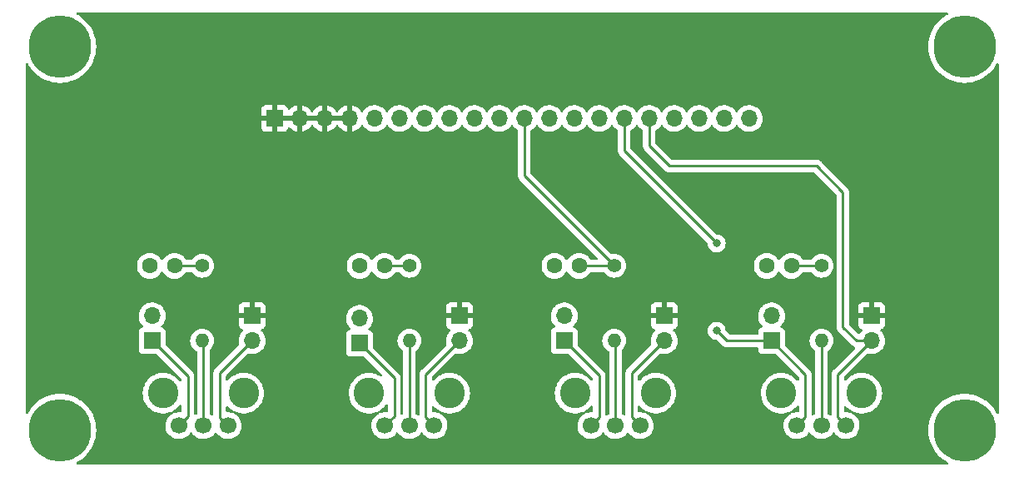
<source format=gtl>
%TF.GenerationSoftware,KiCad,Pcbnew,(6.0.1)*%
%TF.CreationDate,2022-10-15T14:09:48-04:00*%
%TF.ProjectId,MOD-POTS,4d4f442d-504f-4545-932e-6b696361645f,rev?*%
%TF.SameCoordinates,Original*%
%TF.FileFunction,Copper,L1,Top*%
%TF.FilePolarity,Positive*%
%FSLAX46Y46*%
G04 Gerber Fmt 4.6, Leading zero omitted, Abs format (unit mm)*
G04 Created by KiCad (PCBNEW (6.0.1)) date 2022-10-15 14:09:48*
%MOMM*%
%LPD*%
G01*
G04 APERTURE LIST*
%TA.AperFunction,ComponentPad*%
%ADD10C,3.100000*%
%TD*%
%TA.AperFunction,ComponentPad*%
%ADD11C,1.700000*%
%TD*%
%TA.AperFunction,ComponentPad*%
%ADD12C,6.350000*%
%TD*%
%TA.AperFunction,ComponentPad*%
%ADD13R,1.700000X1.700000*%
%TD*%
%TA.AperFunction,ComponentPad*%
%ADD14O,1.700000X1.700000*%
%TD*%
%TA.AperFunction,ComponentPad*%
%ADD15C,1.600000*%
%TD*%
%TA.AperFunction,ComponentPad*%
%ADD16C,1.400000*%
%TD*%
%TA.AperFunction,ComponentPad*%
%ADD17O,1.400000X1.400000*%
%TD*%
%TA.AperFunction,ViaPad*%
%ADD18C,0.800000*%
%TD*%
%TA.AperFunction,Conductor*%
%ADD19C,0.250000*%
%TD*%
G04 APERTURE END LIST*
D10*
%TO.P,RV1,*%
%TO.N,*%
X112685000Y-79250000D03*
X104485000Y-79250000D03*
D11*
%TO.P,RV1,1,1*%
%TO.N,/POT1CCW*%
X106085000Y-82550000D03*
%TO.P,RV1,2,2*%
%TO.N,Net-(R1-Pad2)*%
X108585000Y-82550000D03*
%TO.P,RV1,3,3*%
%TO.N,/POT1CW*%
X111085000Y-82550000D03*
%TD*%
D10*
%TO.P,RV4,*%
%TO.N,*%
X175550000Y-79250000D03*
X167350000Y-79250000D03*
D11*
%TO.P,RV4,1,1*%
%TO.N,/POT4CCW*%
X168950000Y-82550000D03*
%TO.P,RV4,2,2*%
%TO.N,Net-(R4-Pad2)*%
X171450000Y-82550000D03*
%TO.P,RV4,3,3*%
%TO.N,/POT4CW*%
X173950000Y-82550000D03*
%TD*%
D10*
%TO.P,RV3,*%
%TO.N,*%
X154595000Y-79250000D03*
X146395000Y-79250000D03*
D11*
%TO.P,RV3,1,1*%
%TO.N,/POT3CCW*%
X147995000Y-82550000D03*
%TO.P,RV3,2,2*%
%TO.N,Net-(R3-Pad2)*%
X150495000Y-82550000D03*
%TO.P,RV3,3,3*%
%TO.N,/POT3CW*%
X152995000Y-82550000D03*
%TD*%
D10*
%TO.P,RV2,*%
%TO.N,*%
X133640000Y-79250000D03*
X125440000Y-79250000D03*
D11*
%TO.P,RV2,1,1*%
%TO.N,/POT2CCW*%
X127040000Y-82550000D03*
%TO.P,RV2,2,2*%
%TO.N,Net-(R2-Pad2)*%
X129540000Y-82550000D03*
%TO.P,RV2,3,3*%
%TO.N,/POT2CW*%
X132040000Y-82550000D03*
%TD*%
D12*
%TO.P,MTG1,1*%
%TO.N,N/C*%
X94000000Y-83000000D03*
%TD*%
D13*
%TO.P,J3,1,Pin_1*%
%TO.N,/POT1CCW*%
X103378000Y-73914000D03*
D14*
%TO.P,J3,2,Pin_2*%
%TO.N,GND*%
X103378000Y-71374000D03*
%TD*%
D15*
%TO.P,C4,1*%
%TO.N,/POT4*%
X168382010Y-66294000D03*
%TO.P,C4,2*%
%TO.N,GND*%
X165882010Y-66294000D03*
%TD*%
D13*
%TO.P,J4,1,Pin_1*%
%TO.N,VCC*%
X134620000Y-71374000D03*
D14*
%TO.P,J4,2,Pin_2*%
%TO.N,/POT2CW*%
X134620000Y-73914000D03*
%TD*%
D15*
%TO.P,C3,1*%
%TO.N,/POT3*%
X146792010Y-66294000D03*
%TO.P,C3,2*%
%TO.N,GND*%
X144292010Y-66294000D03*
%TD*%
D13*
%TO.P,J5,1,Pin_1*%
%TO.N,/POT2CCW*%
X124460000Y-74173004D03*
D14*
%TO.P,J5,2,Pin_2*%
%TO.N,GND*%
X124460000Y-71633004D03*
%TD*%
D16*
%TO.P,R2,1*%
%TO.N,/POT2*%
X129540000Y-66294000D03*
D17*
%TO.P,R2,2*%
%TO.N,Net-(R2-Pad2)*%
X129540000Y-73914000D03*
%TD*%
D12*
%TO.P,MTG3,1*%
%TO.N,N/C*%
X94000000Y-44000000D03*
%TD*%
D13*
%TO.P,J1,1,Pin_1*%
%TO.N,VCC*%
X115829000Y-51308000D03*
D14*
%TO.P,J1,2,Pin_2*%
X118369000Y-51308000D03*
%TO.P,J1,3,Pin_3*%
X120909000Y-51308000D03*
%TO.P,J1,4,Pin_4*%
X123449000Y-51308000D03*
%TO.P,J1,5,Pin_5*%
%TO.N,/POT1*%
X125989000Y-51308000D03*
%TO.P,J1,6,Pin_6*%
%TO.N,/POT1CCW*%
X128529000Y-51308000D03*
%TO.P,J1,7,Pin_7*%
%TO.N,/POT1CW*%
X131069000Y-51308000D03*
%TO.P,J1,8,Pin_8*%
%TO.N,/POT2*%
X133609000Y-51308000D03*
%TO.P,J1,9,Pin_9*%
%TO.N,/POT2CCW*%
X136149000Y-51308000D03*
%TO.P,J1,10,Pin_10*%
%TO.N,/POT2CW*%
X138689000Y-51308000D03*
%TO.P,J1,11,Pin_11*%
%TO.N,/POT3*%
X141229000Y-51308000D03*
%TO.P,J1,12,Pin_12*%
%TO.N,/POT3CCW*%
X143769000Y-51308000D03*
%TO.P,J1,13,Pin_13*%
%TO.N,/POT3CW*%
X146309000Y-51308000D03*
%TO.P,J1,14,Pin_14*%
%TO.N,/POT4*%
X148849000Y-51308000D03*
%TO.P,J1,15,Pin_15*%
%TO.N,/POT4CCW*%
X151389000Y-51308000D03*
%TO.P,J1,16,Pin_16*%
%TO.N,/POT4CW*%
X153929000Y-51308000D03*
%TO.P,J1,17,Pin_17*%
%TO.N,GND*%
X156469000Y-51308000D03*
%TO.P,J1,18,Pin_18*%
X159009000Y-51308000D03*
%TO.P,J1,19,Pin_19*%
X161549000Y-51308000D03*
%TO.P,J1,20,Pin_20*%
X164089000Y-51308000D03*
%TD*%
D13*
%TO.P,J9,1,Pin_1*%
%TO.N,/POT4CCW*%
X166370000Y-73919004D03*
D14*
%TO.P,J9,2,Pin_2*%
%TO.N,GND*%
X166370000Y-71379004D03*
%TD*%
D13*
%TO.P,J8,1,Pin_1*%
%TO.N,VCC*%
X176530000Y-71368996D03*
D14*
%TO.P,J8,2,Pin_2*%
%TO.N,/POT4CW*%
X176530000Y-73908996D03*
%TD*%
D15*
%TO.P,C1,1*%
%TO.N,/POT1*%
X105644010Y-66294000D03*
%TO.P,C1,2*%
%TO.N,GND*%
X103144010Y-66294000D03*
%TD*%
D13*
%TO.P,J6,1,Pin_1*%
%TO.N,VCC*%
X155448000Y-71368996D03*
D14*
%TO.P,J6,2,Pin_2*%
%TO.N,/POT3CW*%
X155448000Y-73908996D03*
%TD*%
D16*
%TO.P,R4,1*%
%TO.N,/POT4*%
X171450000Y-66294000D03*
D17*
%TO.P,R4,2*%
%TO.N,Net-(R4-Pad2)*%
X171450000Y-73914000D03*
%TD*%
D16*
%TO.P,R3,1*%
%TO.N,/POT3*%
X150368000Y-66294000D03*
D17*
%TO.P,R3,2*%
%TO.N,Net-(R3-Pad2)*%
X150368000Y-73914000D03*
%TD*%
D15*
%TO.P,C2,1*%
%TO.N,/POT2*%
X126980010Y-66294000D03*
%TO.P,C2,2*%
%TO.N,GND*%
X124480010Y-66294000D03*
%TD*%
D13*
%TO.P,J7,1,Pin_1*%
%TO.N,/POT3CCW*%
X145288000Y-73919004D03*
D14*
%TO.P,J7,2,Pin_2*%
%TO.N,GND*%
X145288000Y-71379004D03*
%TD*%
D13*
%TO.P,J2,1,Pin_1*%
%TO.N,VCC*%
X113538000Y-71368996D03*
D14*
%TO.P,J2,2,Pin_2*%
%TO.N,/POT1CW*%
X113538000Y-73908996D03*
%TD*%
D12*
%TO.P,MTG2,1*%
%TO.N,N/C*%
X186000000Y-83000000D03*
%TD*%
%TO.P,MTG4,1*%
%TO.N,N/C*%
X186000000Y-44000000D03*
%TD*%
D16*
%TO.P,R1,1*%
%TO.N,/POT1*%
X108458000Y-66294000D03*
D17*
%TO.P,R1,2*%
%TO.N,Net-(R1-Pad2)*%
X108458000Y-73914000D03*
%TD*%
D18*
%TO.N,/POT4CCW*%
X160782000Y-72898000D03*
X160782000Y-64008000D03*
%TD*%
D19*
%TO.N,/POT4CW*%
X173100000Y-77338996D02*
X176530000Y-73908996D01*
X173100000Y-81700000D02*
X173100000Y-77338996D01*
X173950000Y-82550000D02*
X173100000Y-81700000D01*
%TO.N,/POT4CCW*%
X168950000Y-82550000D02*
X169800000Y-81700000D01*
X169800000Y-81700000D02*
X169800000Y-77349004D01*
X169800000Y-77349004D02*
X166370000Y-73919004D01*
%TO.N,/POT3CW*%
X152145000Y-77211996D02*
X155448000Y-73908996D01*
X152145000Y-81700000D02*
X152145000Y-77211996D01*
X152995000Y-82550000D02*
X152145000Y-81700000D01*
%TO.N,/POT3CCW*%
X148845000Y-77476004D02*
X145288000Y-73919004D01*
X148845000Y-81700000D02*
X148845000Y-77476004D01*
X147995000Y-82550000D02*
X148845000Y-81700000D01*
%TO.N,/POT2CW*%
X131190000Y-77344000D02*
X134620000Y-73914000D01*
X131190000Y-81700000D02*
X131190000Y-77344000D01*
X132040000Y-82550000D02*
X131190000Y-81700000D01*
%TO.N,/POT2CCW*%
X128000000Y-77713004D02*
X124460000Y-74173004D01*
X128000000Y-81590000D02*
X128000000Y-77713004D01*
X127040000Y-82550000D02*
X128000000Y-81590000D01*
%TO.N,/POT1CW*%
X110250000Y-81750000D02*
X110250000Y-77196996D01*
X111050000Y-82550000D02*
X110250000Y-81750000D01*
X110250000Y-77196996D02*
X113538000Y-73908996D01*
%TO.N,/POT1CCW*%
X107000000Y-81635000D02*
X107000000Y-77536000D01*
X107000000Y-77536000D02*
X103378000Y-73914000D01*
X106085000Y-82550000D02*
X107000000Y-81635000D01*
%TO.N,Net-(R1-Pad2)*%
X108585000Y-82550000D02*
X108585000Y-74041000D01*
%TO.N,Net-(R2-Pad2)*%
X129540000Y-82550000D02*
X129540000Y-73914000D01*
%TO.N,Net-(R3-Pad2)*%
X150495000Y-82550000D02*
X150495000Y-74041000D01*
%TO.N,Net-(R4-Pad2)*%
X171450000Y-82550000D02*
X171450000Y-73914000D01*
%TO.N,/POT1*%
X105644000Y-66294000D02*
X108458000Y-66294000D01*
%TO.N,/POT2*%
X126980000Y-66294000D02*
X129540000Y-66294000D01*
%TO.N,/POT3*%
X146792000Y-66294000D02*
X150368000Y-66294000D01*
X141229000Y-51308000D02*
X141229000Y-57155000D01*
X141229000Y-57155000D02*
X150368000Y-66294000D01*
%TO.N,/POT4*%
X168382000Y-66294000D02*
X171450000Y-66294000D01*
%TO.N,/POT4CCW*%
X166370000Y-73919000D02*
X161803000Y-73919000D01*
X151389000Y-54615000D02*
X151389000Y-51308000D01*
X161803000Y-73919000D02*
X160782000Y-72898000D01*
X160782000Y-64008000D02*
X151389000Y-54615000D01*
%TO.N,/POT4CW*%
X155956000Y-56134000D02*
X153929000Y-54107000D01*
X176530000Y-73909000D02*
X175001000Y-73909000D01*
X153929000Y-54107000D02*
X153929000Y-51308000D01*
X173609000Y-72517000D02*
X173609000Y-58801000D01*
X173609000Y-58801000D02*
X170942000Y-56134000D01*
X170942000Y-56134000D02*
X155956000Y-56134000D01*
X175001000Y-73909000D02*
X173609000Y-72517000D01*
%TD*%
%TA.AperFunction,Conductor*%
%TO.N,VCC*%
G36*
X184283123Y-40528002D02*
G01*
X184329616Y-40581658D01*
X184339720Y-40651932D01*
X184310226Y-40716512D01*
X184272205Y-40746267D01*
X184155723Y-40805618D01*
X183831922Y-41015896D01*
X183531875Y-41258869D01*
X183258869Y-41531875D01*
X183015896Y-41831922D01*
X182805618Y-42155723D01*
X182630337Y-42499730D01*
X182491976Y-42860174D01*
X182392049Y-43233106D01*
X182391533Y-43236367D01*
X182332873Y-43606728D01*
X182331651Y-43614441D01*
X182311445Y-44000000D01*
X182331651Y-44385559D01*
X182392049Y-44766894D01*
X182491976Y-45139826D01*
X182630337Y-45500270D01*
X182631835Y-45503210D01*
X182804119Y-45841335D01*
X182805618Y-45844277D01*
X183015896Y-46168078D01*
X183258869Y-46468125D01*
X183531875Y-46741131D01*
X183831922Y-46984104D01*
X184155722Y-47194382D01*
X184158656Y-47195877D01*
X184158663Y-47195881D01*
X184496790Y-47368165D01*
X184499730Y-47369663D01*
X184860174Y-47508024D01*
X185233106Y-47607951D01*
X185435643Y-47640030D01*
X185611193Y-47667835D01*
X185611201Y-47667836D01*
X185614441Y-47668349D01*
X186000000Y-47688555D01*
X186385559Y-47668349D01*
X186388799Y-47667836D01*
X186388807Y-47667835D01*
X186564357Y-47640030D01*
X186766894Y-47607951D01*
X187139826Y-47508024D01*
X187500270Y-47369663D01*
X187503210Y-47368165D01*
X187841337Y-47195881D01*
X187841344Y-47195877D01*
X187844278Y-47194382D01*
X188168078Y-46984104D01*
X188468125Y-46741131D01*
X188741131Y-46468125D01*
X188984104Y-46168078D01*
X189194382Y-45844277D01*
X189253733Y-45727795D01*
X189302482Y-45676180D01*
X189371397Y-45659114D01*
X189438598Y-45682015D01*
X189482750Y-45737613D01*
X189492000Y-45784998D01*
X189492000Y-81215002D01*
X189471998Y-81283123D01*
X189418342Y-81329616D01*
X189348068Y-81339720D01*
X189283488Y-81310226D01*
X189253733Y-81272205D01*
X189195881Y-81158665D01*
X189194382Y-81155723D01*
X189177115Y-81129133D01*
X188985906Y-80834697D01*
X188984104Y-80831922D01*
X188741131Y-80531875D01*
X188468125Y-80258869D01*
X188168078Y-80015896D01*
X188058884Y-79944985D01*
X187847047Y-79807416D01*
X187847044Y-79807414D01*
X187844278Y-79805618D01*
X187841344Y-79804123D01*
X187841337Y-79804119D01*
X187503210Y-79631835D01*
X187500270Y-79630337D01*
X187139826Y-79491976D01*
X186766894Y-79392049D01*
X186564357Y-79359970D01*
X186388807Y-79332165D01*
X186388799Y-79332164D01*
X186385559Y-79331651D01*
X186000000Y-79311445D01*
X185614441Y-79331651D01*
X185611201Y-79332164D01*
X185611193Y-79332165D01*
X185435643Y-79359970D01*
X185233106Y-79392049D01*
X184860174Y-79491976D01*
X184499730Y-79630337D01*
X184496790Y-79631835D01*
X184158664Y-79804119D01*
X184158657Y-79804123D01*
X184155723Y-79805618D01*
X183831922Y-80015896D01*
X183531875Y-80258869D01*
X183258869Y-80531875D01*
X183015896Y-80831922D01*
X183014094Y-80834697D01*
X182822886Y-81129133D01*
X182805618Y-81155723D01*
X182804123Y-81158657D01*
X182804119Y-81158664D01*
X182650355Y-81460442D01*
X182630337Y-81499730D01*
X182491976Y-81860174D01*
X182392049Y-82233106D01*
X182376303Y-82332522D01*
X182341325Y-82553365D01*
X182331651Y-82614441D01*
X182311445Y-83000000D01*
X182331651Y-83385559D01*
X182332164Y-83388799D01*
X182332165Y-83388807D01*
X182339242Y-83433489D01*
X182392049Y-83766894D01*
X182491976Y-84139826D01*
X182630337Y-84500270D01*
X182805618Y-84844277D01*
X183015896Y-85168078D01*
X183258869Y-85468125D01*
X183531875Y-85741131D01*
X183831922Y-85984104D01*
X184155722Y-86194382D01*
X184158656Y-86195877D01*
X184158663Y-86195881D01*
X184272205Y-86253733D01*
X184323820Y-86302481D01*
X184340886Y-86371396D01*
X184317985Y-86438598D01*
X184262388Y-86482750D01*
X184215002Y-86492000D01*
X95784998Y-86492000D01*
X95716877Y-86471998D01*
X95670384Y-86418342D01*
X95660280Y-86348068D01*
X95689774Y-86283488D01*
X95727795Y-86253733D01*
X95841337Y-86195881D01*
X95841344Y-86195877D01*
X95844278Y-86194382D01*
X96168078Y-85984104D01*
X96468125Y-85741131D01*
X96741131Y-85468125D01*
X96984104Y-85168078D01*
X97194382Y-84844277D01*
X97369663Y-84500270D01*
X97508024Y-84139826D01*
X97607951Y-83766894D01*
X97660758Y-83433489D01*
X97667835Y-83388807D01*
X97667836Y-83388799D01*
X97668349Y-83385559D01*
X97688555Y-83000000D01*
X97668349Y-82614441D01*
X97658676Y-82553365D01*
X97623697Y-82332522D01*
X97607951Y-82233106D01*
X97508024Y-81860174D01*
X97369663Y-81499730D01*
X97349645Y-81460442D01*
X97195881Y-81158664D01*
X97195877Y-81158657D01*
X97194382Y-81155723D01*
X97177115Y-81129133D01*
X96985906Y-80834697D01*
X96984104Y-80831922D01*
X96741131Y-80531875D01*
X96468125Y-80258869D01*
X96168078Y-80015896D01*
X96058884Y-79944985D01*
X95847047Y-79807416D01*
X95847044Y-79807414D01*
X95844278Y-79805618D01*
X95841344Y-79804123D01*
X95841337Y-79804119D01*
X95503210Y-79631835D01*
X95500270Y-79630337D01*
X95139826Y-79491976D01*
X94766894Y-79392049D01*
X94564357Y-79359970D01*
X94388807Y-79332165D01*
X94388799Y-79332164D01*
X94385559Y-79331651D01*
X94000000Y-79311445D01*
X93614441Y-79331651D01*
X93611201Y-79332164D01*
X93611193Y-79332165D01*
X93435643Y-79359970D01*
X93233106Y-79392049D01*
X92860174Y-79491976D01*
X92499730Y-79630337D01*
X92496790Y-79631835D01*
X92158664Y-79804119D01*
X92158657Y-79804123D01*
X92155723Y-79805618D01*
X91831922Y-80015896D01*
X91531875Y-80258869D01*
X91258869Y-80531875D01*
X91015896Y-80831922D01*
X91014094Y-80834697D01*
X90822886Y-81129133D01*
X90805618Y-81155723D01*
X90804119Y-81158665D01*
X90746267Y-81272205D01*
X90697518Y-81323820D01*
X90628603Y-81340886D01*
X90561402Y-81317985D01*
X90517250Y-81262387D01*
X90508000Y-81215002D01*
X90508000Y-71340695D01*
X102015251Y-71340695D01*
X102015548Y-71345848D01*
X102015548Y-71345851D01*
X102027812Y-71558547D01*
X102028110Y-71563715D01*
X102029247Y-71568761D01*
X102029248Y-71568767D01*
X102053304Y-71675508D01*
X102077222Y-71781639D01*
X102161266Y-71988616D01*
X102167031Y-71998024D01*
X102250857Y-72134815D01*
X102277987Y-72179088D01*
X102424250Y-72347938D01*
X102428230Y-72351242D01*
X102432981Y-72355187D01*
X102472616Y-72414090D01*
X102474113Y-72485071D01*
X102436997Y-72545593D01*
X102396725Y-72570112D01*
X102350927Y-72587281D01*
X102281295Y-72613385D01*
X102164739Y-72700739D01*
X102077385Y-72817295D01*
X102026255Y-72953684D01*
X102019500Y-73015866D01*
X102019500Y-74812134D01*
X102026255Y-74874316D01*
X102077385Y-75010705D01*
X102164739Y-75127261D01*
X102281295Y-75214615D01*
X102417684Y-75265745D01*
X102479866Y-75272500D01*
X103788406Y-75272500D01*
X103856527Y-75292502D01*
X103877501Y-75309405D01*
X106329595Y-77761499D01*
X106363621Y-77823811D01*
X106366500Y-77850594D01*
X106366500Y-77948672D01*
X106346498Y-78016793D01*
X106292842Y-78063286D01*
X106222568Y-78073390D01*
X106157988Y-78043896D01*
X106137413Y-78021123D01*
X106108057Y-77979354D01*
X106088493Y-77951517D01*
X106002799Y-77859299D01*
X105900354Y-77749055D01*
X105900351Y-77749052D01*
X105897433Y-77745912D01*
X105680237Y-77568139D01*
X105440923Y-77421487D01*
X105418348Y-77411577D01*
X105187853Y-77310397D01*
X105183921Y-77308671D01*
X105164519Y-77303144D01*
X105002669Y-77257040D01*
X104913986Y-77231778D01*
X104689514Y-77199831D01*
X104640365Y-77192836D01*
X104640363Y-77192836D01*
X104636113Y-77192231D01*
X104631824Y-77192209D01*
X104631817Y-77192208D01*
X104359730Y-77190783D01*
X104359723Y-77190783D01*
X104355444Y-77190761D01*
X104351199Y-77191320D01*
X104351197Y-77191320D01*
X104287813Y-77199665D01*
X104077172Y-77227397D01*
X103876443Y-77282310D01*
X103833193Y-77294142D01*
X103806446Y-77301459D01*
X103548277Y-77411577D01*
X103423513Y-77486247D01*
X103311123Y-77553511D01*
X103311119Y-77553514D01*
X103307441Y-77555715D01*
X103088395Y-77731204D01*
X103085451Y-77734306D01*
X103085447Y-77734310D01*
X102901480Y-77928171D01*
X102895192Y-77934797D01*
X102731408Y-78162727D01*
X102600073Y-78410776D01*
X102598601Y-78414799D01*
X102598599Y-78414803D01*
X102591354Y-78434602D01*
X102503616Y-78674355D01*
X102443825Y-78948585D01*
X102421803Y-79228393D01*
X102437960Y-79508601D01*
X102438785Y-79512806D01*
X102438786Y-79512814D01*
X102469899Y-79671394D01*
X102491996Y-79784024D01*
X102493383Y-79788074D01*
X102493384Y-79788079D01*
X102581522Y-80045509D01*
X102582911Y-80049565D01*
X102709022Y-80300310D01*
X102711448Y-80303839D01*
X102711451Y-80303845D01*
X102776866Y-80399024D01*
X102867997Y-80531620D01*
X102870884Y-80534793D01*
X102870885Y-80534794D01*
X102902870Y-80569945D01*
X103056894Y-80739215D01*
X103060183Y-80741965D01*
X103268925Y-80916501D01*
X103268930Y-80916505D01*
X103272217Y-80919253D01*
X103327424Y-80953884D01*
X103506341Y-81066119D01*
X103506345Y-81066121D01*
X103509981Y-81068402D01*
X103765788Y-81183903D01*
X103799220Y-81193806D01*
X104030790Y-81262401D01*
X104030795Y-81262402D01*
X104034903Y-81263619D01*
X104039137Y-81264267D01*
X104039142Y-81264268D01*
X104229241Y-81293357D01*
X104312347Y-81306074D01*
X104455292Y-81308319D01*
X104588694Y-81310415D01*
X104588700Y-81310415D01*
X104592985Y-81310482D01*
X104871626Y-81276763D01*
X105143112Y-81205540D01*
X105327285Y-81129253D01*
X105397873Y-81121664D01*
X105412795Y-81129133D01*
X105413744Y-81120733D01*
X105458590Y-81065693D01*
X105466314Y-81060795D01*
X105644752Y-80956524D01*
X105865624Y-80783338D01*
X106060948Y-80581779D01*
X106063481Y-80578331D01*
X106063485Y-80578326D01*
X106138953Y-80475588D01*
X106195402Y-80432529D01*
X106266169Y-80426824D01*
X106328786Y-80460284D01*
X106363373Y-80522286D01*
X106366500Y-80550182D01*
X106366500Y-81069759D01*
X106346498Y-81137880D01*
X106292842Y-81184373D01*
X106223626Y-81193144D01*
X106223518Y-81194287D01*
X106218416Y-81193805D01*
X106218404Y-81193806D01*
X106218373Y-81193800D01*
X106218367Y-81193799D01*
X106213284Y-81192894D01*
X106139452Y-81191992D01*
X105995081Y-81190228D01*
X105995079Y-81190228D01*
X105989911Y-81190165D01*
X105769091Y-81223955D01*
X105651509Y-81262387D01*
X105569036Y-81289343D01*
X105498072Y-81291494D01*
X105492982Y-81288437D01*
X105454563Y-81343771D01*
X105433684Y-81357424D01*
X105358607Y-81396507D01*
X105354477Y-81399608D01*
X105354471Y-81399612D01*
X105184100Y-81527530D01*
X105179965Y-81530635D01*
X105025629Y-81692138D01*
X104899743Y-81876680D01*
X104805688Y-82079305D01*
X104745989Y-82294570D01*
X104722251Y-82516695D01*
X104722548Y-82521848D01*
X104722548Y-82521851D01*
X104728202Y-82619908D01*
X104735110Y-82739715D01*
X104736247Y-82744761D01*
X104736248Y-82744767D01*
X104756119Y-82832939D01*
X104784222Y-82957639D01*
X104868266Y-83164616D01*
X104870965Y-83169020D01*
X104982288Y-83350683D01*
X104984987Y-83355088D01*
X105131250Y-83523938D01*
X105303126Y-83666632D01*
X105496000Y-83779338D01*
X105704692Y-83859030D01*
X105709760Y-83860061D01*
X105709763Y-83860062D01*
X105817017Y-83881883D01*
X105923597Y-83903567D01*
X105928772Y-83903757D01*
X105928774Y-83903757D01*
X106141673Y-83911564D01*
X106141677Y-83911564D01*
X106146837Y-83911753D01*
X106151957Y-83911097D01*
X106151959Y-83911097D01*
X106363288Y-83884025D01*
X106363289Y-83884025D01*
X106368416Y-83883368D01*
X106373366Y-83881883D01*
X106577429Y-83820661D01*
X106577434Y-83820659D01*
X106582384Y-83819174D01*
X106782994Y-83720896D01*
X106964860Y-83591173D01*
X107123096Y-83433489D01*
X107182594Y-83350689D01*
X107233681Y-83279593D01*
X107289676Y-83235945D01*
X107360379Y-83229499D01*
X107423344Y-83262302D01*
X107443437Y-83287285D01*
X107482287Y-83350683D01*
X107482291Y-83350688D01*
X107484987Y-83355088D01*
X107631250Y-83523938D01*
X107803126Y-83666632D01*
X107996000Y-83779338D01*
X108204692Y-83859030D01*
X108209760Y-83860061D01*
X108209763Y-83860062D01*
X108317017Y-83881883D01*
X108423597Y-83903567D01*
X108428772Y-83903757D01*
X108428774Y-83903757D01*
X108641673Y-83911564D01*
X108641677Y-83911564D01*
X108646837Y-83911753D01*
X108651957Y-83911097D01*
X108651959Y-83911097D01*
X108863288Y-83884025D01*
X108863289Y-83884025D01*
X108868416Y-83883368D01*
X108873366Y-83881883D01*
X109077429Y-83820661D01*
X109077434Y-83820659D01*
X109082384Y-83819174D01*
X109282994Y-83720896D01*
X109464860Y-83591173D01*
X109623096Y-83433489D01*
X109682594Y-83350689D01*
X109733681Y-83279593D01*
X109789676Y-83235945D01*
X109860379Y-83229499D01*
X109923344Y-83262302D01*
X109943437Y-83287285D01*
X109982287Y-83350683D01*
X109982291Y-83350688D01*
X109984987Y-83355088D01*
X110131250Y-83523938D01*
X110303126Y-83666632D01*
X110496000Y-83779338D01*
X110704692Y-83859030D01*
X110709760Y-83860061D01*
X110709763Y-83860062D01*
X110817017Y-83881883D01*
X110923597Y-83903567D01*
X110928772Y-83903757D01*
X110928774Y-83903757D01*
X111141673Y-83911564D01*
X111141677Y-83911564D01*
X111146837Y-83911753D01*
X111151957Y-83911097D01*
X111151959Y-83911097D01*
X111363288Y-83884025D01*
X111363289Y-83884025D01*
X111368416Y-83883368D01*
X111373366Y-83881883D01*
X111577429Y-83820661D01*
X111577434Y-83820659D01*
X111582384Y-83819174D01*
X111782994Y-83720896D01*
X111964860Y-83591173D01*
X112123096Y-83433489D01*
X112182594Y-83350689D01*
X112250435Y-83256277D01*
X112253453Y-83252077D01*
X112352430Y-83051811D01*
X112417370Y-82838069D01*
X112446529Y-82616590D01*
X112448156Y-82550000D01*
X112429852Y-82327361D01*
X112375431Y-82110702D01*
X112286354Y-81905840D01*
X112165014Y-81718277D01*
X112014670Y-81553051D01*
X112010619Y-81549852D01*
X112010615Y-81549848D01*
X111843414Y-81417800D01*
X111843410Y-81417798D01*
X111839359Y-81414598D01*
X111834831Y-81412098D01*
X111722676Y-81350186D01*
X111672705Y-81299753D01*
X111670639Y-81290042D01*
X111599925Y-81290817D01*
X111592038Y-81288312D01*
X111438087Y-81233795D01*
X111438083Y-81233794D01*
X111433212Y-81232069D01*
X111428119Y-81231162D01*
X111428116Y-81231161D01*
X111218373Y-81193800D01*
X111218367Y-81193799D01*
X111213284Y-81192894D01*
X111007959Y-81190386D01*
X110940090Y-81169553D01*
X110894256Y-81115333D01*
X110883500Y-81064395D01*
X110883500Y-80654550D01*
X110903502Y-80586429D01*
X110957158Y-80539936D01*
X111027432Y-80529832D01*
X111092012Y-80559326D01*
X111102690Y-80569747D01*
X111140022Y-80610774D01*
X111254007Y-80736043D01*
X111254012Y-80736048D01*
X111256894Y-80739215D01*
X111260183Y-80741965D01*
X111468925Y-80916501D01*
X111468930Y-80916505D01*
X111472217Y-80919253D01*
X111701054Y-81062802D01*
X111748132Y-81115945D01*
X111748920Y-81121029D01*
X111810918Y-81116881D01*
X111835420Y-81125040D01*
X111863858Y-81137880D01*
X111965788Y-81183903D01*
X111999220Y-81193806D01*
X112230790Y-81262401D01*
X112230795Y-81262402D01*
X112234903Y-81263619D01*
X112239137Y-81264267D01*
X112239142Y-81264268D01*
X112429241Y-81293357D01*
X112512347Y-81306074D01*
X112655292Y-81308319D01*
X112788694Y-81310415D01*
X112788700Y-81310415D01*
X112792985Y-81310482D01*
X113071626Y-81276763D01*
X113343112Y-81205540D01*
X113347072Y-81203900D01*
X113347077Y-81203898D01*
X113487105Y-81145896D01*
X113602420Y-81098131D01*
X113637256Y-81077775D01*
X113841054Y-80958685D01*
X113841055Y-80958685D01*
X113844752Y-80956524D01*
X114065624Y-80783338D01*
X114260948Y-80581779D01*
X114263481Y-80578331D01*
X114263485Y-80578326D01*
X114424572Y-80359032D01*
X114427110Y-80355577D01*
X114459198Y-80296479D01*
X114558986Y-80112692D01*
X114558987Y-80112690D01*
X114561036Y-80108916D01*
X114660247Y-79846362D01*
X114722907Y-79572773D01*
X114744381Y-79332165D01*
X114747637Y-79295677D01*
X114747637Y-79295675D01*
X114747857Y-79293211D01*
X114748310Y-79250000D01*
X114729220Y-78969977D01*
X114723923Y-78944396D01*
X114673172Y-78699332D01*
X114672303Y-78695135D01*
X114578612Y-78430561D01*
X114568401Y-78410776D01*
X114451847Y-78184957D01*
X114451847Y-78184956D01*
X114449882Y-78181150D01*
X114439595Y-78166512D01*
X114311862Y-77984768D01*
X114288493Y-77951517D01*
X114202799Y-77859299D01*
X114100354Y-77749055D01*
X114100351Y-77749052D01*
X114097433Y-77745912D01*
X113880237Y-77568139D01*
X113640923Y-77421487D01*
X113618348Y-77411577D01*
X113387853Y-77310397D01*
X113383921Y-77308671D01*
X113364519Y-77303144D01*
X113202669Y-77257040D01*
X113113986Y-77231778D01*
X112889514Y-77199831D01*
X112840365Y-77192836D01*
X112840363Y-77192836D01*
X112836113Y-77192231D01*
X112831824Y-77192209D01*
X112831817Y-77192208D01*
X112559730Y-77190783D01*
X112559723Y-77190783D01*
X112555444Y-77190761D01*
X112551199Y-77191320D01*
X112551197Y-77191320D01*
X112487813Y-77199665D01*
X112277172Y-77227397D01*
X112076443Y-77282310D01*
X112033193Y-77294142D01*
X112006446Y-77301459D01*
X111748277Y-77411577D01*
X111623513Y-77486247D01*
X111511123Y-77553511D01*
X111511119Y-77553514D01*
X111507441Y-77555715D01*
X111288395Y-77731204D01*
X111285451Y-77734306D01*
X111285447Y-77734310D01*
X111100897Y-77928785D01*
X111039497Y-77964429D01*
X110968573Y-77961220D01*
X110910643Y-77920175D01*
X110884099Y-77854327D01*
X110883500Y-77842052D01*
X110883500Y-77511590D01*
X110903502Y-77443469D01*
X110920405Y-77422495D01*
X113082549Y-75260351D01*
X113144861Y-75226325D01*
X113196762Y-75225975D01*
X113376597Y-75262563D01*
X113381772Y-75262753D01*
X113381774Y-75262753D01*
X113594673Y-75270560D01*
X113594677Y-75270560D01*
X113599837Y-75270749D01*
X113604957Y-75270093D01*
X113604959Y-75270093D01*
X113816288Y-75243021D01*
X113816289Y-75243021D01*
X113821416Y-75242364D01*
X113826366Y-75240879D01*
X114030429Y-75179657D01*
X114030434Y-75179655D01*
X114035384Y-75178170D01*
X114235994Y-75079892D01*
X114417860Y-74950169D01*
X114424860Y-74943194D01*
X114552969Y-74815531D01*
X114576096Y-74792485D01*
X114706453Y-74611073D01*
X114720126Y-74583409D01*
X114803136Y-74415449D01*
X114803137Y-74415447D01*
X114805430Y-74410807D01*
X114870370Y-74197065D01*
X114899529Y-73975586D01*
X114901156Y-73908996D01*
X114882852Y-73686357D01*
X114828431Y-73469698D01*
X114739354Y-73264836D01*
X114654857Y-73134224D01*
X114620822Y-73081613D01*
X114620820Y-73081610D01*
X114618014Y-73077273D01*
X114614540Y-73073455D01*
X114614533Y-73073446D01*
X114470435Y-72915084D01*
X114439383Y-72851238D01*
X114447779Y-72780740D01*
X114492956Y-72725972D01*
X114519400Y-72712303D01*
X114626052Y-72672321D01*
X114641649Y-72663782D01*
X114743724Y-72587281D01*
X114756285Y-72574720D01*
X114832786Y-72472645D01*
X114841324Y-72457050D01*
X114886478Y-72336602D01*
X114890105Y-72321347D01*
X114895631Y-72270482D01*
X114896000Y-72263668D01*
X114896000Y-71641111D01*
X114891525Y-71625872D01*
X114890135Y-71624667D01*
X114882452Y-71622996D01*
X112198116Y-71622996D01*
X112182877Y-71627471D01*
X112181672Y-71628861D01*
X112180001Y-71636544D01*
X112180001Y-72263665D01*
X112180371Y-72270486D01*
X112185895Y-72321348D01*
X112189521Y-72336600D01*
X112234676Y-72457050D01*
X112243214Y-72472645D01*
X112319715Y-72574720D01*
X112332276Y-72587281D01*
X112434351Y-72663782D01*
X112449946Y-72672320D01*
X112558827Y-72713138D01*
X112615591Y-72755780D01*
X112640291Y-72822341D01*
X112625083Y-72891690D01*
X112605691Y-72918171D01*
X112482200Y-73047397D01*
X112478629Y-73051134D01*
X112475720Y-73055399D01*
X112475714Y-73055407D01*
X112460798Y-73077273D01*
X112352743Y-73235676D01*
X112258688Y-73438301D01*
X112198989Y-73653566D01*
X112175251Y-73875691D01*
X112175548Y-73880844D01*
X112175548Y-73880847D01*
X112187812Y-74093543D01*
X112188110Y-74098711D01*
X112189247Y-74103757D01*
X112189248Y-74103763D01*
X112221453Y-74246664D01*
X112216917Y-74317516D01*
X112187631Y-74363460D01*
X109857747Y-76693344D01*
X109849461Y-76700884D01*
X109842982Y-76704996D01*
X109837557Y-76710773D01*
X109796357Y-76754647D01*
X109793602Y-76757489D01*
X109773865Y-76777226D01*
X109771385Y-76780423D01*
X109763682Y-76789443D01*
X109733414Y-76821675D01*
X109729595Y-76828621D01*
X109729593Y-76828624D01*
X109723652Y-76839430D01*
X109712801Y-76855949D01*
X109700386Y-76871955D01*
X109697241Y-76879224D01*
X109697238Y-76879228D01*
X109682826Y-76912533D01*
X109677609Y-76923183D01*
X109656305Y-76961936D01*
X109654334Y-76969611D01*
X109654334Y-76969612D01*
X109651267Y-76981558D01*
X109644863Y-77000262D01*
X109640344Y-77010706D01*
X109636819Y-77018851D01*
X109635580Y-77026674D01*
X109635577Y-77026684D01*
X109629901Y-77062520D01*
X109627495Y-77074140D01*
X109624799Y-77084642D01*
X109616500Y-77116966D01*
X109616500Y-77137220D01*
X109614949Y-77156930D01*
X109611780Y-77176939D01*
X109612526Y-77184831D01*
X109615941Y-77220957D01*
X109616500Y-77232815D01*
X109616500Y-81373407D01*
X109596498Y-81441528D01*
X109542842Y-81488021D01*
X109472568Y-81498125D01*
X109412408Y-81472289D01*
X109343414Y-81417800D01*
X109343410Y-81417798D01*
X109339359Y-81414598D01*
X109334835Y-81412101D01*
X109334831Y-81412098D01*
X109283608Y-81383822D01*
X109233636Y-81333390D01*
X109218500Y-81273513D01*
X109218500Y-74914767D01*
X109238502Y-74846646D01*
X109255405Y-74825672D01*
X109387301Y-74693776D01*
X109508589Y-74520558D01*
X109511337Y-74514666D01*
X109595633Y-74333892D01*
X109595634Y-74333891D01*
X109597956Y-74328910D01*
X109601411Y-74316018D01*
X109651262Y-74129970D01*
X109651262Y-74129968D01*
X109652686Y-74124655D01*
X109671116Y-73914000D01*
X109652686Y-73703345D01*
X109638013Y-73648584D01*
X109599379Y-73504400D01*
X109599378Y-73504398D01*
X109597956Y-73499090D01*
X109571943Y-73443305D01*
X109510912Y-73312423D01*
X109510910Y-73312420D01*
X109508589Y-73307442D01*
X109387301Y-73134224D01*
X109237776Y-72984699D01*
X109064558Y-72863411D01*
X109059580Y-72861090D01*
X109059577Y-72861088D01*
X108877892Y-72776367D01*
X108877891Y-72776366D01*
X108872910Y-72774044D01*
X108867602Y-72772622D01*
X108867600Y-72772621D01*
X108673970Y-72720738D01*
X108673968Y-72720738D01*
X108668655Y-72719314D01*
X108458000Y-72700884D01*
X108247345Y-72719314D01*
X108242032Y-72720738D01*
X108242030Y-72720738D01*
X108048400Y-72772621D01*
X108048398Y-72772622D01*
X108043090Y-72774044D01*
X108038109Y-72776366D01*
X108038108Y-72776367D01*
X107856423Y-72861088D01*
X107856420Y-72861090D01*
X107851442Y-72863411D01*
X107678224Y-72984699D01*
X107528699Y-73134224D01*
X107407411Y-73307442D01*
X107405090Y-73312420D01*
X107405088Y-73312423D01*
X107344057Y-73443305D01*
X107318044Y-73499090D01*
X107316622Y-73504398D01*
X107316621Y-73504400D01*
X107277987Y-73648584D01*
X107263314Y-73703345D01*
X107244884Y-73914000D01*
X107263314Y-74124655D01*
X107264738Y-74129968D01*
X107264738Y-74129970D01*
X107314590Y-74316018D01*
X107318044Y-74328910D01*
X107320366Y-74333891D01*
X107320367Y-74333892D01*
X107404664Y-74514666D01*
X107407411Y-74520558D01*
X107528699Y-74693776D01*
X107678224Y-74843301D01*
X107851442Y-74964589D01*
X107856420Y-74966910D01*
X107856423Y-74966912D01*
X107878750Y-74977323D01*
X107932035Y-75024241D01*
X107951500Y-75091518D01*
X107951500Y-81271692D01*
X107931498Y-81339813D01*
X107883683Y-81383453D01*
X107858607Y-81396507D01*
X107835151Y-81414118D01*
X107768669Y-81439023D01*
X107699273Y-81424031D01*
X107648999Y-81373901D01*
X107633500Y-81313357D01*
X107633500Y-77614768D01*
X107634027Y-77603585D01*
X107635702Y-77596092D01*
X107635327Y-77584143D01*
X107633562Y-77528002D01*
X107633500Y-77524044D01*
X107633500Y-77496144D01*
X107632996Y-77492153D01*
X107632063Y-77480311D01*
X107631878Y-77474400D01*
X107630674Y-77436111D01*
X107628461Y-77428493D01*
X107625021Y-77416652D01*
X107621012Y-77397293D01*
X107620148Y-77390456D01*
X107618474Y-77377203D01*
X107615558Y-77369837D01*
X107615556Y-77369831D01*
X107602200Y-77336098D01*
X107598355Y-77324868D01*
X107588230Y-77290017D01*
X107588230Y-77290016D01*
X107586019Y-77282407D01*
X107575705Y-77264966D01*
X107567008Y-77247213D01*
X107562472Y-77235758D01*
X107559552Y-77228383D01*
X107533563Y-77192612D01*
X107527047Y-77182692D01*
X107517090Y-77165855D01*
X107504542Y-77144638D01*
X107490221Y-77130317D01*
X107477380Y-77115283D01*
X107473022Y-77109285D01*
X107465472Y-77098893D01*
X107431395Y-77070702D01*
X107422616Y-77062712D01*
X104773405Y-74413500D01*
X104739379Y-74351188D01*
X104736500Y-74324405D01*
X104736500Y-73015866D01*
X104729745Y-72953684D01*
X104678615Y-72817295D01*
X104591261Y-72700739D01*
X104474705Y-72613385D01*
X104457518Y-72606942D01*
X104356203Y-72568960D01*
X104299439Y-72526318D01*
X104274739Y-72459756D01*
X104289947Y-72390408D01*
X104311493Y-72361727D01*
X104322015Y-72351242D01*
X104416096Y-72257489D01*
X104426628Y-72242833D01*
X104543435Y-72080277D01*
X104546453Y-72076077D01*
X104563966Y-72040643D01*
X104643136Y-71880453D01*
X104643137Y-71880451D01*
X104645430Y-71875811D01*
X104710370Y-71662069D01*
X104718581Y-71599699D01*
X123097251Y-71599699D01*
X123097548Y-71604852D01*
X123097548Y-71604855D01*
X123103011Y-71699594D01*
X123110110Y-71822719D01*
X123111247Y-71827765D01*
X123111248Y-71827771D01*
X123124249Y-71885457D01*
X123159222Y-72040643D01*
X123197461Y-72134815D01*
X123235782Y-72229188D01*
X123243266Y-72247620D01*
X123253100Y-72263668D01*
X123349009Y-72420177D01*
X123359987Y-72438092D01*
X123506250Y-72606942D01*
X123510230Y-72610246D01*
X123514981Y-72614191D01*
X123554616Y-72673094D01*
X123556113Y-72744075D01*
X123518997Y-72804597D01*
X123478725Y-72829116D01*
X123473609Y-72831034D01*
X123363295Y-72872389D01*
X123246739Y-72959743D01*
X123159385Y-73076299D01*
X123108255Y-73212688D01*
X123101500Y-73274870D01*
X123101500Y-75071138D01*
X123108255Y-75133320D01*
X123159385Y-75269709D01*
X123246739Y-75386265D01*
X123363295Y-75473619D01*
X123499684Y-75524749D01*
X123561866Y-75531504D01*
X124870406Y-75531504D01*
X124938527Y-75551506D01*
X124959501Y-75568409D01*
X126719235Y-77328144D01*
X126753261Y-77390456D01*
X126748196Y-77461272D01*
X126705649Y-77518107D01*
X126639129Y-77542918D01*
X126564305Y-77524672D01*
X126563281Y-77524044D01*
X126395923Y-77421487D01*
X126373348Y-77411577D01*
X126142853Y-77310397D01*
X126138921Y-77308671D01*
X126119519Y-77303144D01*
X125957669Y-77257040D01*
X125868986Y-77231778D01*
X125644514Y-77199831D01*
X125595365Y-77192836D01*
X125595363Y-77192836D01*
X125591113Y-77192231D01*
X125586824Y-77192209D01*
X125586817Y-77192208D01*
X125314730Y-77190783D01*
X125314723Y-77190783D01*
X125310444Y-77190761D01*
X125306199Y-77191320D01*
X125306197Y-77191320D01*
X125242813Y-77199665D01*
X125032172Y-77227397D01*
X124831443Y-77282310D01*
X124788193Y-77294142D01*
X124761446Y-77301459D01*
X124503277Y-77411577D01*
X124378513Y-77486247D01*
X124266123Y-77553511D01*
X124266119Y-77553514D01*
X124262441Y-77555715D01*
X124043395Y-77731204D01*
X124040451Y-77734306D01*
X124040447Y-77734310D01*
X123856480Y-77928171D01*
X123850192Y-77934797D01*
X123686408Y-78162727D01*
X123555073Y-78410776D01*
X123553601Y-78414799D01*
X123553599Y-78414803D01*
X123546354Y-78434602D01*
X123458616Y-78674355D01*
X123398825Y-78948585D01*
X123376803Y-79228393D01*
X123392960Y-79508601D01*
X123393785Y-79512806D01*
X123393786Y-79512814D01*
X123424899Y-79671394D01*
X123446996Y-79784024D01*
X123448383Y-79788074D01*
X123448384Y-79788079D01*
X123536522Y-80045509D01*
X123537911Y-80049565D01*
X123664022Y-80300310D01*
X123666448Y-80303839D01*
X123666451Y-80303845D01*
X123731866Y-80399024D01*
X123822997Y-80531620D01*
X123825884Y-80534793D01*
X123825885Y-80534794D01*
X123857870Y-80569945D01*
X124011894Y-80739215D01*
X124015183Y-80741965D01*
X124223925Y-80916501D01*
X124223930Y-80916505D01*
X124227217Y-80919253D01*
X124282424Y-80953884D01*
X124461341Y-81066119D01*
X124461345Y-81066121D01*
X124464981Y-81068402D01*
X124720788Y-81183903D01*
X124754220Y-81193806D01*
X124985790Y-81262401D01*
X124985795Y-81262402D01*
X124989903Y-81263619D01*
X124994137Y-81264267D01*
X124994142Y-81264268D01*
X125184241Y-81293357D01*
X125267347Y-81306074D01*
X125410292Y-81308319D01*
X125543694Y-81310415D01*
X125543700Y-81310415D01*
X125547985Y-81310482D01*
X125826626Y-81276763D01*
X126098112Y-81205540D01*
X126282285Y-81129253D01*
X126352873Y-81121664D01*
X126367795Y-81129133D01*
X126368744Y-81120733D01*
X126413590Y-81065693D01*
X126421314Y-81060795D01*
X126599752Y-80956524D01*
X126820624Y-80783338D01*
X127015948Y-80581779D01*
X127018481Y-80578331D01*
X127018485Y-80578326D01*
X127138953Y-80414328D01*
X127195402Y-80371269D01*
X127266169Y-80365564D01*
X127328786Y-80399024D01*
X127363373Y-80461026D01*
X127366500Y-80488922D01*
X127366500Y-81077775D01*
X127346498Y-81145896D01*
X127292842Y-81192389D01*
X127218404Y-81201822D01*
X127168284Y-81192894D01*
X127094452Y-81191992D01*
X126950081Y-81190228D01*
X126950079Y-81190228D01*
X126944911Y-81190165D01*
X126724091Y-81223955D01*
X126606509Y-81262387D01*
X126524036Y-81289343D01*
X126453072Y-81291494D01*
X126447982Y-81288437D01*
X126409563Y-81343771D01*
X126388684Y-81357424D01*
X126313607Y-81396507D01*
X126309477Y-81399608D01*
X126309471Y-81399612D01*
X126139100Y-81527530D01*
X126134965Y-81530635D01*
X125980629Y-81692138D01*
X125854743Y-81876680D01*
X125760688Y-82079305D01*
X125700989Y-82294570D01*
X125677251Y-82516695D01*
X125677548Y-82521848D01*
X125677548Y-82521851D01*
X125683202Y-82619908D01*
X125690110Y-82739715D01*
X125691247Y-82744761D01*
X125691248Y-82744767D01*
X125711119Y-82832939D01*
X125739222Y-82957639D01*
X125823266Y-83164616D01*
X125825965Y-83169020D01*
X125937288Y-83350683D01*
X125939987Y-83355088D01*
X126086250Y-83523938D01*
X126258126Y-83666632D01*
X126451000Y-83779338D01*
X126659692Y-83859030D01*
X126664760Y-83860061D01*
X126664763Y-83860062D01*
X126772017Y-83881883D01*
X126878597Y-83903567D01*
X126883772Y-83903757D01*
X126883774Y-83903757D01*
X127096673Y-83911564D01*
X127096677Y-83911564D01*
X127101837Y-83911753D01*
X127106957Y-83911097D01*
X127106959Y-83911097D01*
X127318288Y-83884025D01*
X127318289Y-83884025D01*
X127323416Y-83883368D01*
X127328366Y-83881883D01*
X127532429Y-83820661D01*
X127532434Y-83820659D01*
X127537384Y-83819174D01*
X127737994Y-83720896D01*
X127919860Y-83591173D01*
X128078096Y-83433489D01*
X128137594Y-83350689D01*
X128188681Y-83279593D01*
X128244676Y-83235945D01*
X128315379Y-83229499D01*
X128378344Y-83262302D01*
X128398437Y-83287285D01*
X128437287Y-83350683D01*
X128437291Y-83350688D01*
X128439987Y-83355088D01*
X128586250Y-83523938D01*
X128758126Y-83666632D01*
X128951000Y-83779338D01*
X129159692Y-83859030D01*
X129164760Y-83860061D01*
X129164763Y-83860062D01*
X129272017Y-83881883D01*
X129378597Y-83903567D01*
X129383772Y-83903757D01*
X129383774Y-83903757D01*
X129596673Y-83911564D01*
X129596677Y-83911564D01*
X129601837Y-83911753D01*
X129606957Y-83911097D01*
X129606959Y-83911097D01*
X129818288Y-83884025D01*
X129818289Y-83884025D01*
X129823416Y-83883368D01*
X129828366Y-83881883D01*
X130032429Y-83820661D01*
X130032434Y-83820659D01*
X130037384Y-83819174D01*
X130237994Y-83720896D01*
X130419860Y-83591173D01*
X130578096Y-83433489D01*
X130637594Y-83350689D01*
X130688681Y-83279593D01*
X130744676Y-83235945D01*
X130815379Y-83229499D01*
X130878344Y-83262302D01*
X130898437Y-83287285D01*
X130937287Y-83350683D01*
X130937291Y-83350688D01*
X130939987Y-83355088D01*
X131086250Y-83523938D01*
X131258126Y-83666632D01*
X131451000Y-83779338D01*
X131659692Y-83859030D01*
X131664760Y-83860061D01*
X131664763Y-83860062D01*
X131772017Y-83881883D01*
X131878597Y-83903567D01*
X131883772Y-83903757D01*
X131883774Y-83903757D01*
X132096673Y-83911564D01*
X132096677Y-83911564D01*
X132101837Y-83911753D01*
X132106957Y-83911097D01*
X132106959Y-83911097D01*
X132318288Y-83884025D01*
X132318289Y-83884025D01*
X132323416Y-83883368D01*
X132328366Y-83881883D01*
X132532429Y-83820661D01*
X132532434Y-83820659D01*
X132537384Y-83819174D01*
X132737994Y-83720896D01*
X132919860Y-83591173D01*
X133078096Y-83433489D01*
X133137594Y-83350689D01*
X133205435Y-83256277D01*
X133208453Y-83252077D01*
X133307430Y-83051811D01*
X133372370Y-82838069D01*
X133401529Y-82616590D01*
X133403156Y-82550000D01*
X133384852Y-82327361D01*
X133330431Y-82110702D01*
X133241354Y-81905840D01*
X133120014Y-81718277D01*
X132969670Y-81553051D01*
X132965619Y-81549852D01*
X132965615Y-81549848D01*
X132798414Y-81417800D01*
X132798410Y-81417798D01*
X132794359Y-81414598D01*
X132789831Y-81412098D01*
X132677676Y-81350186D01*
X132627705Y-81299753D01*
X132625639Y-81290042D01*
X132554925Y-81290817D01*
X132547038Y-81288312D01*
X132393087Y-81233795D01*
X132393083Y-81233794D01*
X132388212Y-81232069D01*
X132383119Y-81231162D01*
X132383116Y-81231161D01*
X132173373Y-81193800D01*
X132173367Y-81193799D01*
X132168284Y-81192894D01*
X132108290Y-81192161D01*
X131947961Y-81190202D01*
X131880089Y-81169369D01*
X131834255Y-81115149D01*
X131823500Y-81064211D01*
X131823500Y-80638066D01*
X131843502Y-80569945D01*
X131897158Y-80523452D01*
X131967432Y-80513348D01*
X132032012Y-80542842D01*
X132042693Y-80553266D01*
X132119855Y-80638066D01*
X132211894Y-80739215D01*
X132215183Y-80741965D01*
X132423925Y-80916501D01*
X132423930Y-80916505D01*
X132427217Y-80919253D01*
X132656054Y-81062802D01*
X132703132Y-81115945D01*
X132703920Y-81121029D01*
X132765918Y-81116881D01*
X132790420Y-81125040D01*
X132818858Y-81137880D01*
X132920788Y-81183903D01*
X132954220Y-81193806D01*
X133185790Y-81262401D01*
X133185795Y-81262402D01*
X133189903Y-81263619D01*
X133194137Y-81264267D01*
X133194142Y-81264268D01*
X133384241Y-81293357D01*
X133467347Y-81306074D01*
X133610292Y-81308319D01*
X133743694Y-81310415D01*
X133743700Y-81310415D01*
X133747985Y-81310482D01*
X134026626Y-81276763D01*
X134298112Y-81205540D01*
X134302072Y-81203900D01*
X134302077Y-81203898D01*
X134442105Y-81145896D01*
X134557420Y-81098131D01*
X134592256Y-81077775D01*
X134796054Y-80958685D01*
X134796055Y-80958685D01*
X134799752Y-80956524D01*
X135020624Y-80783338D01*
X135215948Y-80581779D01*
X135218481Y-80578331D01*
X135218485Y-80578326D01*
X135379572Y-80359032D01*
X135382110Y-80355577D01*
X135414198Y-80296479D01*
X135513986Y-80112692D01*
X135513987Y-80112690D01*
X135516036Y-80108916D01*
X135615247Y-79846362D01*
X135677907Y-79572773D01*
X135699381Y-79332165D01*
X135702637Y-79295677D01*
X135702637Y-79295675D01*
X135702857Y-79293211D01*
X135703310Y-79250000D01*
X135684220Y-78969977D01*
X135678923Y-78944396D01*
X135628172Y-78699332D01*
X135627303Y-78695135D01*
X135533612Y-78430561D01*
X135523401Y-78410776D01*
X135406847Y-78184957D01*
X135406847Y-78184956D01*
X135404882Y-78181150D01*
X135394595Y-78166512D01*
X135266862Y-77984768D01*
X135243493Y-77951517D01*
X135157799Y-77859299D01*
X135055354Y-77749055D01*
X135055351Y-77749052D01*
X135052433Y-77745912D01*
X134835237Y-77568139D01*
X134595923Y-77421487D01*
X134573348Y-77411577D01*
X134342853Y-77310397D01*
X134338921Y-77308671D01*
X134319519Y-77303144D01*
X134157669Y-77257040D01*
X134068986Y-77231778D01*
X133844514Y-77199831D01*
X133795365Y-77192836D01*
X133795363Y-77192836D01*
X133791113Y-77192231D01*
X133786824Y-77192209D01*
X133786817Y-77192208D01*
X133514730Y-77190783D01*
X133514723Y-77190783D01*
X133510444Y-77190761D01*
X133506199Y-77191320D01*
X133506197Y-77191320D01*
X133442813Y-77199665D01*
X133232172Y-77227397D01*
X133031443Y-77282310D01*
X132988193Y-77294142D01*
X132961446Y-77301459D01*
X132703277Y-77411577D01*
X132578513Y-77486247D01*
X132466123Y-77553511D01*
X132466119Y-77553514D01*
X132462441Y-77555715D01*
X132243395Y-77731204D01*
X132240451Y-77734306D01*
X132240447Y-77734310D01*
X132187032Y-77790598D01*
X132050192Y-77934797D01*
X132047696Y-77938271D01*
X132046582Y-77939617D01*
X131987747Y-77979354D01*
X131916769Y-77980974D01*
X131856183Y-77943962D01*
X131825224Y-77880071D01*
X131823500Y-77859299D01*
X131823500Y-77658594D01*
X131843502Y-77590473D01*
X131860405Y-77569499D01*
X134164549Y-75265355D01*
X134226861Y-75231329D01*
X134278762Y-75230979D01*
X134458597Y-75267567D01*
X134463772Y-75267757D01*
X134463774Y-75267757D01*
X134676673Y-75275564D01*
X134676677Y-75275564D01*
X134681837Y-75275753D01*
X134686957Y-75275097D01*
X134686959Y-75275097D01*
X134898288Y-75248025D01*
X134898289Y-75248025D01*
X134903416Y-75247368D01*
X134908366Y-75245883D01*
X135112429Y-75184661D01*
X135112434Y-75184659D01*
X135117384Y-75183174D01*
X135317994Y-75084896D01*
X135499860Y-74955173D01*
X135508539Y-74946525D01*
X135608767Y-74846646D01*
X135658096Y-74797489D01*
X135788453Y-74616077D01*
X135794590Y-74603661D01*
X135885136Y-74420453D01*
X135885137Y-74420451D01*
X135887430Y-74415811D01*
X135952370Y-74202069D01*
X135981529Y-73980590D01*
X135983156Y-73914000D01*
X135964852Y-73691361D01*
X135910431Y-73474702D01*
X135821354Y-73269840D01*
X135731100Y-73130329D01*
X135702822Y-73086617D01*
X135702820Y-73086614D01*
X135700014Y-73082277D01*
X135696540Y-73078459D01*
X135696533Y-73078450D01*
X135552435Y-72920088D01*
X135521383Y-72856242D01*
X135529779Y-72785744D01*
X135574956Y-72730976D01*
X135601400Y-72717307D01*
X135708052Y-72677325D01*
X135723649Y-72668786D01*
X135825724Y-72592285D01*
X135838285Y-72579724D01*
X135914786Y-72477649D01*
X135923324Y-72462054D01*
X135968478Y-72341606D01*
X135972105Y-72326351D01*
X135977631Y-72275486D01*
X135978000Y-72268672D01*
X135978000Y-71646115D01*
X135973525Y-71630876D01*
X135972135Y-71629671D01*
X135964452Y-71628000D01*
X133280116Y-71628000D01*
X133264877Y-71632475D01*
X133263672Y-71633865D01*
X133262001Y-71641548D01*
X133262001Y-72268669D01*
X133262371Y-72275490D01*
X133267895Y-72326352D01*
X133271521Y-72341604D01*
X133316676Y-72462054D01*
X133325214Y-72477649D01*
X133401715Y-72579724D01*
X133414276Y-72592285D01*
X133516351Y-72668786D01*
X133531946Y-72677324D01*
X133640827Y-72718142D01*
X133697591Y-72760784D01*
X133722291Y-72827345D01*
X133707083Y-72896694D01*
X133687691Y-72923175D01*
X133568982Y-73047397D01*
X133560629Y-73056138D01*
X133557715Y-73060410D01*
X133557714Y-73060411D01*
X133539838Y-73086617D01*
X133434743Y-73240680D01*
X133403753Y-73307442D01*
X133343011Y-73438301D01*
X133340688Y-73443305D01*
X133280989Y-73658570D01*
X133257251Y-73880695D01*
X133257548Y-73885848D01*
X133257548Y-73885851D01*
X133263011Y-73980590D01*
X133270110Y-74103715D01*
X133271247Y-74108761D01*
X133271248Y-74108767D01*
X133303453Y-74251668D01*
X133298917Y-74322520D01*
X133269631Y-74368464D01*
X130797747Y-76840348D01*
X130789461Y-76847888D01*
X130782982Y-76852000D01*
X130777557Y-76857777D01*
X130736357Y-76901651D01*
X130733602Y-76904493D01*
X130713865Y-76924230D01*
X130711385Y-76927427D01*
X130703682Y-76936447D01*
X130673414Y-76968679D01*
X130669595Y-76975625D01*
X130669593Y-76975628D01*
X130663652Y-76986434D01*
X130652801Y-77002953D01*
X130640386Y-77018959D01*
X130637241Y-77026228D01*
X130637238Y-77026232D01*
X130622826Y-77059537D01*
X130617609Y-77070187D01*
X130596305Y-77108940D01*
X130594334Y-77116615D01*
X130594334Y-77116616D01*
X130591267Y-77128562D01*
X130584863Y-77147266D01*
X130582133Y-77153576D01*
X130576819Y-77165855D01*
X130575580Y-77173678D01*
X130575577Y-77173688D01*
X130569901Y-77209524D01*
X130567495Y-77221144D01*
X130565310Y-77229656D01*
X130556500Y-77263970D01*
X130556500Y-77284224D01*
X130554949Y-77303934D01*
X130551780Y-77323943D01*
X130553973Y-77347137D01*
X130555941Y-77367961D01*
X130556500Y-77379819D01*
X130556500Y-81361561D01*
X130536498Y-81429682D01*
X130482842Y-81476175D01*
X130412568Y-81486279D01*
X130352407Y-81460442D01*
X130298415Y-81417801D01*
X130298413Y-81417800D01*
X130294359Y-81414598D01*
X130289835Y-81412101D01*
X130289831Y-81412098D01*
X130238608Y-81383822D01*
X130188636Y-81333390D01*
X130173500Y-81273513D01*
X130173500Y-75011315D01*
X130193502Y-74943194D01*
X130227230Y-74908102D01*
X130268335Y-74879320D01*
X130319776Y-74843301D01*
X130469301Y-74693776D01*
X130590589Y-74520558D01*
X130593337Y-74514666D01*
X130677633Y-74333892D01*
X130677634Y-74333891D01*
X130679956Y-74328910D01*
X130683411Y-74316018D01*
X130733262Y-74129970D01*
X130733262Y-74129968D01*
X130734686Y-74124655D01*
X130753116Y-73914000D01*
X130734686Y-73703345D01*
X130720013Y-73648584D01*
X130681379Y-73504400D01*
X130681378Y-73504398D01*
X130679956Y-73499090D01*
X130653943Y-73443305D01*
X130592912Y-73312423D01*
X130592910Y-73312420D01*
X130590589Y-73307442D01*
X130469301Y-73134224D01*
X130319776Y-72984699D01*
X130146558Y-72863411D01*
X130141580Y-72861090D01*
X130141577Y-72861088D01*
X129959892Y-72776367D01*
X129959891Y-72776366D01*
X129954910Y-72774044D01*
X129949602Y-72772622D01*
X129949600Y-72772621D01*
X129755970Y-72720738D01*
X129755968Y-72720738D01*
X129750655Y-72719314D01*
X129540000Y-72700884D01*
X129329345Y-72719314D01*
X129324032Y-72720738D01*
X129324030Y-72720738D01*
X129130400Y-72772621D01*
X129130398Y-72772622D01*
X129125090Y-72774044D01*
X129120109Y-72776366D01*
X129120108Y-72776367D01*
X128938423Y-72861088D01*
X128938420Y-72861090D01*
X128933442Y-72863411D01*
X128760224Y-72984699D01*
X128610699Y-73134224D01*
X128489411Y-73307442D01*
X128487090Y-73312420D01*
X128487088Y-73312423D01*
X128426057Y-73443305D01*
X128400044Y-73499090D01*
X128398622Y-73504398D01*
X128398621Y-73504400D01*
X128359987Y-73648584D01*
X128345314Y-73703345D01*
X128326884Y-73914000D01*
X128345314Y-74124655D01*
X128346738Y-74129968D01*
X128346738Y-74129970D01*
X128396590Y-74316018D01*
X128400044Y-74328910D01*
X128402366Y-74333891D01*
X128402367Y-74333892D01*
X128486664Y-74514666D01*
X128489411Y-74520558D01*
X128610699Y-74693776D01*
X128760224Y-74843301D01*
X128811665Y-74879320D01*
X128852770Y-74908102D01*
X128897099Y-74963559D01*
X128906500Y-75011315D01*
X128906500Y-81271692D01*
X128886498Y-81339813D01*
X128838683Y-81383453D01*
X128817679Y-81394387D01*
X128748021Y-81408100D01*
X128682006Y-81381975D01*
X128640594Y-81324307D01*
X128633500Y-81282624D01*
X128633500Y-77791771D01*
X128634027Y-77780588D01*
X128635702Y-77773095D01*
X128635338Y-77761499D01*
X128633562Y-77705018D01*
X128633500Y-77701059D01*
X128633500Y-77673148D01*
X128632995Y-77669148D01*
X128632062Y-77657305D01*
X128630922Y-77621034D01*
X128630673Y-77613115D01*
X128625021Y-77593661D01*
X128621013Y-77574304D01*
X128619468Y-77562074D01*
X128619468Y-77562073D01*
X128618474Y-77554207D01*
X128615204Y-77545947D01*
X128602196Y-77513092D01*
X128598351Y-77501862D01*
X128588229Y-77467021D01*
X128588229Y-77467020D01*
X128586018Y-77459411D01*
X128581985Y-77452592D01*
X128581983Y-77452587D01*
X128575707Y-77441976D01*
X128567012Y-77424228D01*
X128559552Y-77405387D01*
X128553672Y-77397293D01*
X128533564Y-77369617D01*
X128527048Y-77359697D01*
X128508580Y-77328469D01*
X128508578Y-77328466D01*
X128504542Y-77321642D01*
X128490221Y-77307321D01*
X128477380Y-77292287D01*
X128471522Y-77284224D01*
X128465472Y-77275897D01*
X128431395Y-77247706D01*
X128422616Y-77239716D01*
X125855405Y-74672504D01*
X125821379Y-74610192D01*
X125818500Y-74583409D01*
X125818500Y-73274870D01*
X125811745Y-73212688D01*
X125760615Y-73076299D01*
X125673261Y-72959743D01*
X125556705Y-72872389D01*
X125500285Y-72851238D01*
X125438203Y-72827964D01*
X125381439Y-72785322D01*
X125356739Y-72718760D01*
X125371947Y-72649412D01*
X125393493Y-72620731D01*
X125395843Y-72618389D01*
X125498096Y-72516493D01*
X125538866Y-72459756D01*
X125625435Y-72339281D01*
X125628453Y-72335081D01*
X125635241Y-72321348D01*
X125725136Y-72139457D01*
X125725137Y-72139455D01*
X125727430Y-72134815D01*
X125768990Y-71998024D01*
X125790865Y-71926027D01*
X125790865Y-71926025D01*
X125792370Y-71921073D01*
X125821529Y-71699594D01*
X125823156Y-71633004D01*
X125804852Y-71410365D01*
X125788609Y-71345699D01*
X143925251Y-71345699D01*
X143925548Y-71350852D01*
X143925548Y-71350855D01*
X143931011Y-71445594D01*
X143938110Y-71568719D01*
X143939247Y-71573765D01*
X143939248Y-71573771D01*
X143959119Y-71661943D01*
X143987222Y-71786643D01*
X144071266Y-71993620D01*
X144118953Y-72071438D01*
X144184921Y-72179088D01*
X144187987Y-72184092D01*
X144334250Y-72352942D01*
X144338230Y-72356246D01*
X144342981Y-72360191D01*
X144382616Y-72419094D01*
X144384113Y-72490075D01*
X144346997Y-72550597D01*
X144306725Y-72575116D01*
X144260927Y-72592285D01*
X144191295Y-72618389D01*
X144074739Y-72705743D01*
X143987385Y-72822299D01*
X143936255Y-72958688D01*
X143929500Y-73020870D01*
X143929500Y-74817138D01*
X143936255Y-74879320D01*
X143987385Y-75015709D01*
X144074739Y-75132265D01*
X144191295Y-75219619D01*
X144327684Y-75270749D01*
X144389866Y-75277504D01*
X145698406Y-75277504D01*
X145766527Y-75297506D01*
X145787501Y-75314409D01*
X148174595Y-77701503D01*
X148208621Y-77763815D01*
X148211500Y-77790598D01*
X148211500Y-77860050D01*
X148191498Y-77928171D01*
X148137842Y-77974664D01*
X148067568Y-77984768D01*
X148002988Y-77955274D01*
X147993200Y-77945821D01*
X147810354Y-77749055D01*
X147810351Y-77749052D01*
X147807433Y-77745912D01*
X147590237Y-77568139D01*
X147350923Y-77421487D01*
X147328348Y-77411577D01*
X147097853Y-77310397D01*
X147093921Y-77308671D01*
X147074519Y-77303144D01*
X146912669Y-77257040D01*
X146823986Y-77231778D01*
X146599514Y-77199831D01*
X146550365Y-77192836D01*
X146550363Y-77192836D01*
X146546113Y-77192231D01*
X146541824Y-77192209D01*
X146541817Y-77192208D01*
X146269730Y-77190783D01*
X146269723Y-77190783D01*
X146265444Y-77190761D01*
X146261199Y-77191320D01*
X146261197Y-77191320D01*
X146197813Y-77199665D01*
X145987172Y-77227397D01*
X145786443Y-77282310D01*
X145743193Y-77294142D01*
X145716446Y-77301459D01*
X145458277Y-77411577D01*
X145333513Y-77486247D01*
X145221123Y-77553511D01*
X145221119Y-77553514D01*
X145217441Y-77555715D01*
X144998395Y-77731204D01*
X144995451Y-77734306D01*
X144995447Y-77734310D01*
X144811480Y-77928171D01*
X144805192Y-77934797D01*
X144641408Y-78162727D01*
X144510073Y-78410776D01*
X144508601Y-78414799D01*
X144508599Y-78414803D01*
X144501354Y-78434602D01*
X144413616Y-78674355D01*
X144353825Y-78948585D01*
X144331803Y-79228393D01*
X144347960Y-79508601D01*
X144348785Y-79512806D01*
X144348786Y-79512814D01*
X144379899Y-79671394D01*
X144401996Y-79784024D01*
X144403383Y-79788074D01*
X144403384Y-79788079D01*
X144491522Y-80045509D01*
X144492911Y-80049565D01*
X144619022Y-80300310D01*
X144621448Y-80303839D01*
X144621451Y-80303845D01*
X144686866Y-80399024D01*
X144777997Y-80531620D01*
X144780884Y-80534793D01*
X144780885Y-80534794D01*
X144812870Y-80569945D01*
X144966894Y-80739215D01*
X144970183Y-80741965D01*
X145178925Y-80916501D01*
X145178930Y-80916505D01*
X145182217Y-80919253D01*
X145237424Y-80953884D01*
X145416341Y-81066119D01*
X145416345Y-81066121D01*
X145419981Y-81068402D01*
X145675788Y-81183903D01*
X145709220Y-81193806D01*
X145940790Y-81262401D01*
X145940795Y-81262402D01*
X145944903Y-81263619D01*
X145949137Y-81264267D01*
X145949142Y-81264268D01*
X146139241Y-81293357D01*
X146222347Y-81306074D01*
X146365292Y-81308319D01*
X146498694Y-81310415D01*
X146498700Y-81310415D01*
X146502985Y-81310482D01*
X146781626Y-81276763D01*
X147053112Y-81205540D01*
X147237285Y-81129253D01*
X147307873Y-81121664D01*
X147322795Y-81129133D01*
X147323744Y-81120733D01*
X147368590Y-81065693D01*
X147376314Y-81060795D01*
X147554752Y-80956524D01*
X147775624Y-80783338D01*
X147970948Y-80581779D01*
X147983953Y-80564075D01*
X148040402Y-80521016D01*
X148111169Y-80515311D01*
X148173786Y-80548772D01*
X148208373Y-80610774D01*
X148211500Y-80638669D01*
X148211500Y-81066423D01*
X148191498Y-81134544D01*
X148137842Y-81181037D01*
X148083962Y-81192414D01*
X147951505Y-81190795D01*
X147905080Y-81190228D01*
X147905078Y-81190228D01*
X147899911Y-81190165D01*
X147679091Y-81223955D01*
X147561509Y-81262387D01*
X147479036Y-81289343D01*
X147408072Y-81291494D01*
X147402982Y-81288437D01*
X147364563Y-81343771D01*
X147343684Y-81357424D01*
X147268607Y-81396507D01*
X147264477Y-81399608D01*
X147264471Y-81399612D01*
X147094100Y-81527530D01*
X147089965Y-81530635D01*
X146935629Y-81692138D01*
X146809743Y-81876680D01*
X146715688Y-82079305D01*
X146655989Y-82294570D01*
X146632251Y-82516695D01*
X146632548Y-82521848D01*
X146632548Y-82521851D01*
X146638202Y-82619908D01*
X146645110Y-82739715D01*
X146646247Y-82744761D01*
X146646248Y-82744767D01*
X146666119Y-82832939D01*
X146694222Y-82957639D01*
X146778266Y-83164616D01*
X146780965Y-83169020D01*
X146892288Y-83350683D01*
X146894987Y-83355088D01*
X147041250Y-83523938D01*
X147213126Y-83666632D01*
X147406000Y-83779338D01*
X147614692Y-83859030D01*
X147619760Y-83860061D01*
X147619763Y-83860062D01*
X147727017Y-83881883D01*
X147833597Y-83903567D01*
X147838772Y-83903757D01*
X147838774Y-83903757D01*
X148051673Y-83911564D01*
X148051677Y-83911564D01*
X148056837Y-83911753D01*
X148061957Y-83911097D01*
X148061959Y-83911097D01*
X148273288Y-83884025D01*
X148273289Y-83884025D01*
X148278416Y-83883368D01*
X148283366Y-83881883D01*
X148487429Y-83820661D01*
X148487434Y-83820659D01*
X148492384Y-83819174D01*
X148692994Y-83720896D01*
X148874860Y-83591173D01*
X149033096Y-83433489D01*
X149092594Y-83350689D01*
X149143681Y-83279593D01*
X149199676Y-83235945D01*
X149270379Y-83229499D01*
X149333344Y-83262302D01*
X149353437Y-83287285D01*
X149392287Y-83350683D01*
X149392291Y-83350688D01*
X149394987Y-83355088D01*
X149541250Y-83523938D01*
X149713126Y-83666632D01*
X149906000Y-83779338D01*
X150114692Y-83859030D01*
X150119760Y-83860061D01*
X150119763Y-83860062D01*
X150227017Y-83881883D01*
X150333597Y-83903567D01*
X150338772Y-83903757D01*
X150338774Y-83903757D01*
X150551673Y-83911564D01*
X150551677Y-83911564D01*
X150556837Y-83911753D01*
X150561957Y-83911097D01*
X150561959Y-83911097D01*
X150773288Y-83884025D01*
X150773289Y-83884025D01*
X150778416Y-83883368D01*
X150783366Y-83881883D01*
X150987429Y-83820661D01*
X150987434Y-83820659D01*
X150992384Y-83819174D01*
X151192994Y-83720896D01*
X151374860Y-83591173D01*
X151533096Y-83433489D01*
X151592594Y-83350689D01*
X151643681Y-83279593D01*
X151699676Y-83235945D01*
X151770379Y-83229499D01*
X151833344Y-83262302D01*
X151853437Y-83287285D01*
X151892287Y-83350683D01*
X151892291Y-83350688D01*
X151894987Y-83355088D01*
X152041250Y-83523938D01*
X152213126Y-83666632D01*
X152406000Y-83779338D01*
X152614692Y-83859030D01*
X152619760Y-83860061D01*
X152619763Y-83860062D01*
X152727017Y-83881883D01*
X152833597Y-83903567D01*
X152838772Y-83903757D01*
X152838774Y-83903757D01*
X153051673Y-83911564D01*
X153051677Y-83911564D01*
X153056837Y-83911753D01*
X153061957Y-83911097D01*
X153061959Y-83911097D01*
X153273288Y-83884025D01*
X153273289Y-83884025D01*
X153278416Y-83883368D01*
X153283366Y-83881883D01*
X153487429Y-83820661D01*
X153487434Y-83820659D01*
X153492384Y-83819174D01*
X153692994Y-83720896D01*
X153874860Y-83591173D01*
X154033096Y-83433489D01*
X154092594Y-83350689D01*
X154160435Y-83256277D01*
X154163453Y-83252077D01*
X154262430Y-83051811D01*
X154327370Y-82838069D01*
X154356529Y-82616590D01*
X154358156Y-82550000D01*
X154339852Y-82327361D01*
X154285431Y-82110702D01*
X154196354Y-81905840D01*
X154075014Y-81718277D01*
X153924670Y-81553051D01*
X153920619Y-81549852D01*
X153920615Y-81549848D01*
X153753414Y-81417800D01*
X153753410Y-81417798D01*
X153749359Y-81414598D01*
X153744831Y-81412098D01*
X153632676Y-81350186D01*
X153582705Y-81299753D01*
X153580639Y-81290042D01*
X153509925Y-81290817D01*
X153502038Y-81288312D01*
X153348087Y-81233795D01*
X153348083Y-81233794D01*
X153343212Y-81232069D01*
X153338119Y-81231162D01*
X153338116Y-81231161D01*
X153128373Y-81193800D01*
X153128367Y-81193799D01*
X153123284Y-81192894D01*
X153063290Y-81192161D01*
X152902961Y-81190202D01*
X152835089Y-81169369D01*
X152789255Y-81115149D01*
X152778500Y-81064211D01*
X152778500Y-80638066D01*
X152798502Y-80569945D01*
X152852158Y-80523452D01*
X152922432Y-80513348D01*
X152987012Y-80542842D01*
X152997693Y-80553266D01*
X153074855Y-80638066D01*
X153166894Y-80739215D01*
X153170183Y-80741965D01*
X153378925Y-80916501D01*
X153378930Y-80916505D01*
X153382217Y-80919253D01*
X153611054Y-81062802D01*
X153658132Y-81115945D01*
X153658920Y-81121029D01*
X153720918Y-81116881D01*
X153745420Y-81125040D01*
X153773858Y-81137880D01*
X153875788Y-81183903D01*
X153909220Y-81193806D01*
X154140790Y-81262401D01*
X154140795Y-81262402D01*
X154144903Y-81263619D01*
X154149137Y-81264267D01*
X154149142Y-81264268D01*
X154339241Y-81293357D01*
X154422347Y-81306074D01*
X154565292Y-81308319D01*
X154698694Y-81310415D01*
X154698700Y-81310415D01*
X154702985Y-81310482D01*
X154981626Y-81276763D01*
X155253112Y-81205540D01*
X155257072Y-81203900D01*
X155257077Y-81203898D01*
X155397105Y-81145896D01*
X155512420Y-81098131D01*
X155547256Y-81077775D01*
X155751054Y-80958685D01*
X155751055Y-80958685D01*
X155754752Y-80956524D01*
X155975624Y-80783338D01*
X156170948Y-80581779D01*
X156173481Y-80578331D01*
X156173485Y-80578326D01*
X156334572Y-80359032D01*
X156337110Y-80355577D01*
X156369198Y-80296479D01*
X156468986Y-80112692D01*
X156468987Y-80112690D01*
X156471036Y-80108916D01*
X156570247Y-79846362D01*
X156632907Y-79572773D01*
X156654381Y-79332165D01*
X156657637Y-79295677D01*
X156657637Y-79295675D01*
X156657857Y-79293211D01*
X156658310Y-79250000D01*
X156639220Y-78969977D01*
X156633923Y-78944396D01*
X156583172Y-78699332D01*
X156582303Y-78695135D01*
X156488612Y-78430561D01*
X156478401Y-78410776D01*
X156361847Y-78184957D01*
X156361847Y-78184956D01*
X156359882Y-78181150D01*
X156349595Y-78166512D01*
X156221862Y-77984768D01*
X156198493Y-77951517D01*
X156112799Y-77859299D01*
X156010354Y-77749055D01*
X156010351Y-77749052D01*
X156007433Y-77745912D01*
X155790237Y-77568139D01*
X155550923Y-77421487D01*
X155528348Y-77411577D01*
X155297853Y-77310397D01*
X155293921Y-77308671D01*
X155274519Y-77303144D01*
X155112669Y-77257040D01*
X155023986Y-77231778D01*
X154799514Y-77199831D01*
X154750365Y-77192836D01*
X154750363Y-77192836D01*
X154746113Y-77192231D01*
X154741824Y-77192209D01*
X154741817Y-77192208D01*
X154469730Y-77190783D01*
X154469723Y-77190783D01*
X154465444Y-77190761D01*
X154461199Y-77191320D01*
X154461197Y-77191320D01*
X154397813Y-77199665D01*
X154187172Y-77227397D01*
X153986443Y-77282310D01*
X153943193Y-77294142D01*
X153916446Y-77301459D01*
X153658277Y-77411577D01*
X153533513Y-77486247D01*
X153421123Y-77553511D01*
X153421119Y-77553514D01*
X153417441Y-77555715D01*
X153198395Y-77731204D01*
X153195451Y-77734306D01*
X153195447Y-77734310D01*
X153142032Y-77790598D01*
X153005192Y-77934797D01*
X153002696Y-77938271D01*
X153001582Y-77939617D01*
X152942747Y-77979354D01*
X152871769Y-77980974D01*
X152811183Y-77943962D01*
X152780224Y-77880071D01*
X152778500Y-77859299D01*
X152778500Y-77526590D01*
X152798502Y-77458469D01*
X152815405Y-77437495D01*
X154992549Y-75260351D01*
X155054861Y-75226325D01*
X155106762Y-75225975D01*
X155286597Y-75262563D01*
X155291772Y-75262753D01*
X155291774Y-75262753D01*
X155504673Y-75270560D01*
X155504677Y-75270560D01*
X155509837Y-75270749D01*
X155514957Y-75270093D01*
X155514959Y-75270093D01*
X155726288Y-75243021D01*
X155726289Y-75243021D01*
X155731416Y-75242364D01*
X155736366Y-75240879D01*
X155940429Y-75179657D01*
X155940434Y-75179655D01*
X155945384Y-75178170D01*
X156145994Y-75079892D01*
X156327860Y-74950169D01*
X156334860Y-74943194D01*
X156462969Y-74815531D01*
X156486096Y-74792485D01*
X156616453Y-74611073D01*
X156630126Y-74583409D01*
X156713136Y-74415449D01*
X156713137Y-74415447D01*
X156715430Y-74410807D01*
X156780370Y-74197065D01*
X156809529Y-73975586D01*
X156811156Y-73908996D01*
X156792852Y-73686357D01*
X156738431Y-73469698D01*
X156649354Y-73264836D01*
X156564857Y-73134224D01*
X156530822Y-73081613D01*
X156530820Y-73081610D01*
X156528014Y-73077273D01*
X156524540Y-73073455D01*
X156524533Y-73073446D01*
X156380435Y-72915084D01*
X156349383Y-72851238D01*
X156357779Y-72780740D01*
X156402956Y-72725972D01*
X156429400Y-72712303D01*
X156536052Y-72672321D01*
X156551649Y-72663782D01*
X156653724Y-72587281D01*
X156666285Y-72574720D01*
X156742786Y-72472645D01*
X156751324Y-72457050D01*
X156796478Y-72336602D01*
X156800105Y-72321347D01*
X156805631Y-72270482D01*
X156806000Y-72263668D01*
X156806000Y-71641111D01*
X156801525Y-71625872D01*
X156800135Y-71624667D01*
X156792452Y-71622996D01*
X154108116Y-71622996D01*
X154092877Y-71627471D01*
X154091672Y-71628861D01*
X154090001Y-71636544D01*
X154090001Y-72263665D01*
X154090371Y-72270486D01*
X154095895Y-72321348D01*
X154099521Y-72336600D01*
X154144676Y-72457050D01*
X154153214Y-72472645D01*
X154229715Y-72574720D01*
X154242276Y-72587281D01*
X154344351Y-72663782D01*
X154359946Y-72672320D01*
X154468827Y-72713138D01*
X154525591Y-72755780D01*
X154550291Y-72822341D01*
X154535083Y-72891690D01*
X154515691Y-72918171D01*
X154392200Y-73047397D01*
X154388629Y-73051134D01*
X154385720Y-73055399D01*
X154385714Y-73055407D01*
X154370798Y-73077273D01*
X154262743Y-73235676D01*
X154168688Y-73438301D01*
X154108989Y-73653566D01*
X154085251Y-73875691D01*
X154085548Y-73880844D01*
X154085548Y-73880847D01*
X154097812Y-74093543D01*
X154098110Y-74098711D01*
X154099247Y-74103757D01*
X154099248Y-74103763D01*
X154131453Y-74246664D01*
X154126917Y-74317516D01*
X154097631Y-74363460D01*
X151752747Y-76708344D01*
X151744461Y-76715884D01*
X151737982Y-76719996D01*
X151732557Y-76725773D01*
X151691357Y-76769647D01*
X151688602Y-76772489D01*
X151668865Y-76792226D01*
X151666385Y-76795423D01*
X151658682Y-76804443D01*
X151628414Y-76836675D01*
X151624595Y-76843621D01*
X151624593Y-76843624D01*
X151618652Y-76854430D01*
X151607801Y-76870949D01*
X151595386Y-76886955D01*
X151592241Y-76894224D01*
X151592238Y-76894228D01*
X151577826Y-76927533D01*
X151572609Y-76938183D01*
X151551305Y-76976936D01*
X151549334Y-76984611D01*
X151549334Y-76984612D01*
X151546267Y-76996558D01*
X151539863Y-77015262D01*
X151531819Y-77033851D01*
X151530580Y-77041674D01*
X151530577Y-77041684D01*
X151524901Y-77077520D01*
X151522495Y-77089140D01*
X151518345Y-77105306D01*
X151511500Y-77131966D01*
X151511500Y-77152220D01*
X151509949Y-77171930D01*
X151506780Y-77191939D01*
X151507526Y-77199831D01*
X151510941Y-77235957D01*
X151511500Y-77247815D01*
X151511500Y-81361561D01*
X151491498Y-81429682D01*
X151437842Y-81476175D01*
X151367568Y-81486279D01*
X151307407Y-81460442D01*
X151253415Y-81417801D01*
X151253413Y-81417800D01*
X151249359Y-81414598D01*
X151244835Y-81412101D01*
X151244831Y-81412098D01*
X151193608Y-81383822D01*
X151143636Y-81333390D01*
X151128500Y-81273513D01*
X151128500Y-74914767D01*
X151148502Y-74846646D01*
X151165405Y-74825672D01*
X151297301Y-74693776D01*
X151418589Y-74520558D01*
X151421337Y-74514666D01*
X151505633Y-74333892D01*
X151505634Y-74333891D01*
X151507956Y-74328910D01*
X151511411Y-74316018D01*
X151561262Y-74129970D01*
X151561262Y-74129968D01*
X151562686Y-74124655D01*
X151581116Y-73914000D01*
X151562686Y-73703345D01*
X151548013Y-73648584D01*
X151509379Y-73504400D01*
X151509378Y-73504398D01*
X151507956Y-73499090D01*
X151481943Y-73443305D01*
X151420912Y-73312423D01*
X151420910Y-73312420D01*
X151418589Y-73307442D01*
X151297301Y-73134224D01*
X151147776Y-72984699D01*
X150974558Y-72863411D01*
X150969580Y-72861090D01*
X150969577Y-72861088D01*
X150787892Y-72776367D01*
X150787891Y-72776366D01*
X150782910Y-72774044D01*
X150777602Y-72772622D01*
X150777600Y-72772621D01*
X150583970Y-72720738D01*
X150583968Y-72720738D01*
X150578655Y-72719314D01*
X150368000Y-72700884D01*
X150157345Y-72719314D01*
X150152032Y-72720738D01*
X150152030Y-72720738D01*
X149958400Y-72772621D01*
X149958398Y-72772622D01*
X149953090Y-72774044D01*
X149948109Y-72776366D01*
X149948108Y-72776367D01*
X149766423Y-72861088D01*
X149766420Y-72861090D01*
X149761442Y-72863411D01*
X149588224Y-72984699D01*
X149438699Y-73134224D01*
X149317411Y-73307442D01*
X149315090Y-73312420D01*
X149315088Y-73312423D01*
X149254057Y-73443305D01*
X149228044Y-73499090D01*
X149226622Y-73504398D01*
X149226621Y-73504400D01*
X149187987Y-73648584D01*
X149173314Y-73703345D01*
X149154884Y-73914000D01*
X149173314Y-74124655D01*
X149174738Y-74129968D01*
X149174738Y-74129970D01*
X149224590Y-74316018D01*
X149228044Y-74328910D01*
X149230366Y-74333891D01*
X149230367Y-74333892D01*
X149314664Y-74514666D01*
X149317411Y-74520558D01*
X149438699Y-74693776D01*
X149588224Y-74843301D01*
X149761442Y-74964589D01*
X149766420Y-74966910D01*
X149766423Y-74966912D01*
X149788750Y-74977323D01*
X149842035Y-75024241D01*
X149861500Y-75091518D01*
X149861500Y-81271692D01*
X149841498Y-81339813D01*
X149793683Y-81383453D01*
X149768607Y-81396507D01*
X149764477Y-81399608D01*
X149764471Y-81399612D01*
X149680153Y-81462920D01*
X149613668Y-81487826D01*
X149544272Y-81472834D01*
X149493999Y-81422703D01*
X149478500Y-81362160D01*
X149478500Y-77554772D01*
X149479027Y-77543589D01*
X149480702Y-77536096D01*
X149478562Y-77468005D01*
X149478500Y-77464048D01*
X149478500Y-77436148D01*
X149477996Y-77432157D01*
X149477063Y-77420315D01*
X149476789Y-77411577D01*
X149475674Y-77376115D01*
X149472390Y-77364812D01*
X149470021Y-77356656D01*
X149466012Y-77337297D01*
X149465163Y-77330579D01*
X149463474Y-77317207D01*
X149460558Y-77309841D01*
X149460556Y-77309835D01*
X149447200Y-77276102D01*
X149443355Y-77264872D01*
X149433230Y-77230021D01*
X149433230Y-77230020D01*
X149431019Y-77222411D01*
X149420705Y-77204970D01*
X149412008Y-77187217D01*
X149407472Y-77175762D01*
X149404552Y-77168387D01*
X149378563Y-77132616D01*
X149372047Y-77122696D01*
X149363912Y-77108940D01*
X149349542Y-77084642D01*
X149335221Y-77070321D01*
X149322380Y-77055287D01*
X149315131Y-77045310D01*
X149310472Y-77038897D01*
X149276395Y-77010706D01*
X149267616Y-77002716D01*
X146683405Y-74418504D01*
X146649379Y-74356192D01*
X146646500Y-74329409D01*
X146646500Y-73020870D01*
X146639745Y-72958688D01*
X146588615Y-72822299D01*
X146501261Y-72705743D01*
X146384705Y-72618389D01*
X146354170Y-72606942D01*
X146266203Y-72573964D01*
X146209439Y-72531322D01*
X146184739Y-72464760D01*
X146199947Y-72395412D01*
X146221493Y-72366731D01*
X146232113Y-72356148D01*
X146326096Y-72262493D01*
X146357253Y-72219134D01*
X146453435Y-72085281D01*
X146456453Y-72081081D01*
X146535534Y-71921073D01*
X146553136Y-71885457D01*
X146553137Y-71885455D01*
X146555430Y-71880815D01*
X146620370Y-71667073D01*
X146649529Y-71445594D01*
X146650390Y-71410365D01*
X146651074Y-71382369D01*
X146651074Y-71382365D01*
X146651156Y-71379004D01*
X146632852Y-71156365D01*
X146617911Y-71096881D01*
X154090000Y-71096881D01*
X154094475Y-71112120D01*
X154095865Y-71113325D01*
X154103548Y-71114996D01*
X155175885Y-71114996D01*
X155191124Y-71110521D01*
X155192329Y-71109131D01*
X155194000Y-71101448D01*
X155194000Y-71096881D01*
X155702000Y-71096881D01*
X155706475Y-71112120D01*
X155707865Y-71113325D01*
X155715548Y-71114996D01*
X156787884Y-71114996D01*
X156803123Y-71110521D01*
X156804328Y-71109131D01*
X156805999Y-71101448D01*
X156805999Y-70474327D01*
X156805629Y-70467506D01*
X156800105Y-70416644D01*
X156796479Y-70401392D01*
X156751324Y-70280942D01*
X156742786Y-70265347D01*
X156666285Y-70163272D01*
X156653724Y-70150711D01*
X156551649Y-70074210D01*
X156536054Y-70065672D01*
X156415606Y-70020518D01*
X156400351Y-70016891D01*
X156349486Y-70011365D01*
X156342672Y-70010996D01*
X155720115Y-70010996D01*
X155704876Y-70015471D01*
X155703671Y-70016861D01*
X155702000Y-70024544D01*
X155702000Y-71096881D01*
X155194000Y-71096881D01*
X155194000Y-70029112D01*
X155189525Y-70013873D01*
X155188135Y-70012668D01*
X155180452Y-70010997D01*
X154553331Y-70010997D01*
X154546510Y-70011367D01*
X154495648Y-70016891D01*
X154480396Y-70020517D01*
X154359946Y-70065672D01*
X154344351Y-70074210D01*
X154242276Y-70150711D01*
X154229715Y-70163272D01*
X154153214Y-70265347D01*
X154144676Y-70280942D01*
X154099522Y-70401390D01*
X154095895Y-70416645D01*
X154090369Y-70467510D01*
X154090000Y-70474324D01*
X154090000Y-71096881D01*
X146617911Y-71096881D01*
X146578431Y-70939706D01*
X146489354Y-70734844D01*
X146368014Y-70547281D01*
X146217670Y-70382055D01*
X146213619Y-70378856D01*
X146213615Y-70378852D01*
X146046414Y-70246804D01*
X146046410Y-70246802D01*
X146042359Y-70243602D01*
X146033295Y-70238598D01*
X145990136Y-70214773D01*
X145846789Y-70135642D01*
X145841920Y-70133918D01*
X145841916Y-70133916D01*
X145641087Y-70062799D01*
X145641083Y-70062798D01*
X145636212Y-70061073D01*
X145631119Y-70060166D01*
X145631116Y-70060165D01*
X145421373Y-70022804D01*
X145421367Y-70022803D01*
X145416284Y-70021898D01*
X145342452Y-70020996D01*
X145198081Y-70019232D01*
X145198079Y-70019232D01*
X145192911Y-70019169D01*
X144972091Y-70052959D01*
X144759756Y-70122361D01*
X144729443Y-70138141D01*
X144571220Y-70220507D01*
X144561607Y-70225511D01*
X144557474Y-70228614D01*
X144557471Y-70228616D01*
X144387100Y-70356534D01*
X144382965Y-70359639D01*
X144351905Y-70392141D01*
X144253511Y-70495105D01*
X144228629Y-70521142D01*
X144225715Y-70525414D01*
X144225714Y-70525415D01*
X144214212Y-70542277D01*
X144102743Y-70705684D01*
X144070502Y-70775142D01*
X144011011Y-70903305D01*
X144008688Y-70908309D01*
X143948989Y-71123574D01*
X143925251Y-71345699D01*
X125788609Y-71345699D01*
X125750431Y-71193706D01*
X125710506Y-71101885D01*
X133262000Y-71101885D01*
X133266475Y-71117124D01*
X133267865Y-71118329D01*
X133275548Y-71120000D01*
X134347885Y-71120000D01*
X134363124Y-71115525D01*
X134364329Y-71114135D01*
X134366000Y-71106452D01*
X134366000Y-71101885D01*
X134874000Y-71101885D01*
X134878475Y-71117124D01*
X134879865Y-71118329D01*
X134887548Y-71120000D01*
X135959884Y-71120000D01*
X135975123Y-71115525D01*
X135976328Y-71114135D01*
X135977999Y-71106452D01*
X135977999Y-70479331D01*
X135977629Y-70472510D01*
X135972105Y-70421648D01*
X135968479Y-70406396D01*
X135923324Y-70285946D01*
X135914786Y-70270351D01*
X135838285Y-70168276D01*
X135825724Y-70155715D01*
X135723649Y-70079214D01*
X135708054Y-70070676D01*
X135587606Y-70025522D01*
X135572351Y-70021895D01*
X135521486Y-70016369D01*
X135514672Y-70016000D01*
X134892115Y-70016000D01*
X134876876Y-70020475D01*
X134875671Y-70021865D01*
X134874000Y-70029548D01*
X134874000Y-71101885D01*
X134366000Y-71101885D01*
X134366000Y-70034116D01*
X134361525Y-70018877D01*
X134360135Y-70017672D01*
X134352452Y-70016001D01*
X133725331Y-70016001D01*
X133718510Y-70016371D01*
X133667648Y-70021895D01*
X133652396Y-70025521D01*
X133531946Y-70070676D01*
X133516351Y-70079214D01*
X133414276Y-70155715D01*
X133401715Y-70168276D01*
X133325214Y-70270351D01*
X133316676Y-70285946D01*
X133271522Y-70406394D01*
X133267895Y-70421649D01*
X133262369Y-70472514D01*
X133262000Y-70479328D01*
X133262000Y-71101885D01*
X125710506Y-71101885D01*
X125661354Y-70988844D01*
X125540014Y-70801281D01*
X125389670Y-70636055D01*
X125385619Y-70632856D01*
X125385615Y-70632852D01*
X125218414Y-70500804D01*
X125218410Y-70500802D01*
X125214359Y-70497602D01*
X125018789Y-70389642D01*
X125013920Y-70387918D01*
X125013916Y-70387916D01*
X124813087Y-70316799D01*
X124813083Y-70316798D01*
X124808212Y-70315073D01*
X124803119Y-70314166D01*
X124803116Y-70314165D01*
X124593373Y-70276804D01*
X124593367Y-70276803D01*
X124588284Y-70275898D01*
X124514452Y-70274996D01*
X124370081Y-70273232D01*
X124370079Y-70273232D01*
X124364911Y-70273169D01*
X124144091Y-70306959D01*
X123931756Y-70376361D01*
X123901443Y-70392141D01*
X123756661Y-70467510D01*
X123733607Y-70479511D01*
X123729474Y-70482614D01*
X123729471Y-70482616D01*
X123637565Y-70551621D01*
X123554965Y-70613639D01*
X123400629Y-70775142D01*
X123274743Y-70959684D01*
X123259003Y-70993594D01*
X123188100Y-71146342D01*
X123180688Y-71162309D01*
X123120989Y-71377574D01*
X123097251Y-71599699D01*
X104718581Y-71599699D01*
X104739529Y-71440590D01*
X104739611Y-71437240D01*
X104741074Y-71377365D01*
X104741074Y-71377361D01*
X104741156Y-71374000D01*
X104722852Y-71151361D01*
X104709168Y-71096881D01*
X112180000Y-71096881D01*
X112184475Y-71112120D01*
X112185865Y-71113325D01*
X112193548Y-71114996D01*
X113265885Y-71114996D01*
X113281124Y-71110521D01*
X113282329Y-71109131D01*
X113284000Y-71101448D01*
X113284000Y-71096881D01*
X113792000Y-71096881D01*
X113796475Y-71112120D01*
X113797865Y-71113325D01*
X113805548Y-71114996D01*
X114877884Y-71114996D01*
X114893123Y-71110521D01*
X114894328Y-71109131D01*
X114895999Y-71101448D01*
X114895999Y-70474327D01*
X114895629Y-70467506D01*
X114890105Y-70416644D01*
X114886479Y-70401392D01*
X114841324Y-70280942D01*
X114832786Y-70265347D01*
X114756285Y-70163272D01*
X114743724Y-70150711D01*
X114641649Y-70074210D01*
X114626054Y-70065672D01*
X114505606Y-70020518D01*
X114490351Y-70016891D01*
X114439486Y-70011365D01*
X114432672Y-70010996D01*
X113810115Y-70010996D01*
X113794876Y-70015471D01*
X113793671Y-70016861D01*
X113792000Y-70024544D01*
X113792000Y-71096881D01*
X113284000Y-71096881D01*
X113284000Y-70029112D01*
X113279525Y-70013873D01*
X113278135Y-70012668D01*
X113270452Y-70010997D01*
X112643331Y-70010997D01*
X112636510Y-70011367D01*
X112585648Y-70016891D01*
X112570396Y-70020517D01*
X112449946Y-70065672D01*
X112434351Y-70074210D01*
X112332276Y-70150711D01*
X112319715Y-70163272D01*
X112243214Y-70265347D01*
X112234676Y-70280942D01*
X112189522Y-70401390D01*
X112185895Y-70416645D01*
X112180369Y-70467510D01*
X112180000Y-70474324D01*
X112180000Y-71096881D01*
X104709168Y-71096881D01*
X104668431Y-70934702D01*
X104579354Y-70729840D01*
X104516610Y-70632852D01*
X104460822Y-70546617D01*
X104460820Y-70546614D01*
X104458014Y-70542277D01*
X104307670Y-70377051D01*
X104303619Y-70373852D01*
X104303615Y-70373848D01*
X104136414Y-70241800D01*
X104136410Y-70241798D01*
X104132359Y-70238598D01*
X103936789Y-70130638D01*
X103931920Y-70128914D01*
X103931916Y-70128912D01*
X103731087Y-70057795D01*
X103731083Y-70057794D01*
X103726212Y-70056069D01*
X103721119Y-70055162D01*
X103721116Y-70055161D01*
X103511373Y-70017800D01*
X103511367Y-70017799D01*
X103506284Y-70016894D01*
X103432452Y-70015992D01*
X103288081Y-70014228D01*
X103288079Y-70014228D01*
X103282911Y-70014165D01*
X103062091Y-70047955D01*
X102849756Y-70117357D01*
X102651607Y-70220507D01*
X102647474Y-70223610D01*
X102647471Y-70223612D01*
X102477100Y-70351530D01*
X102472965Y-70354635D01*
X102469393Y-70358373D01*
X102333283Y-70500804D01*
X102318629Y-70516138D01*
X102315715Y-70520410D01*
X102315714Y-70520411D01*
X102297838Y-70546617D01*
X102192743Y-70700680D01*
X102098688Y-70903305D01*
X102038989Y-71118570D01*
X102015251Y-71340695D01*
X90508000Y-71340695D01*
X90508000Y-66294000D01*
X101830512Y-66294000D01*
X101850467Y-66522087D01*
X101851891Y-66527400D01*
X101851891Y-66527402D01*
X101899104Y-66703600D01*
X101909726Y-66743243D01*
X101912049Y-66748224D01*
X101912049Y-66748225D01*
X102004161Y-66945762D01*
X102004164Y-66945767D01*
X102006487Y-66950749D01*
X102137812Y-67138300D01*
X102299710Y-67300198D01*
X102304218Y-67303355D01*
X102304221Y-67303357D01*
X102358601Y-67341434D01*
X102487261Y-67431523D01*
X102492243Y-67433846D01*
X102492248Y-67433849D01*
X102689785Y-67525961D01*
X102694767Y-67528284D01*
X102700075Y-67529706D01*
X102700077Y-67529707D01*
X102910608Y-67586119D01*
X102910610Y-67586119D01*
X102915923Y-67587543D01*
X103144010Y-67607498D01*
X103372097Y-67587543D01*
X103377410Y-67586119D01*
X103377412Y-67586119D01*
X103587943Y-67529707D01*
X103587945Y-67529706D01*
X103593253Y-67528284D01*
X103598235Y-67525961D01*
X103795772Y-67433849D01*
X103795777Y-67433846D01*
X103800759Y-67431523D01*
X103929419Y-67341434D01*
X103983799Y-67303357D01*
X103983802Y-67303355D01*
X103988310Y-67300198D01*
X104150208Y-67138300D01*
X104281533Y-66950749D01*
X104283856Y-66945767D01*
X104284892Y-66943973D01*
X104336276Y-66894981D01*
X104405989Y-66881546D01*
X104471900Y-66907934D01*
X104503128Y-66943973D01*
X104504164Y-66945767D01*
X104506487Y-66950749D01*
X104637812Y-67138300D01*
X104799710Y-67300198D01*
X104804218Y-67303355D01*
X104804221Y-67303357D01*
X104858601Y-67341434D01*
X104987261Y-67431523D01*
X104992243Y-67433846D01*
X104992248Y-67433849D01*
X105189785Y-67525961D01*
X105194767Y-67528284D01*
X105200075Y-67529706D01*
X105200077Y-67529707D01*
X105410608Y-67586119D01*
X105410610Y-67586119D01*
X105415923Y-67587543D01*
X105644010Y-67607498D01*
X105872097Y-67587543D01*
X105877410Y-67586119D01*
X105877412Y-67586119D01*
X106087943Y-67529707D01*
X106087945Y-67529706D01*
X106093253Y-67528284D01*
X106098235Y-67525961D01*
X106295772Y-67433849D01*
X106295777Y-67433846D01*
X106300759Y-67431523D01*
X106429419Y-67341434D01*
X106483799Y-67303357D01*
X106483802Y-67303355D01*
X106488310Y-67300198D01*
X106650208Y-67138300D01*
X106692661Y-67077671D01*
X106760191Y-66981229D01*
X106815648Y-66936901D01*
X106863404Y-66927500D01*
X107360685Y-66927500D01*
X107428806Y-66947502D01*
X107463897Y-66981229D01*
X107528699Y-67073776D01*
X107678224Y-67223301D01*
X107851442Y-67344589D01*
X107856420Y-67346910D01*
X107856423Y-67346912D01*
X108031102Y-67428366D01*
X108043090Y-67433956D01*
X108048398Y-67435378D01*
X108048400Y-67435379D01*
X108242030Y-67487262D01*
X108242032Y-67487262D01*
X108247345Y-67488686D01*
X108458000Y-67507116D01*
X108668655Y-67488686D01*
X108673968Y-67487262D01*
X108673970Y-67487262D01*
X108867600Y-67435379D01*
X108867602Y-67435378D01*
X108872910Y-67433956D01*
X108884898Y-67428366D01*
X109059577Y-67346912D01*
X109059580Y-67346910D01*
X109064558Y-67344589D01*
X109237776Y-67223301D01*
X109387301Y-67073776D01*
X109508589Y-66900558D01*
X109517455Y-66881546D01*
X109595633Y-66713892D01*
X109595634Y-66713891D01*
X109597956Y-66708910D01*
X109649484Y-66516607D01*
X109651262Y-66509970D01*
X109651262Y-66509968D01*
X109652686Y-66504655D01*
X109671116Y-66294000D01*
X123166512Y-66294000D01*
X123186467Y-66522087D01*
X123187891Y-66527400D01*
X123187891Y-66527402D01*
X123235104Y-66703600D01*
X123245726Y-66743243D01*
X123248049Y-66748224D01*
X123248049Y-66748225D01*
X123340161Y-66945762D01*
X123340164Y-66945767D01*
X123342487Y-66950749D01*
X123473812Y-67138300D01*
X123635710Y-67300198D01*
X123640218Y-67303355D01*
X123640221Y-67303357D01*
X123694601Y-67341434D01*
X123823261Y-67431523D01*
X123828243Y-67433846D01*
X123828248Y-67433849D01*
X124025785Y-67525961D01*
X124030767Y-67528284D01*
X124036075Y-67529706D01*
X124036077Y-67529707D01*
X124246608Y-67586119D01*
X124246610Y-67586119D01*
X124251923Y-67587543D01*
X124480010Y-67607498D01*
X124708097Y-67587543D01*
X124713410Y-67586119D01*
X124713412Y-67586119D01*
X124923943Y-67529707D01*
X124923945Y-67529706D01*
X124929253Y-67528284D01*
X124934235Y-67525961D01*
X125131772Y-67433849D01*
X125131777Y-67433846D01*
X125136759Y-67431523D01*
X125265419Y-67341434D01*
X125319799Y-67303357D01*
X125319802Y-67303355D01*
X125324310Y-67300198D01*
X125486208Y-67138300D01*
X125617533Y-66950749D01*
X125619856Y-66945767D01*
X125620892Y-66943973D01*
X125672276Y-66894981D01*
X125741989Y-66881546D01*
X125807900Y-66907934D01*
X125839128Y-66943973D01*
X125840164Y-66945767D01*
X125842487Y-66950749D01*
X125973812Y-67138300D01*
X126135710Y-67300198D01*
X126140218Y-67303355D01*
X126140221Y-67303357D01*
X126194601Y-67341434D01*
X126323261Y-67431523D01*
X126328243Y-67433846D01*
X126328248Y-67433849D01*
X126525785Y-67525961D01*
X126530767Y-67528284D01*
X126536075Y-67529706D01*
X126536077Y-67529707D01*
X126746608Y-67586119D01*
X126746610Y-67586119D01*
X126751923Y-67587543D01*
X126980010Y-67607498D01*
X127208097Y-67587543D01*
X127213410Y-67586119D01*
X127213412Y-67586119D01*
X127423943Y-67529707D01*
X127423945Y-67529706D01*
X127429253Y-67528284D01*
X127434235Y-67525961D01*
X127631772Y-67433849D01*
X127631777Y-67433846D01*
X127636759Y-67431523D01*
X127765419Y-67341434D01*
X127819799Y-67303357D01*
X127819802Y-67303355D01*
X127824310Y-67300198D01*
X127986208Y-67138300D01*
X128028661Y-67077671D01*
X128096191Y-66981229D01*
X128151648Y-66936901D01*
X128199404Y-66927500D01*
X128442685Y-66927500D01*
X128510806Y-66947502D01*
X128545897Y-66981229D01*
X128610699Y-67073776D01*
X128760224Y-67223301D01*
X128933442Y-67344589D01*
X128938420Y-67346910D01*
X128938423Y-67346912D01*
X129113102Y-67428366D01*
X129125090Y-67433956D01*
X129130398Y-67435378D01*
X129130400Y-67435379D01*
X129324030Y-67487262D01*
X129324032Y-67487262D01*
X129329345Y-67488686D01*
X129540000Y-67507116D01*
X129750655Y-67488686D01*
X129755968Y-67487262D01*
X129755970Y-67487262D01*
X129949600Y-67435379D01*
X129949602Y-67435378D01*
X129954910Y-67433956D01*
X129966898Y-67428366D01*
X130141577Y-67346912D01*
X130141580Y-67346910D01*
X130146558Y-67344589D01*
X130319776Y-67223301D01*
X130469301Y-67073776D01*
X130590589Y-66900558D01*
X130599455Y-66881546D01*
X130677633Y-66713892D01*
X130677634Y-66713891D01*
X130679956Y-66708910D01*
X130731484Y-66516607D01*
X130733262Y-66509970D01*
X130733262Y-66509968D01*
X130734686Y-66504655D01*
X130753116Y-66294000D01*
X130734686Y-66083345D01*
X130733262Y-66078030D01*
X130681379Y-65884400D01*
X130681378Y-65884398D01*
X130679956Y-65879090D01*
X130677633Y-65874108D01*
X130592912Y-65692423D01*
X130592910Y-65692420D01*
X130590589Y-65687442D01*
X130469301Y-65514224D01*
X130319776Y-65364699D01*
X130146558Y-65243411D01*
X130141580Y-65241090D01*
X130141577Y-65241088D01*
X129959892Y-65156367D01*
X129959891Y-65156366D01*
X129954910Y-65154044D01*
X129949602Y-65152622D01*
X129949600Y-65152621D01*
X129755970Y-65100738D01*
X129755968Y-65100738D01*
X129750655Y-65099314D01*
X129540000Y-65080884D01*
X129329345Y-65099314D01*
X129324032Y-65100738D01*
X129324030Y-65100738D01*
X129130400Y-65152621D01*
X129130398Y-65152622D01*
X129125090Y-65154044D01*
X129120109Y-65156366D01*
X129120108Y-65156367D01*
X128938423Y-65241088D01*
X128938420Y-65241090D01*
X128933442Y-65243411D01*
X128760224Y-65364699D01*
X128610699Y-65514224D01*
X128607540Y-65518736D01*
X128545898Y-65606770D01*
X128490441Y-65651099D01*
X128442685Y-65660500D01*
X128199404Y-65660500D01*
X128131283Y-65640498D01*
X128096191Y-65606771D01*
X127989367Y-65454211D01*
X127989365Y-65454208D01*
X127986208Y-65449700D01*
X127824310Y-65287802D01*
X127819802Y-65284645D01*
X127819799Y-65284643D01*
X127741621Y-65229902D01*
X127636759Y-65156477D01*
X127631777Y-65154154D01*
X127631772Y-65154151D01*
X127434235Y-65062039D01*
X127434234Y-65062039D01*
X127429253Y-65059716D01*
X127423945Y-65058294D01*
X127423943Y-65058293D01*
X127213412Y-65001881D01*
X127213410Y-65001881D01*
X127208097Y-65000457D01*
X126980010Y-64980502D01*
X126751923Y-65000457D01*
X126746610Y-65001881D01*
X126746608Y-65001881D01*
X126536077Y-65058293D01*
X126536075Y-65058294D01*
X126530767Y-65059716D01*
X126525786Y-65062039D01*
X126525785Y-65062039D01*
X126328248Y-65154151D01*
X126328243Y-65154154D01*
X126323261Y-65156477D01*
X126218399Y-65229902D01*
X126140221Y-65284643D01*
X126140218Y-65284645D01*
X126135710Y-65287802D01*
X125973812Y-65449700D01*
X125842487Y-65637251D01*
X125840164Y-65642233D01*
X125839128Y-65644027D01*
X125787744Y-65693019D01*
X125718031Y-65706454D01*
X125652120Y-65680066D01*
X125620892Y-65644027D01*
X125619856Y-65642233D01*
X125617533Y-65637251D01*
X125486208Y-65449700D01*
X125324310Y-65287802D01*
X125319802Y-65284645D01*
X125319799Y-65284643D01*
X125241621Y-65229902D01*
X125136759Y-65156477D01*
X125131777Y-65154154D01*
X125131772Y-65154151D01*
X124934235Y-65062039D01*
X124934234Y-65062039D01*
X124929253Y-65059716D01*
X124923945Y-65058294D01*
X124923943Y-65058293D01*
X124713412Y-65001881D01*
X124713410Y-65001881D01*
X124708097Y-65000457D01*
X124480010Y-64980502D01*
X124251923Y-65000457D01*
X124246610Y-65001881D01*
X124246608Y-65001881D01*
X124036077Y-65058293D01*
X124036075Y-65058294D01*
X124030767Y-65059716D01*
X124025786Y-65062039D01*
X124025785Y-65062039D01*
X123828248Y-65154151D01*
X123828243Y-65154154D01*
X123823261Y-65156477D01*
X123718399Y-65229902D01*
X123640221Y-65284643D01*
X123640218Y-65284645D01*
X123635710Y-65287802D01*
X123473812Y-65449700D01*
X123342487Y-65637251D01*
X123340164Y-65642233D01*
X123340161Y-65642238D01*
X123316760Y-65692423D01*
X123245726Y-65844757D01*
X123244304Y-65850065D01*
X123244303Y-65850067D01*
X123230010Y-65903409D01*
X123186467Y-66065913D01*
X123166512Y-66294000D01*
X109671116Y-66294000D01*
X109652686Y-66083345D01*
X109651262Y-66078030D01*
X109599379Y-65884400D01*
X109599378Y-65884398D01*
X109597956Y-65879090D01*
X109595633Y-65874108D01*
X109510912Y-65692423D01*
X109510910Y-65692420D01*
X109508589Y-65687442D01*
X109387301Y-65514224D01*
X109237776Y-65364699D01*
X109064558Y-65243411D01*
X109059580Y-65241090D01*
X109059577Y-65241088D01*
X108877892Y-65156367D01*
X108877891Y-65156366D01*
X108872910Y-65154044D01*
X108867602Y-65152622D01*
X108867600Y-65152621D01*
X108673970Y-65100738D01*
X108673968Y-65100738D01*
X108668655Y-65099314D01*
X108458000Y-65080884D01*
X108247345Y-65099314D01*
X108242032Y-65100738D01*
X108242030Y-65100738D01*
X108048400Y-65152621D01*
X108048398Y-65152622D01*
X108043090Y-65154044D01*
X108038109Y-65156366D01*
X108038108Y-65156367D01*
X107856423Y-65241088D01*
X107856420Y-65241090D01*
X107851442Y-65243411D01*
X107678224Y-65364699D01*
X107528699Y-65514224D01*
X107525540Y-65518736D01*
X107463898Y-65606770D01*
X107408441Y-65651099D01*
X107360685Y-65660500D01*
X106863404Y-65660500D01*
X106795283Y-65640498D01*
X106760191Y-65606771D01*
X106653367Y-65454211D01*
X106653365Y-65454208D01*
X106650208Y-65449700D01*
X106488310Y-65287802D01*
X106483802Y-65284645D01*
X106483799Y-65284643D01*
X106405621Y-65229902D01*
X106300759Y-65156477D01*
X106295777Y-65154154D01*
X106295772Y-65154151D01*
X106098235Y-65062039D01*
X106098234Y-65062039D01*
X106093253Y-65059716D01*
X106087945Y-65058294D01*
X106087943Y-65058293D01*
X105877412Y-65001881D01*
X105877410Y-65001881D01*
X105872097Y-65000457D01*
X105644010Y-64980502D01*
X105415923Y-65000457D01*
X105410610Y-65001881D01*
X105410608Y-65001881D01*
X105200077Y-65058293D01*
X105200075Y-65058294D01*
X105194767Y-65059716D01*
X105189786Y-65062039D01*
X105189785Y-65062039D01*
X104992248Y-65154151D01*
X104992243Y-65154154D01*
X104987261Y-65156477D01*
X104882399Y-65229902D01*
X104804221Y-65284643D01*
X104804218Y-65284645D01*
X104799710Y-65287802D01*
X104637812Y-65449700D01*
X104506487Y-65637251D01*
X104504164Y-65642233D01*
X104503128Y-65644027D01*
X104451744Y-65693019D01*
X104382031Y-65706454D01*
X104316120Y-65680066D01*
X104284892Y-65644027D01*
X104283856Y-65642233D01*
X104281533Y-65637251D01*
X104150208Y-65449700D01*
X103988310Y-65287802D01*
X103983802Y-65284645D01*
X103983799Y-65284643D01*
X103905621Y-65229902D01*
X103800759Y-65156477D01*
X103795777Y-65154154D01*
X103795772Y-65154151D01*
X103598235Y-65062039D01*
X103598234Y-65062039D01*
X103593253Y-65059716D01*
X103587945Y-65058294D01*
X103587943Y-65058293D01*
X103377412Y-65001881D01*
X103377410Y-65001881D01*
X103372097Y-65000457D01*
X103144010Y-64980502D01*
X102915923Y-65000457D01*
X102910610Y-65001881D01*
X102910608Y-65001881D01*
X102700077Y-65058293D01*
X102700075Y-65058294D01*
X102694767Y-65059716D01*
X102689786Y-65062039D01*
X102689785Y-65062039D01*
X102492248Y-65154151D01*
X102492243Y-65154154D01*
X102487261Y-65156477D01*
X102382399Y-65229902D01*
X102304221Y-65284643D01*
X102304218Y-65284645D01*
X102299710Y-65287802D01*
X102137812Y-65449700D01*
X102006487Y-65637251D01*
X102004164Y-65642233D01*
X102004161Y-65642238D01*
X101980760Y-65692423D01*
X101909726Y-65844757D01*
X101908304Y-65850065D01*
X101908303Y-65850067D01*
X101894010Y-65903409D01*
X101850467Y-66065913D01*
X101830512Y-66294000D01*
X90508000Y-66294000D01*
X90508000Y-52202669D01*
X114471001Y-52202669D01*
X114471371Y-52209490D01*
X114476895Y-52260352D01*
X114480521Y-52275604D01*
X114525676Y-52396054D01*
X114534214Y-52411649D01*
X114610715Y-52513724D01*
X114623276Y-52526285D01*
X114725351Y-52602786D01*
X114740946Y-52611324D01*
X114861394Y-52656478D01*
X114876649Y-52660105D01*
X114927514Y-52665631D01*
X114934328Y-52666000D01*
X115556885Y-52666000D01*
X115572124Y-52661525D01*
X115573329Y-52660135D01*
X115575000Y-52652452D01*
X115575000Y-52647884D01*
X116083000Y-52647884D01*
X116087475Y-52663123D01*
X116088865Y-52664328D01*
X116096548Y-52665999D01*
X116723669Y-52665999D01*
X116730490Y-52665629D01*
X116781352Y-52660105D01*
X116796604Y-52656479D01*
X116917054Y-52611324D01*
X116932649Y-52602786D01*
X117034724Y-52526285D01*
X117047285Y-52513724D01*
X117123786Y-52411649D01*
X117132325Y-52396052D01*
X117173425Y-52286418D01*
X117216066Y-52229653D01*
X117282628Y-52204953D01*
X117351977Y-52220160D01*
X117386645Y-52248150D01*
X117412219Y-52277674D01*
X117419580Y-52284883D01*
X117583434Y-52420916D01*
X117591881Y-52426831D01*
X117775756Y-52534279D01*
X117785042Y-52538729D01*
X117984001Y-52614703D01*
X117993899Y-52617579D01*
X118097250Y-52638606D01*
X118111299Y-52637410D01*
X118115000Y-52627065D01*
X118115000Y-52626517D01*
X118623000Y-52626517D01*
X118627064Y-52640359D01*
X118640478Y-52642393D01*
X118647184Y-52641534D01*
X118657262Y-52639392D01*
X118861255Y-52578191D01*
X118870842Y-52574433D01*
X119062095Y-52480739D01*
X119070945Y-52475464D01*
X119244328Y-52351792D01*
X119252200Y-52345139D01*
X119403052Y-52194812D01*
X119409730Y-52186965D01*
X119537022Y-52009819D01*
X119538147Y-52010627D01*
X119585669Y-51966876D01*
X119655607Y-51954661D01*
X119721046Y-51982197D01*
X119748870Y-52014028D01*
X119806690Y-52108383D01*
X119812777Y-52116699D01*
X119952213Y-52277667D01*
X119959580Y-52284883D01*
X120123434Y-52420916D01*
X120131881Y-52426831D01*
X120315756Y-52534279D01*
X120325042Y-52538729D01*
X120524001Y-52614703D01*
X120533899Y-52617579D01*
X120637250Y-52638606D01*
X120651299Y-52637410D01*
X120655000Y-52627065D01*
X120655000Y-52626517D01*
X121163000Y-52626517D01*
X121167064Y-52640359D01*
X121180478Y-52642393D01*
X121187184Y-52641534D01*
X121197262Y-52639392D01*
X121401255Y-52578191D01*
X121410842Y-52574433D01*
X121602095Y-52480739D01*
X121610945Y-52475464D01*
X121784328Y-52351792D01*
X121792200Y-52345139D01*
X121943052Y-52194812D01*
X121949730Y-52186965D01*
X122077022Y-52009819D01*
X122078147Y-52010627D01*
X122125669Y-51966876D01*
X122195607Y-51954661D01*
X122261046Y-51982197D01*
X122288870Y-52014028D01*
X122346690Y-52108383D01*
X122352777Y-52116699D01*
X122492213Y-52277667D01*
X122499580Y-52284883D01*
X122663434Y-52420916D01*
X122671881Y-52426831D01*
X122855756Y-52534279D01*
X122865042Y-52538729D01*
X123064001Y-52614703D01*
X123073899Y-52617579D01*
X123177250Y-52638606D01*
X123191299Y-52637410D01*
X123195000Y-52627065D01*
X123195000Y-52626517D01*
X123703000Y-52626517D01*
X123707064Y-52640359D01*
X123720478Y-52642393D01*
X123727184Y-52641534D01*
X123737262Y-52639392D01*
X123941255Y-52578191D01*
X123950842Y-52574433D01*
X124142095Y-52480739D01*
X124150945Y-52475464D01*
X124324328Y-52351792D01*
X124332200Y-52345139D01*
X124483052Y-52194812D01*
X124489730Y-52186965D01*
X124617022Y-52009819D01*
X124618279Y-52010722D01*
X124665373Y-51967362D01*
X124735311Y-51955145D01*
X124800751Y-51982678D01*
X124828579Y-52014511D01*
X124888987Y-52113088D01*
X125035250Y-52281938D01*
X125207126Y-52424632D01*
X125400000Y-52537338D01*
X125608692Y-52617030D01*
X125613760Y-52618061D01*
X125613763Y-52618062D01*
X125708862Y-52637410D01*
X125827597Y-52661567D01*
X125832772Y-52661757D01*
X125832774Y-52661757D01*
X126045673Y-52669564D01*
X126045677Y-52669564D01*
X126050837Y-52669753D01*
X126055957Y-52669097D01*
X126055959Y-52669097D01*
X126267288Y-52642025D01*
X126267289Y-52642025D01*
X126272416Y-52641368D01*
X126277366Y-52639883D01*
X126481429Y-52578661D01*
X126481434Y-52578659D01*
X126486384Y-52577174D01*
X126686994Y-52478896D01*
X126868860Y-52349173D01*
X127027096Y-52191489D01*
X127157453Y-52010077D01*
X127158776Y-52011028D01*
X127205645Y-51967857D01*
X127275580Y-51955625D01*
X127341026Y-51983144D01*
X127368875Y-52014994D01*
X127428987Y-52113088D01*
X127575250Y-52281938D01*
X127747126Y-52424632D01*
X127940000Y-52537338D01*
X128148692Y-52617030D01*
X128153760Y-52618061D01*
X128153763Y-52618062D01*
X128248862Y-52637410D01*
X128367597Y-52661567D01*
X128372772Y-52661757D01*
X128372774Y-52661757D01*
X128585673Y-52669564D01*
X128585677Y-52669564D01*
X128590837Y-52669753D01*
X128595957Y-52669097D01*
X128595959Y-52669097D01*
X128807288Y-52642025D01*
X128807289Y-52642025D01*
X128812416Y-52641368D01*
X128817366Y-52639883D01*
X129021429Y-52578661D01*
X129021434Y-52578659D01*
X129026384Y-52577174D01*
X129226994Y-52478896D01*
X129408860Y-52349173D01*
X129567096Y-52191489D01*
X129697453Y-52010077D01*
X129698776Y-52011028D01*
X129745645Y-51967857D01*
X129815580Y-51955625D01*
X129881026Y-51983144D01*
X129908875Y-52014994D01*
X129968987Y-52113088D01*
X130115250Y-52281938D01*
X130287126Y-52424632D01*
X130480000Y-52537338D01*
X130688692Y-52617030D01*
X130693760Y-52618061D01*
X130693763Y-52618062D01*
X130788862Y-52637410D01*
X130907597Y-52661567D01*
X130912772Y-52661757D01*
X130912774Y-52661757D01*
X131125673Y-52669564D01*
X131125677Y-52669564D01*
X131130837Y-52669753D01*
X131135957Y-52669097D01*
X131135959Y-52669097D01*
X131347288Y-52642025D01*
X131347289Y-52642025D01*
X131352416Y-52641368D01*
X131357366Y-52639883D01*
X131561429Y-52578661D01*
X131561434Y-52578659D01*
X131566384Y-52577174D01*
X131766994Y-52478896D01*
X131948860Y-52349173D01*
X132107096Y-52191489D01*
X132237453Y-52010077D01*
X132238776Y-52011028D01*
X132285645Y-51967857D01*
X132355580Y-51955625D01*
X132421026Y-51983144D01*
X132448875Y-52014994D01*
X132508987Y-52113088D01*
X132655250Y-52281938D01*
X132827126Y-52424632D01*
X133020000Y-52537338D01*
X133228692Y-52617030D01*
X133233760Y-52618061D01*
X133233763Y-52618062D01*
X133328862Y-52637410D01*
X133447597Y-52661567D01*
X133452772Y-52661757D01*
X133452774Y-52661757D01*
X133665673Y-52669564D01*
X133665677Y-52669564D01*
X133670837Y-52669753D01*
X133675957Y-52669097D01*
X133675959Y-52669097D01*
X133887288Y-52642025D01*
X133887289Y-52642025D01*
X133892416Y-52641368D01*
X133897366Y-52639883D01*
X134101429Y-52578661D01*
X134101434Y-52578659D01*
X134106384Y-52577174D01*
X134306994Y-52478896D01*
X134488860Y-52349173D01*
X134647096Y-52191489D01*
X134777453Y-52010077D01*
X134778776Y-52011028D01*
X134825645Y-51967857D01*
X134895580Y-51955625D01*
X134961026Y-51983144D01*
X134988875Y-52014994D01*
X135048987Y-52113088D01*
X135195250Y-52281938D01*
X135367126Y-52424632D01*
X135560000Y-52537338D01*
X135768692Y-52617030D01*
X135773760Y-52618061D01*
X135773763Y-52618062D01*
X135868862Y-52637410D01*
X135987597Y-52661567D01*
X135992772Y-52661757D01*
X135992774Y-52661757D01*
X136205673Y-52669564D01*
X136205677Y-52669564D01*
X136210837Y-52669753D01*
X136215957Y-52669097D01*
X136215959Y-52669097D01*
X136427288Y-52642025D01*
X136427289Y-52642025D01*
X136432416Y-52641368D01*
X136437366Y-52639883D01*
X136641429Y-52578661D01*
X136641434Y-52578659D01*
X136646384Y-52577174D01*
X136846994Y-52478896D01*
X137028860Y-52349173D01*
X137187096Y-52191489D01*
X137317453Y-52010077D01*
X137318776Y-52011028D01*
X137365645Y-51967857D01*
X137435580Y-51955625D01*
X137501026Y-51983144D01*
X137528875Y-52014994D01*
X137588987Y-52113088D01*
X137735250Y-52281938D01*
X137907126Y-52424632D01*
X138100000Y-52537338D01*
X138308692Y-52617030D01*
X138313760Y-52618061D01*
X138313763Y-52618062D01*
X138408862Y-52637410D01*
X138527597Y-52661567D01*
X138532772Y-52661757D01*
X138532774Y-52661757D01*
X138745673Y-52669564D01*
X138745677Y-52669564D01*
X138750837Y-52669753D01*
X138755957Y-52669097D01*
X138755959Y-52669097D01*
X138967288Y-52642025D01*
X138967289Y-52642025D01*
X138972416Y-52641368D01*
X138977366Y-52639883D01*
X139181429Y-52578661D01*
X139181434Y-52578659D01*
X139186384Y-52577174D01*
X139386994Y-52478896D01*
X139568860Y-52349173D01*
X139727096Y-52191489D01*
X139857453Y-52010077D01*
X139858776Y-52011028D01*
X139905645Y-51967857D01*
X139975580Y-51955625D01*
X140041026Y-51983144D01*
X140068875Y-52014994D01*
X140128987Y-52113088D01*
X140275250Y-52281938D01*
X140447126Y-52424632D01*
X140451593Y-52427242D01*
X140533070Y-52474853D01*
X140581794Y-52526491D01*
X140595500Y-52583641D01*
X140595500Y-57076233D01*
X140594973Y-57087416D01*
X140593298Y-57094909D01*
X140593547Y-57102835D01*
X140593547Y-57102836D01*
X140595438Y-57162986D01*
X140595500Y-57166945D01*
X140595500Y-57194856D01*
X140595997Y-57198790D01*
X140595997Y-57198791D01*
X140596005Y-57198856D01*
X140596938Y-57210693D01*
X140598327Y-57254889D01*
X140603978Y-57274339D01*
X140607987Y-57293700D01*
X140610526Y-57313797D01*
X140613445Y-57321168D01*
X140613445Y-57321170D01*
X140626804Y-57354912D01*
X140630649Y-57366142D01*
X140642982Y-57408593D01*
X140647015Y-57415412D01*
X140647017Y-57415417D01*
X140653293Y-57426028D01*
X140661988Y-57443776D01*
X140669448Y-57462617D01*
X140674110Y-57469033D01*
X140674110Y-57469034D01*
X140695436Y-57498387D01*
X140701952Y-57508307D01*
X140724458Y-57546362D01*
X140738779Y-57560683D01*
X140751619Y-57575716D01*
X140763528Y-57592107D01*
X140769634Y-57597158D01*
X140797605Y-57620298D01*
X140806384Y-57628288D01*
X148623500Y-65445405D01*
X148657526Y-65507717D01*
X148652461Y-65578532D01*
X148609914Y-65635368D01*
X148543394Y-65660179D01*
X148534405Y-65660500D01*
X148011404Y-65660500D01*
X147943283Y-65640498D01*
X147908191Y-65606771D01*
X147801367Y-65454211D01*
X147801365Y-65454208D01*
X147798208Y-65449700D01*
X147636310Y-65287802D01*
X147631802Y-65284645D01*
X147631799Y-65284643D01*
X147553621Y-65229902D01*
X147448759Y-65156477D01*
X147443777Y-65154154D01*
X147443772Y-65154151D01*
X147246235Y-65062039D01*
X147246234Y-65062039D01*
X147241253Y-65059716D01*
X147235945Y-65058294D01*
X147235943Y-65058293D01*
X147025412Y-65001881D01*
X147025410Y-65001881D01*
X147020097Y-65000457D01*
X146792010Y-64980502D01*
X146563923Y-65000457D01*
X146558610Y-65001881D01*
X146558608Y-65001881D01*
X146348077Y-65058293D01*
X146348075Y-65058294D01*
X146342767Y-65059716D01*
X146337786Y-65062039D01*
X146337785Y-65062039D01*
X146140248Y-65154151D01*
X146140243Y-65154154D01*
X146135261Y-65156477D01*
X146030399Y-65229902D01*
X145952221Y-65284643D01*
X145952218Y-65284645D01*
X145947710Y-65287802D01*
X145785812Y-65449700D01*
X145654487Y-65637251D01*
X145652164Y-65642233D01*
X145651128Y-65644027D01*
X145599744Y-65693019D01*
X145530031Y-65706454D01*
X145464120Y-65680066D01*
X145432892Y-65644027D01*
X145431856Y-65642233D01*
X145429533Y-65637251D01*
X145298208Y-65449700D01*
X145136310Y-65287802D01*
X145131802Y-65284645D01*
X145131799Y-65284643D01*
X145053621Y-65229902D01*
X144948759Y-65156477D01*
X144943777Y-65154154D01*
X144943772Y-65154151D01*
X144746235Y-65062039D01*
X144746234Y-65062039D01*
X144741253Y-65059716D01*
X144735945Y-65058294D01*
X144735943Y-65058293D01*
X144525412Y-65001881D01*
X144525410Y-65001881D01*
X144520097Y-65000457D01*
X144292010Y-64980502D01*
X144063923Y-65000457D01*
X144058610Y-65001881D01*
X144058608Y-65001881D01*
X143848077Y-65058293D01*
X143848075Y-65058294D01*
X143842767Y-65059716D01*
X143837786Y-65062039D01*
X143837785Y-65062039D01*
X143640248Y-65154151D01*
X143640243Y-65154154D01*
X143635261Y-65156477D01*
X143530399Y-65229902D01*
X143452221Y-65284643D01*
X143452218Y-65284645D01*
X143447710Y-65287802D01*
X143285812Y-65449700D01*
X143154487Y-65637251D01*
X143152164Y-65642233D01*
X143152161Y-65642238D01*
X143128760Y-65692423D01*
X143057726Y-65844757D01*
X143056304Y-65850065D01*
X143056303Y-65850067D01*
X143042010Y-65903409D01*
X142998467Y-66065913D01*
X142978512Y-66294000D01*
X142998467Y-66522087D01*
X142999891Y-66527400D01*
X142999891Y-66527402D01*
X143047104Y-66703600D01*
X143057726Y-66743243D01*
X143060049Y-66748224D01*
X143060049Y-66748225D01*
X143152161Y-66945762D01*
X143152164Y-66945767D01*
X143154487Y-66950749D01*
X143285812Y-67138300D01*
X143447710Y-67300198D01*
X143452218Y-67303355D01*
X143452221Y-67303357D01*
X143506601Y-67341434D01*
X143635261Y-67431523D01*
X143640243Y-67433846D01*
X143640248Y-67433849D01*
X143837785Y-67525961D01*
X143842767Y-67528284D01*
X143848075Y-67529706D01*
X143848077Y-67529707D01*
X144058608Y-67586119D01*
X144058610Y-67586119D01*
X144063923Y-67587543D01*
X144292010Y-67607498D01*
X144520097Y-67587543D01*
X144525410Y-67586119D01*
X144525412Y-67586119D01*
X144735943Y-67529707D01*
X144735945Y-67529706D01*
X144741253Y-67528284D01*
X144746235Y-67525961D01*
X144943772Y-67433849D01*
X144943777Y-67433846D01*
X144948759Y-67431523D01*
X145077419Y-67341434D01*
X145131799Y-67303357D01*
X145131802Y-67303355D01*
X145136310Y-67300198D01*
X145298208Y-67138300D01*
X145429533Y-66950749D01*
X145431856Y-66945767D01*
X145432892Y-66943973D01*
X145484276Y-66894981D01*
X145553989Y-66881546D01*
X145619900Y-66907934D01*
X145651128Y-66943973D01*
X145652164Y-66945767D01*
X145654487Y-66950749D01*
X145785812Y-67138300D01*
X145947710Y-67300198D01*
X145952218Y-67303355D01*
X145952221Y-67303357D01*
X146006601Y-67341434D01*
X146135261Y-67431523D01*
X146140243Y-67433846D01*
X146140248Y-67433849D01*
X146337785Y-67525961D01*
X146342767Y-67528284D01*
X146348075Y-67529706D01*
X146348077Y-67529707D01*
X146558608Y-67586119D01*
X146558610Y-67586119D01*
X146563923Y-67587543D01*
X146792010Y-67607498D01*
X147020097Y-67587543D01*
X147025410Y-67586119D01*
X147025412Y-67586119D01*
X147235943Y-67529707D01*
X147235945Y-67529706D01*
X147241253Y-67528284D01*
X147246235Y-67525961D01*
X147443772Y-67433849D01*
X147443777Y-67433846D01*
X147448759Y-67431523D01*
X147577419Y-67341434D01*
X147631799Y-67303357D01*
X147631802Y-67303355D01*
X147636310Y-67300198D01*
X147798208Y-67138300D01*
X147840661Y-67077671D01*
X147908191Y-66981229D01*
X147963648Y-66936901D01*
X148011404Y-66927500D01*
X149270685Y-66927500D01*
X149338806Y-66947502D01*
X149373897Y-66981229D01*
X149438699Y-67073776D01*
X149588224Y-67223301D01*
X149761442Y-67344589D01*
X149766420Y-67346910D01*
X149766423Y-67346912D01*
X149941102Y-67428366D01*
X149953090Y-67433956D01*
X149958398Y-67435378D01*
X149958400Y-67435379D01*
X150152030Y-67487262D01*
X150152032Y-67487262D01*
X150157345Y-67488686D01*
X150368000Y-67507116D01*
X150578655Y-67488686D01*
X150583968Y-67487262D01*
X150583970Y-67487262D01*
X150777600Y-67435379D01*
X150777602Y-67435378D01*
X150782910Y-67433956D01*
X150794898Y-67428366D01*
X150969577Y-67346912D01*
X150969580Y-67346910D01*
X150974558Y-67344589D01*
X151147776Y-67223301D01*
X151297301Y-67073776D01*
X151418589Y-66900558D01*
X151427455Y-66881546D01*
X151505633Y-66713892D01*
X151505634Y-66713891D01*
X151507956Y-66708910D01*
X151559484Y-66516607D01*
X151561262Y-66509970D01*
X151561262Y-66509968D01*
X151562686Y-66504655D01*
X151581116Y-66294000D01*
X164568512Y-66294000D01*
X164588467Y-66522087D01*
X164589891Y-66527400D01*
X164589891Y-66527402D01*
X164637104Y-66703600D01*
X164647726Y-66743243D01*
X164650049Y-66748224D01*
X164650049Y-66748225D01*
X164742161Y-66945762D01*
X164742164Y-66945767D01*
X164744487Y-66950749D01*
X164875812Y-67138300D01*
X165037710Y-67300198D01*
X165042218Y-67303355D01*
X165042221Y-67303357D01*
X165096601Y-67341434D01*
X165225261Y-67431523D01*
X165230243Y-67433846D01*
X165230248Y-67433849D01*
X165427785Y-67525961D01*
X165432767Y-67528284D01*
X165438075Y-67529706D01*
X165438077Y-67529707D01*
X165648608Y-67586119D01*
X165648610Y-67586119D01*
X165653923Y-67587543D01*
X165882010Y-67607498D01*
X166110097Y-67587543D01*
X166115410Y-67586119D01*
X166115412Y-67586119D01*
X166325943Y-67529707D01*
X166325945Y-67529706D01*
X166331253Y-67528284D01*
X166336235Y-67525961D01*
X166533772Y-67433849D01*
X166533777Y-67433846D01*
X166538759Y-67431523D01*
X166667419Y-67341434D01*
X166721799Y-67303357D01*
X166721802Y-67303355D01*
X166726310Y-67300198D01*
X166888208Y-67138300D01*
X167019533Y-66950749D01*
X167021856Y-66945767D01*
X167022892Y-66943973D01*
X167074276Y-66894981D01*
X167143989Y-66881546D01*
X167209900Y-66907934D01*
X167241128Y-66943973D01*
X167242164Y-66945767D01*
X167244487Y-66950749D01*
X167375812Y-67138300D01*
X167537710Y-67300198D01*
X167542218Y-67303355D01*
X167542221Y-67303357D01*
X167596601Y-67341434D01*
X167725261Y-67431523D01*
X167730243Y-67433846D01*
X167730248Y-67433849D01*
X167927785Y-67525961D01*
X167932767Y-67528284D01*
X167938075Y-67529706D01*
X167938077Y-67529707D01*
X168148608Y-67586119D01*
X168148610Y-67586119D01*
X168153923Y-67587543D01*
X168382010Y-67607498D01*
X168610097Y-67587543D01*
X168615410Y-67586119D01*
X168615412Y-67586119D01*
X168825943Y-67529707D01*
X168825945Y-67529706D01*
X168831253Y-67528284D01*
X168836235Y-67525961D01*
X169033772Y-67433849D01*
X169033777Y-67433846D01*
X169038759Y-67431523D01*
X169167419Y-67341434D01*
X169221799Y-67303357D01*
X169221802Y-67303355D01*
X169226310Y-67300198D01*
X169388208Y-67138300D01*
X169430661Y-67077671D01*
X169498191Y-66981229D01*
X169553648Y-66936901D01*
X169601404Y-66927500D01*
X170352685Y-66927500D01*
X170420806Y-66947502D01*
X170455897Y-66981229D01*
X170520699Y-67073776D01*
X170670224Y-67223301D01*
X170843442Y-67344589D01*
X170848420Y-67346910D01*
X170848423Y-67346912D01*
X171023102Y-67428366D01*
X171035090Y-67433956D01*
X171040398Y-67435378D01*
X171040400Y-67435379D01*
X171234030Y-67487262D01*
X171234032Y-67487262D01*
X171239345Y-67488686D01*
X171450000Y-67507116D01*
X171660655Y-67488686D01*
X171665968Y-67487262D01*
X171665970Y-67487262D01*
X171859600Y-67435379D01*
X171859602Y-67435378D01*
X171864910Y-67433956D01*
X171876898Y-67428366D01*
X172051577Y-67346912D01*
X172051580Y-67346910D01*
X172056558Y-67344589D01*
X172229776Y-67223301D01*
X172379301Y-67073776D01*
X172500589Y-66900558D01*
X172509455Y-66881546D01*
X172587633Y-66713892D01*
X172587634Y-66713891D01*
X172589956Y-66708910D01*
X172641484Y-66516607D01*
X172643262Y-66509970D01*
X172643262Y-66509968D01*
X172644686Y-66504655D01*
X172663116Y-66294000D01*
X172644686Y-66083345D01*
X172643262Y-66078030D01*
X172591379Y-65884400D01*
X172591378Y-65884398D01*
X172589956Y-65879090D01*
X172587633Y-65874108D01*
X172502912Y-65692423D01*
X172502910Y-65692420D01*
X172500589Y-65687442D01*
X172379301Y-65514224D01*
X172229776Y-65364699D01*
X172056558Y-65243411D01*
X172051580Y-65241090D01*
X172051577Y-65241088D01*
X171869892Y-65156367D01*
X171869891Y-65156366D01*
X171864910Y-65154044D01*
X171859602Y-65152622D01*
X171859600Y-65152621D01*
X171665970Y-65100738D01*
X171665968Y-65100738D01*
X171660655Y-65099314D01*
X171450000Y-65080884D01*
X171239345Y-65099314D01*
X171234032Y-65100738D01*
X171234030Y-65100738D01*
X171040400Y-65152621D01*
X171040398Y-65152622D01*
X171035090Y-65154044D01*
X171030109Y-65156366D01*
X171030108Y-65156367D01*
X170848423Y-65241088D01*
X170848420Y-65241090D01*
X170843442Y-65243411D01*
X170670224Y-65364699D01*
X170520699Y-65514224D01*
X170517540Y-65518736D01*
X170455898Y-65606770D01*
X170400441Y-65651099D01*
X170352685Y-65660500D01*
X169601404Y-65660500D01*
X169533283Y-65640498D01*
X169498191Y-65606771D01*
X169391367Y-65454211D01*
X169391365Y-65454208D01*
X169388208Y-65449700D01*
X169226310Y-65287802D01*
X169221802Y-65284645D01*
X169221799Y-65284643D01*
X169143621Y-65229902D01*
X169038759Y-65156477D01*
X169033777Y-65154154D01*
X169033772Y-65154151D01*
X168836235Y-65062039D01*
X168836234Y-65062039D01*
X168831253Y-65059716D01*
X168825945Y-65058294D01*
X168825943Y-65058293D01*
X168615412Y-65001881D01*
X168615410Y-65001881D01*
X168610097Y-65000457D01*
X168382010Y-64980502D01*
X168153923Y-65000457D01*
X168148610Y-65001881D01*
X168148608Y-65001881D01*
X167938077Y-65058293D01*
X167938075Y-65058294D01*
X167932767Y-65059716D01*
X167927786Y-65062039D01*
X167927785Y-65062039D01*
X167730248Y-65154151D01*
X167730243Y-65154154D01*
X167725261Y-65156477D01*
X167620399Y-65229902D01*
X167542221Y-65284643D01*
X167542218Y-65284645D01*
X167537710Y-65287802D01*
X167375812Y-65449700D01*
X167244487Y-65637251D01*
X167242164Y-65642233D01*
X167241128Y-65644027D01*
X167189744Y-65693019D01*
X167120031Y-65706454D01*
X167054120Y-65680066D01*
X167022892Y-65644027D01*
X167021856Y-65642233D01*
X167019533Y-65637251D01*
X166888208Y-65449700D01*
X166726310Y-65287802D01*
X166721802Y-65284645D01*
X166721799Y-65284643D01*
X166643621Y-65229902D01*
X166538759Y-65156477D01*
X166533777Y-65154154D01*
X166533772Y-65154151D01*
X166336235Y-65062039D01*
X166336234Y-65062039D01*
X166331253Y-65059716D01*
X166325945Y-65058294D01*
X166325943Y-65058293D01*
X166115412Y-65001881D01*
X166115410Y-65001881D01*
X166110097Y-65000457D01*
X165882010Y-64980502D01*
X165653923Y-65000457D01*
X165648610Y-65001881D01*
X165648608Y-65001881D01*
X165438077Y-65058293D01*
X165438075Y-65058294D01*
X165432767Y-65059716D01*
X165427786Y-65062039D01*
X165427785Y-65062039D01*
X165230248Y-65154151D01*
X165230243Y-65154154D01*
X165225261Y-65156477D01*
X165120399Y-65229902D01*
X165042221Y-65284643D01*
X165042218Y-65284645D01*
X165037710Y-65287802D01*
X164875812Y-65449700D01*
X164744487Y-65637251D01*
X164742164Y-65642233D01*
X164742161Y-65642238D01*
X164718760Y-65692423D01*
X164647726Y-65844757D01*
X164646304Y-65850065D01*
X164646303Y-65850067D01*
X164632010Y-65903409D01*
X164588467Y-66065913D01*
X164568512Y-66294000D01*
X151581116Y-66294000D01*
X151562686Y-66083345D01*
X151561262Y-66078030D01*
X151509379Y-65884400D01*
X151509378Y-65884398D01*
X151507956Y-65879090D01*
X151505633Y-65874108D01*
X151420912Y-65692423D01*
X151420910Y-65692420D01*
X151418589Y-65687442D01*
X151297301Y-65514224D01*
X151147776Y-65364699D01*
X150974558Y-65243411D01*
X150969580Y-65241090D01*
X150969577Y-65241088D01*
X150787892Y-65156367D01*
X150787891Y-65156366D01*
X150782910Y-65154044D01*
X150777602Y-65152622D01*
X150777600Y-65152621D01*
X150583970Y-65100738D01*
X150583968Y-65100738D01*
X150578655Y-65099314D01*
X150368000Y-65080884D01*
X150362525Y-65081363D01*
X150162816Y-65098835D01*
X150162812Y-65098836D01*
X150157345Y-65099314D01*
X150152039Y-65100736D01*
X150147439Y-65101547D01*
X150076879Y-65093679D01*
X150036462Y-65066557D01*
X141899405Y-56929500D01*
X141865379Y-56867188D01*
X141862500Y-56840405D01*
X141862500Y-52588427D01*
X141882502Y-52520306D01*
X141923618Y-52480550D01*
X141926994Y-52478896D01*
X142108860Y-52349173D01*
X142267096Y-52191489D01*
X142397453Y-52010077D01*
X142398776Y-52011028D01*
X142445645Y-51967857D01*
X142515580Y-51955625D01*
X142581026Y-51983144D01*
X142608875Y-52014994D01*
X142668987Y-52113088D01*
X142815250Y-52281938D01*
X142987126Y-52424632D01*
X143180000Y-52537338D01*
X143388692Y-52617030D01*
X143393760Y-52618061D01*
X143393763Y-52618062D01*
X143488862Y-52637410D01*
X143607597Y-52661567D01*
X143612772Y-52661757D01*
X143612774Y-52661757D01*
X143825673Y-52669564D01*
X143825677Y-52669564D01*
X143830837Y-52669753D01*
X143835957Y-52669097D01*
X143835959Y-52669097D01*
X144047288Y-52642025D01*
X144047289Y-52642025D01*
X144052416Y-52641368D01*
X144057366Y-52639883D01*
X144261429Y-52578661D01*
X144261434Y-52578659D01*
X144266384Y-52577174D01*
X144466994Y-52478896D01*
X144648860Y-52349173D01*
X144807096Y-52191489D01*
X144937453Y-52010077D01*
X144938776Y-52011028D01*
X144985645Y-51967857D01*
X145055580Y-51955625D01*
X145121026Y-51983144D01*
X145148875Y-52014994D01*
X145208987Y-52113088D01*
X145355250Y-52281938D01*
X145527126Y-52424632D01*
X145720000Y-52537338D01*
X145928692Y-52617030D01*
X145933760Y-52618061D01*
X145933763Y-52618062D01*
X146028862Y-52637410D01*
X146147597Y-52661567D01*
X146152772Y-52661757D01*
X146152774Y-52661757D01*
X146365673Y-52669564D01*
X146365677Y-52669564D01*
X146370837Y-52669753D01*
X146375957Y-52669097D01*
X146375959Y-52669097D01*
X146587288Y-52642025D01*
X146587289Y-52642025D01*
X146592416Y-52641368D01*
X146597366Y-52639883D01*
X146801429Y-52578661D01*
X146801434Y-52578659D01*
X146806384Y-52577174D01*
X147006994Y-52478896D01*
X147188860Y-52349173D01*
X147347096Y-52191489D01*
X147477453Y-52010077D01*
X147478776Y-52011028D01*
X147525645Y-51967857D01*
X147595580Y-51955625D01*
X147661026Y-51983144D01*
X147688875Y-52014994D01*
X147748987Y-52113088D01*
X147895250Y-52281938D01*
X148067126Y-52424632D01*
X148260000Y-52537338D01*
X148468692Y-52617030D01*
X148473760Y-52618061D01*
X148473763Y-52618062D01*
X148568862Y-52637410D01*
X148687597Y-52661567D01*
X148692772Y-52661757D01*
X148692774Y-52661757D01*
X148905673Y-52669564D01*
X148905677Y-52669564D01*
X148910837Y-52669753D01*
X148915957Y-52669097D01*
X148915959Y-52669097D01*
X149127288Y-52642025D01*
X149127289Y-52642025D01*
X149132416Y-52641368D01*
X149137366Y-52639883D01*
X149341429Y-52578661D01*
X149341434Y-52578659D01*
X149346384Y-52577174D01*
X149546994Y-52478896D01*
X149728860Y-52349173D01*
X149887096Y-52191489D01*
X150017453Y-52010077D01*
X150018776Y-52011028D01*
X150065645Y-51967857D01*
X150135580Y-51955625D01*
X150201026Y-51983144D01*
X150228875Y-52014994D01*
X150288987Y-52113088D01*
X150435250Y-52281938D01*
X150607126Y-52424632D01*
X150611593Y-52427242D01*
X150693070Y-52474853D01*
X150741794Y-52526491D01*
X150755500Y-52583641D01*
X150755500Y-54536233D01*
X150754973Y-54547416D01*
X150753298Y-54554909D01*
X150753547Y-54562835D01*
X150753547Y-54562836D01*
X150755438Y-54622986D01*
X150755500Y-54626945D01*
X150755500Y-54654856D01*
X150755997Y-54658790D01*
X150755997Y-54658791D01*
X150756005Y-54658856D01*
X150756938Y-54670693D01*
X150758327Y-54714889D01*
X150763978Y-54734339D01*
X150767987Y-54753700D01*
X150770526Y-54773797D01*
X150773445Y-54781168D01*
X150773445Y-54781170D01*
X150786804Y-54814912D01*
X150790649Y-54826142D01*
X150802982Y-54868593D01*
X150807015Y-54875412D01*
X150807017Y-54875417D01*
X150813293Y-54886028D01*
X150821988Y-54903776D01*
X150829448Y-54922617D01*
X150834110Y-54929033D01*
X150834110Y-54929034D01*
X150855436Y-54958387D01*
X150861952Y-54968307D01*
X150884458Y-55006362D01*
X150898779Y-55020683D01*
X150911619Y-55035716D01*
X150923528Y-55052107D01*
X150929634Y-55057158D01*
X150957605Y-55080298D01*
X150966384Y-55088288D01*
X159834878Y-63956783D01*
X159868904Y-64019095D01*
X159871093Y-64032706D01*
X159888458Y-64197928D01*
X159947473Y-64379556D01*
X160042960Y-64544944D01*
X160170747Y-64686866D01*
X160325248Y-64799118D01*
X160331276Y-64801802D01*
X160331278Y-64801803D01*
X160493681Y-64874109D01*
X160499712Y-64876794D01*
X160593113Y-64896647D01*
X160680056Y-64915128D01*
X160680061Y-64915128D01*
X160686513Y-64916500D01*
X160877487Y-64916500D01*
X160883939Y-64915128D01*
X160883944Y-64915128D01*
X160970887Y-64896647D01*
X161064288Y-64876794D01*
X161070319Y-64874109D01*
X161232722Y-64801803D01*
X161232724Y-64801802D01*
X161238752Y-64799118D01*
X161393253Y-64686866D01*
X161521040Y-64544944D01*
X161616527Y-64379556D01*
X161675542Y-64197928D01*
X161695504Y-64008000D01*
X161675542Y-63818072D01*
X161616527Y-63636444D01*
X161521040Y-63471056D01*
X161393253Y-63329134D01*
X161238752Y-63216882D01*
X161232724Y-63214198D01*
X161232722Y-63214197D01*
X161070319Y-63141891D01*
X161070318Y-63141891D01*
X161064288Y-63139206D01*
X160970887Y-63119353D01*
X160883944Y-63100872D01*
X160883939Y-63100872D01*
X160877487Y-63099500D01*
X160821594Y-63099500D01*
X160753473Y-63079498D01*
X160732499Y-63062595D01*
X152059405Y-54389500D01*
X152025379Y-54327188D01*
X152022500Y-54300405D01*
X152022500Y-52588427D01*
X152042502Y-52520306D01*
X152083618Y-52480550D01*
X152086994Y-52478896D01*
X152268860Y-52349173D01*
X152427096Y-52191489D01*
X152557453Y-52010077D01*
X152558776Y-52011028D01*
X152605645Y-51967857D01*
X152675580Y-51955625D01*
X152741026Y-51983144D01*
X152768875Y-52014994D01*
X152828987Y-52113088D01*
X152975250Y-52281938D01*
X153147126Y-52424632D01*
X153151593Y-52427242D01*
X153233070Y-52474853D01*
X153281794Y-52526491D01*
X153295500Y-52583641D01*
X153295500Y-54028233D01*
X153294973Y-54039416D01*
X153293298Y-54046909D01*
X153293547Y-54054835D01*
X153293547Y-54054836D01*
X153295438Y-54114986D01*
X153295500Y-54118945D01*
X153295500Y-54146856D01*
X153295997Y-54150790D01*
X153295997Y-54150791D01*
X153296005Y-54150856D01*
X153296938Y-54162693D01*
X153298327Y-54206889D01*
X153303978Y-54226339D01*
X153307987Y-54245700D01*
X153310526Y-54265797D01*
X153313445Y-54273168D01*
X153313445Y-54273170D01*
X153326804Y-54306912D01*
X153330649Y-54318142D01*
X153342982Y-54360593D01*
X153347015Y-54367412D01*
X153347017Y-54367417D01*
X153353293Y-54378028D01*
X153361988Y-54395776D01*
X153369448Y-54414617D01*
X153374110Y-54421033D01*
X153374110Y-54421034D01*
X153395436Y-54450387D01*
X153401952Y-54460307D01*
X153424458Y-54498362D01*
X153438779Y-54512683D01*
X153451619Y-54527716D01*
X153463528Y-54544107D01*
X153497605Y-54572298D01*
X153506384Y-54580288D01*
X155452348Y-56526253D01*
X155459888Y-56534539D01*
X155464000Y-56541018D01*
X155469777Y-56546443D01*
X155513651Y-56587643D01*
X155516493Y-56590398D01*
X155536230Y-56610135D01*
X155539427Y-56612615D01*
X155548447Y-56620318D01*
X155580679Y-56650586D01*
X155587625Y-56654405D01*
X155587628Y-56654407D01*
X155598434Y-56660348D01*
X155614953Y-56671199D01*
X155630959Y-56683614D01*
X155638228Y-56686759D01*
X155638232Y-56686762D01*
X155671537Y-56701174D01*
X155682187Y-56706391D01*
X155720940Y-56727695D01*
X155728615Y-56729666D01*
X155728616Y-56729666D01*
X155740562Y-56732733D01*
X155759267Y-56739137D01*
X155777855Y-56747181D01*
X155785678Y-56748420D01*
X155785688Y-56748423D01*
X155821524Y-56754099D01*
X155833144Y-56756505D01*
X155868289Y-56765528D01*
X155875970Y-56767500D01*
X155896224Y-56767500D01*
X155915934Y-56769051D01*
X155935943Y-56772220D01*
X155943835Y-56771474D01*
X155979961Y-56768059D01*
X155991819Y-56767500D01*
X170627406Y-56767500D01*
X170695527Y-56787502D01*
X170716501Y-56804405D01*
X172938595Y-59026499D01*
X172972621Y-59088811D01*
X172975500Y-59115594D01*
X172975500Y-72438233D01*
X172974973Y-72449416D01*
X172973298Y-72456909D01*
X172973547Y-72464835D01*
X172973547Y-72464836D01*
X172975438Y-72524986D01*
X172975500Y-72528945D01*
X172975500Y-72556856D01*
X172975997Y-72560790D01*
X172975997Y-72560791D01*
X172976005Y-72560856D01*
X172976938Y-72572693D01*
X172978327Y-72616889D01*
X172983978Y-72636339D01*
X172987987Y-72655700D01*
X172990526Y-72675797D01*
X172993445Y-72683168D01*
X172993445Y-72683170D01*
X173006804Y-72716912D01*
X173010649Y-72728142D01*
X173020052Y-72760507D01*
X173022982Y-72770593D01*
X173027015Y-72777412D01*
X173027017Y-72777417D01*
X173033293Y-72788028D01*
X173041988Y-72805776D01*
X173049448Y-72824617D01*
X173054110Y-72831033D01*
X173054110Y-72831034D01*
X173075436Y-72860387D01*
X173081952Y-72870307D01*
X173098330Y-72898000D01*
X173104458Y-72908362D01*
X173118779Y-72922683D01*
X173131619Y-72937716D01*
X173143528Y-72954107D01*
X173149634Y-72959158D01*
X173177605Y-72982298D01*
X173186384Y-72990288D01*
X174497343Y-74301247D01*
X174504887Y-74309537D01*
X174509000Y-74316018D01*
X174514777Y-74321443D01*
X174558667Y-74362658D01*
X174561509Y-74365413D01*
X174581230Y-74385134D01*
X174584425Y-74387612D01*
X174593447Y-74395318D01*
X174625679Y-74425586D01*
X174636858Y-74431732D01*
X174643432Y-74435346D01*
X174659956Y-74446199D01*
X174675959Y-74458613D01*
X174716543Y-74476176D01*
X174727173Y-74481383D01*
X174765940Y-74502695D01*
X174773620Y-74504667D01*
X174780990Y-74507585D01*
X174780165Y-74509668D01*
X174831359Y-74540133D01*
X174863056Y-74603661D01*
X174855375Y-74674241D01*
X174828124Y-74714967D01*
X172707747Y-76835344D01*
X172699461Y-76842884D01*
X172692982Y-76846996D01*
X172687557Y-76852773D01*
X172646357Y-76896647D01*
X172643602Y-76899489D01*
X172623865Y-76919226D01*
X172621385Y-76922423D01*
X172613682Y-76931443D01*
X172583414Y-76963675D01*
X172579595Y-76970621D01*
X172579593Y-76970624D01*
X172573652Y-76981430D01*
X172562801Y-76997949D01*
X172550386Y-77013955D01*
X172547241Y-77021224D01*
X172547238Y-77021228D01*
X172532826Y-77054533D01*
X172527609Y-77065183D01*
X172506305Y-77103936D01*
X172504334Y-77111611D01*
X172504334Y-77111612D01*
X172501267Y-77123558D01*
X172494863Y-77142262D01*
X172490882Y-77151463D01*
X172486819Y-77160851D01*
X172485580Y-77168674D01*
X172485577Y-77168684D01*
X172479901Y-77204520D01*
X172477495Y-77216140D01*
X172469391Y-77247706D01*
X172466500Y-77258966D01*
X172466500Y-77279220D01*
X172464949Y-77298930D01*
X172461780Y-77318939D01*
X172462526Y-77326831D01*
X172465941Y-77362957D01*
X172466500Y-77374815D01*
X172466500Y-81361561D01*
X172446498Y-81429682D01*
X172392842Y-81476175D01*
X172322568Y-81486279D01*
X172262407Y-81460442D01*
X172208415Y-81417801D01*
X172208413Y-81417800D01*
X172204359Y-81414598D01*
X172199835Y-81412101D01*
X172199831Y-81412098D01*
X172148608Y-81383822D01*
X172098636Y-81333390D01*
X172083500Y-81273513D01*
X172083500Y-75011315D01*
X172103502Y-74943194D01*
X172137230Y-74908102D01*
X172178335Y-74879320D01*
X172229776Y-74843301D01*
X172379301Y-74693776D01*
X172500589Y-74520558D01*
X172503337Y-74514666D01*
X172587633Y-74333892D01*
X172587634Y-74333891D01*
X172589956Y-74328910D01*
X172593411Y-74316018D01*
X172643262Y-74129970D01*
X172643262Y-74129968D01*
X172644686Y-74124655D01*
X172663116Y-73914000D01*
X172644686Y-73703345D01*
X172630013Y-73648584D01*
X172591379Y-73504400D01*
X172591378Y-73504398D01*
X172589956Y-73499090D01*
X172563943Y-73443305D01*
X172502912Y-73312423D01*
X172502910Y-73312420D01*
X172500589Y-73307442D01*
X172379301Y-73134224D01*
X172229776Y-72984699D01*
X172056558Y-72863411D01*
X172051580Y-72861090D01*
X172051577Y-72861088D01*
X171869892Y-72776367D01*
X171869891Y-72776366D01*
X171864910Y-72774044D01*
X171859602Y-72772622D01*
X171859600Y-72772621D01*
X171665970Y-72720738D01*
X171665968Y-72720738D01*
X171660655Y-72719314D01*
X171450000Y-72700884D01*
X171239345Y-72719314D01*
X171234032Y-72720738D01*
X171234030Y-72720738D01*
X171040400Y-72772621D01*
X171040398Y-72772622D01*
X171035090Y-72774044D01*
X171030109Y-72776366D01*
X171030108Y-72776367D01*
X170848423Y-72861088D01*
X170848420Y-72861090D01*
X170843442Y-72863411D01*
X170670224Y-72984699D01*
X170520699Y-73134224D01*
X170399411Y-73307442D01*
X170397090Y-73312420D01*
X170397088Y-73312423D01*
X170336057Y-73443305D01*
X170310044Y-73499090D01*
X170308622Y-73504398D01*
X170308621Y-73504400D01*
X170269987Y-73648584D01*
X170255314Y-73703345D01*
X170236884Y-73914000D01*
X170255314Y-74124655D01*
X170256738Y-74129968D01*
X170256738Y-74129970D01*
X170306590Y-74316018D01*
X170310044Y-74328910D01*
X170312366Y-74333891D01*
X170312367Y-74333892D01*
X170396664Y-74514666D01*
X170399411Y-74520558D01*
X170520699Y-74693776D01*
X170670224Y-74843301D01*
X170721665Y-74879320D01*
X170762770Y-74908102D01*
X170807099Y-74963559D01*
X170816500Y-75011315D01*
X170816500Y-81271692D01*
X170796498Y-81339813D01*
X170748683Y-81383453D01*
X170723607Y-81396507D01*
X170719477Y-81399608D01*
X170719471Y-81399612D01*
X170635153Y-81462920D01*
X170568668Y-81487826D01*
X170499272Y-81472834D01*
X170448999Y-81422703D01*
X170433500Y-81362160D01*
X170433500Y-77427772D01*
X170434027Y-77416589D01*
X170435702Y-77409096D01*
X170434666Y-77376115D01*
X170433562Y-77341006D01*
X170433500Y-77337048D01*
X170433500Y-77309148D01*
X170432996Y-77305157D01*
X170432063Y-77293315D01*
X170431960Y-77290017D01*
X170430674Y-77249115D01*
X170428461Y-77241497D01*
X170425021Y-77229656D01*
X170421012Y-77210297D01*
X170420282Y-77204520D01*
X170418474Y-77190207D01*
X170415558Y-77182841D01*
X170415556Y-77182835D01*
X170402200Y-77149102D01*
X170398355Y-77137872D01*
X170388230Y-77103021D01*
X170388230Y-77103020D01*
X170386019Y-77095411D01*
X170380927Y-77086801D01*
X170375705Y-77077970D01*
X170367008Y-77060217D01*
X170362472Y-77048762D01*
X170359552Y-77041387D01*
X170340571Y-77015262D01*
X170333563Y-77005616D01*
X170327047Y-76995696D01*
X170323745Y-76990113D01*
X170304542Y-76957642D01*
X170290221Y-76943321D01*
X170277380Y-76928287D01*
X170270131Y-76918310D01*
X170265472Y-76911897D01*
X170231395Y-76883706D01*
X170222616Y-76875716D01*
X167765405Y-74418504D01*
X167731379Y-74356192D01*
X167728500Y-74329409D01*
X167728500Y-73020870D01*
X167721745Y-72958688D01*
X167670615Y-72822299D01*
X167583261Y-72705743D01*
X167466705Y-72618389D01*
X167436170Y-72606942D01*
X167348203Y-72573964D01*
X167291439Y-72531322D01*
X167266739Y-72464760D01*
X167281947Y-72395412D01*
X167303493Y-72366731D01*
X167314113Y-72356148D01*
X167408096Y-72262493D01*
X167439253Y-72219134D01*
X167535435Y-72085281D01*
X167538453Y-72081081D01*
X167617534Y-71921073D01*
X167635136Y-71885457D01*
X167635137Y-71885455D01*
X167637430Y-71880815D01*
X167702370Y-71667073D01*
X167731529Y-71445594D01*
X167732390Y-71410365D01*
X167733074Y-71382369D01*
X167733074Y-71382365D01*
X167733156Y-71379004D01*
X167714852Y-71156365D01*
X167660431Y-70939706D01*
X167571354Y-70734844D01*
X167450014Y-70547281D01*
X167299670Y-70382055D01*
X167295619Y-70378856D01*
X167295615Y-70378852D01*
X167128414Y-70246804D01*
X167128410Y-70246802D01*
X167124359Y-70243602D01*
X167115295Y-70238598D01*
X167072136Y-70214773D01*
X166928789Y-70135642D01*
X166923920Y-70133918D01*
X166923916Y-70133916D01*
X166723087Y-70062799D01*
X166723083Y-70062798D01*
X166718212Y-70061073D01*
X166713119Y-70060166D01*
X166713116Y-70060165D01*
X166503373Y-70022804D01*
X166503367Y-70022803D01*
X166498284Y-70021898D01*
X166424452Y-70020996D01*
X166280081Y-70019232D01*
X166280079Y-70019232D01*
X166274911Y-70019169D01*
X166054091Y-70052959D01*
X165841756Y-70122361D01*
X165811443Y-70138141D01*
X165653220Y-70220507D01*
X165643607Y-70225511D01*
X165639474Y-70228614D01*
X165639471Y-70228616D01*
X165469100Y-70356534D01*
X165464965Y-70359639D01*
X165433905Y-70392141D01*
X165335511Y-70495105D01*
X165310629Y-70521142D01*
X165307715Y-70525414D01*
X165307714Y-70525415D01*
X165296212Y-70542277D01*
X165184743Y-70705684D01*
X165152502Y-70775142D01*
X165093011Y-70903305D01*
X165090688Y-70908309D01*
X165030989Y-71123574D01*
X165007251Y-71345699D01*
X165007548Y-71350852D01*
X165007548Y-71350855D01*
X165013011Y-71445594D01*
X165020110Y-71568719D01*
X165021247Y-71573765D01*
X165021248Y-71573771D01*
X165041119Y-71661943D01*
X165069222Y-71786643D01*
X165153266Y-71993620D01*
X165200953Y-72071438D01*
X165266921Y-72179088D01*
X165269987Y-72184092D01*
X165416250Y-72352942D01*
X165420230Y-72356246D01*
X165424981Y-72360191D01*
X165464616Y-72419094D01*
X165466113Y-72490075D01*
X165428997Y-72550597D01*
X165388725Y-72575116D01*
X165342927Y-72592285D01*
X165273295Y-72618389D01*
X165156739Y-72705743D01*
X165069385Y-72822299D01*
X165018255Y-72958688D01*
X165011500Y-73020870D01*
X165011500Y-73159500D01*
X164991498Y-73227621D01*
X164937842Y-73274114D01*
X164885500Y-73285500D01*
X162117594Y-73285500D01*
X162049473Y-73265498D01*
X162028499Y-73248595D01*
X161729122Y-72949218D01*
X161695096Y-72886906D01*
X161692907Y-72873293D01*
X161691869Y-72863411D01*
X161683180Y-72780740D01*
X161676232Y-72714635D01*
X161676232Y-72714633D01*
X161675542Y-72708072D01*
X161616527Y-72526444D01*
X161521040Y-72361056D01*
X161512204Y-72351242D01*
X161397675Y-72224045D01*
X161397674Y-72224044D01*
X161393253Y-72219134D01*
X161294157Y-72147136D01*
X161244094Y-72110763D01*
X161244093Y-72110762D01*
X161238752Y-72106882D01*
X161232724Y-72104198D01*
X161232722Y-72104197D01*
X161070319Y-72031891D01*
X161070318Y-72031891D01*
X161064288Y-72029206D01*
X160970888Y-72009353D01*
X160883944Y-71990872D01*
X160883939Y-71990872D01*
X160877487Y-71989500D01*
X160686513Y-71989500D01*
X160680061Y-71990872D01*
X160680056Y-71990872D01*
X160593112Y-72009353D01*
X160499712Y-72029206D01*
X160493682Y-72031891D01*
X160493681Y-72031891D01*
X160331278Y-72104197D01*
X160331276Y-72104198D01*
X160325248Y-72106882D01*
X160319907Y-72110762D01*
X160319906Y-72110763D01*
X160269843Y-72147136D01*
X160170747Y-72219134D01*
X160166326Y-72224044D01*
X160166325Y-72224045D01*
X160051797Y-72351242D01*
X160042960Y-72361056D01*
X159947473Y-72526444D01*
X159888458Y-72708072D01*
X159887768Y-72714633D01*
X159887768Y-72714635D01*
X159880820Y-72780740D01*
X159868496Y-72898000D01*
X159869186Y-72904565D01*
X159874349Y-72953684D01*
X159888458Y-73087928D01*
X159947473Y-73269556D01*
X159950776Y-73275278D01*
X159950777Y-73275279D01*
X159972222Y-73312423D01*
X160042960Y-73434944D01*
X160047378Y-73439851D01*
X160047379Y-73439852D01*
X160074483Y-73469954D01*
X160170747Y-73576866D01*
X160269458Y-73648584D01*
X160283386Y-73658703D01*
X160325248Y-73689118D01*
X160331276Y-73691802D01*
X160331278Y-73691803D01*
X160493681Y-73764109D01*
X160499712Y-73766794D01*
X160593113Y-73786647D01*
X160680056Y-73805128D01*
X160680061Y-73805128D01*
X160686513Y-73806500D01*
X160742405Y-73806500D01*
X160810526Y-73826502D01*
X160831501Y-73843405D01*
X161299353Y-74311258D01*
X161306887Y-74319537D01*
X161311000Y-74326018D01*
X161350018Y-74362658D01*
X161360651Y-74372643D01*
X161363493Y-74375398D01*
X161383230Y-74395135D01*
X161386427Y-74397615D01*
X161395447Y-74405318D01*
X161427679Y-74435586D01*
X161434625Y-74439405D01*
X161434628Y-74439407D01*
X161445434Y-74445348D01*
X161461953Y-74456199D01*
X161477959Y-74468614D01*
X161485228Y-74471759D01*
X161485232Y-74471762D01*
X161518537Y-74486174D01*
X161529187Y-74491391D01*
X161567940Y-74512695D01*
X161575615Y-74514666D01*
X161575616Y-74514666D01*
X161587562Y-74517733D01*
X161606267Y-74524137D01*
X161624855Y-74532181D01*
X161632678Y-74533420D01*
X161632688Y-74533423D01*
X161668524Y-74539099D01*
X161680144Y-74541505D01*
X161715289Y-74550528D01*
X161722970Y-74552500D01*
X161743224Y-74552500D01*
X161762934Y-74554051D01*
X161782943Y-74557220D01*
X161790835Y-74556474D01*
X161826961Y-74553059D01*
X161838819Y-74552500D01*
X164885500Y-74552500D01*
X164953621Y-74572502D01*
X165000114Y-74626158D01*
X165011500Y-74678500D01*
X165011500Y-74817138D01*
X165018255Y-74879320D01*
X165069385Y-75015709D01*
X165156739Y-75132265D01*
X165273295Y-75219619D01*
X165409684Y-75270749D01*
X165471866Y-75277504D01*
X166780406Y-75277504D01*
X166848527Y-75297506D01*
X166869501Y-75314409D01*
X169129595Y-77574503D01*
X169163621Y-77636815D01*
X169166500Y-77663598D01*
X169166500Y-77860050D01*
X169146498Y-77928171D01*
X169092842Y-77974664D01*
X169022568Y-77984768D01*
X168957988Y-77955274D01*
X168948200Y-77945821D01*
X168765354Y-77749055D01*
X168765351Y-77749052D01*
X168762433Y-77745912D01*
X168545237Y-77568139D01*
X168305923Y-77421487D01*
X168283348Y-77411577D01*
X168052853Y-77310397D01*
X168048921Y-77308671D01*
X168029519Y-77303144D01*
X167867669Y-77257040D01*
X167778986Y-77231778D01*
X167554514Y-77199831D01*
X167505365Y-77192836D01*
X167505363Y-77192836D01*
X167501113Y-77192231D01*
X167496824Y-77192209D01*
X167496817Y-77192208D01*
X167224730Y-77190783D01*
X167224723Y-77190783D01*
X167220444Y-77190761D01*
X167216199Y-77191320D01*
X167216197Y-77191320D01*
X167152813Y-77199665D01*
X166942172Y-77227397D01*
X166741443Y-77282310D01*
X166698193Y-77294142D01*
X166671446Y-77301459D01*
X166413277Y-77411577D01*
X166288513Y-77486247D01*
X166176123Y-77553511D01*
X166176119Y-77553514D01*
X166172441Y-77555715D01*
X165953395Y-77731204D01*
X165950451Y-77734306D01*
X165950447Y-77734310D01*
X165766480Y-77928171D01*
X165760192Y-77934797D01*
X165596408Y-78162727D01*
X165465073Y-78410776D01*
X165463601Y-78414799D01*
X165463599Y-78414803D01*
X165456354Y-78434602D01*
X165368616Y-78674355D01*
X165308825Y-78948585D01*
X165286803Y-79228393D01*
X165302960Y-79508601D01*
X165303785Y-79512806D01*
X165303786Y-79512814D01*
X165334899Y-79671394D01*
X165356996Y-79784024D01*
X165358383Y-79788074D01*
X165358384Y-79788079D01*
X165446522Y-80045509D01*
X165447911Y-80049565D01*
X165574022Y-80300310D01*
X165576448Y-80303839D01*
X165576451Y-80303845D01*
X165641866Y-80399024D01*
X165732997Y-80531620D01*
X165735884Y-80534793D01*
X165735885Y-80534794D01*
X165767870Y-80569945D01*
X165921894Y-80739215D01*
X165925183Y-80741965D01*
X166133925Y-80916501D01*
X166133930Y-80916505D01*
X166137217Y-80919253D01*
X166192424Y-80953884D01*
X166371341Y-81066119D01*
X166371345Y-81066121D01*
X166374981Y-81068402D01*
X166630788Y-81183903D01*
X166664220Y-81193806D01*
X166895790Y-81262401D01*
X166895795Y-81262402D01*
X166899903Y-81263619D01*
X166904137Y-81264267D01*
X166904142Y-81264268D01*
X167094241Y-81293357D01*
X167177347Y-81306074D01*
X167320292Y-81308319D01*
X167453694Y-81310415D01*
X167453700Y-81310415D01*
X167457985Y-81310482D01*
X167736626Y-81276763D01*
X168008112Y-81205540D01*
X168192285Y-81129253D01*
X168262873Y-81121664D01*
X168277795Y-81129133D01*
X168278744Y-81120733D01*
X168323590Y-81065693D01*
X168331314Y-81060795D01*
X168509752Y-80956524D01*
X168730624Y-80783338D01*
X168925948Y-80581779D01*
X168938953Y-80564075D01*
X168995402Y-80521016D01*
X169066169Y-80515311D01*
X169128786Y-80548772D01*
X169163373Y-80610774D01*
X169166500Y-80638669D01*
X169166500Y-81066423D01*
X169146498Y-81134544D01*
X169092842Y-81181037D01*
X169038962Y-81192414D01*
X168906505Y-81190795D01*
X168860080Y-81190228D01*
X168860078Y-81190228D01*
X168854911Y-81190165D01*
X168634091Y-81223955D01*
X168516509Y-81262387D01*
X168434036Y-81289343D01*
X168363072Y-81291494D01*
X168357982Y-81288437D01*
X168319563Y-81343771D01*
X168298684Y-81357424D01*
X168223607Y-81396507D01*
X168219477Y-81399608D01*
X168219471Y-81399612D01*
X168049100Y-81527530D01*
X168044965Y-81530635D01*
X167890629Y-81692138D01*
X167764743Y-81876680D01*
X167670688Y-82079305D01*
X167610989Y-82294570D01*
X167587251Y-82516695D01*
X167587548Y-82521848D01*
X167587548Y-82521851D01*
X167593202Y-82619908D01*
X167600110Y-82739715D01*
X167601247Y-82744761D01*
X167601248Y-82744767D01*
X167621119Y-82832939D01*
X167649222Y-82957639D01*
X167733266Y-83164616D01*
X167735965Y-83169020D01*
X167847288Y-83350683D01*
X167849987Y-83355088D01*
X167996250Y-83523938D01*
X168168126Y-83666632D01*
X168361000Y-83779338D01*
X168569692Y-83859030D01*
X168574760Y-83860061D01*
X168574763Y-83860062D01*
X168682017Y-83881883D01*
X168788597Y-83903567D01*
X168793772Y-83903757D01*
X168793774Y-83903757D01*
X169006673Y-83911564D01*
X169006677Y-83911564D01*
X169011837Y-83911753D01*
X169016957Y-83911097D01*
X169016959Y-83911097D01*
X169228288Y-83884025D01*
X169228289Y-83884025D01*
X169233416Y-83883368D01*
X169238366Y-83881883D01*
X169442429Y-83820661D01*
X169442434Y-83820659D01*
X169447384Y-83819174D01*
X169647994Y-83720896D01*
X169829860Y-83591173D01*
X169988096Y-83433489D01*
X170047594Y-83350689D01*
X170098681Y-83279593D01*
X170154676Y-83235945D01*
X170225379Y-83229499D01*
X170288344Y-83262302D01*
X170308437Y-83287285D01*
X170347287Y-83350683D01*
X170347291Y-83350688D01*
X170349987Y-83355088D01*
X170496250Y-83523938D01*
X170668126Y-83666632D01*
X170861000Y-83779338D01*
X171069692Y-83859030D01*
X171074760Y-83860061D01*
X171074763Y-83860062D01*
X171182017Y-83881883D01*
X171288597Y-83903567D01*
X171293772Y-83903757D01*
X171293774Y-83903757D01*
X171506673Y-83911564D01*
X171506677Y-83911564D01*
X171511837Y-83911753D01*
X171516957Y-83911097D01*
X171516959Y-83911097D01*
X171728288Y-83884025D01*
X171728289Y-83884025D01*
X171733416Y-83883368D01*
X171738366Y-83881883D01*
X171942429Y-83820661D01*
X171942434Y-83820659D01*
X171947384Y-83819174D01*
X172147994Y-83720896D01*
X172329860Y-83591173D01*
X172488096Y-83433489D01*
X172547594Y-83350689D01*
X172598681Y-83279593D01*
X172654676Y-83235945D01*
X172725379Y-83229499D01*
X172788344Y-83262302D01*
X172808437Y-83287285D01*
X172847287Y-83350683D01*
X172847291Y-83350688D01*
X172849987Y-83355088D01*
X172996250Y-83523938D01*
X173168126Y-83666632D01*
X173361000Y-83779338D01*
X173569692Y-83859030D01*
X173574760Y-83860061D01*
X173574763Y-83860062D01*
X173682017Y-83881883D01*
X173788597Y-83903567D01*
X173793772Y-83903757D01*
X173793774Y-83903757D01*
X174006673Y-83911564D01*
X174006677Y-83911564D01*
X174011837Y-83911753D01*
X174016957Y-83911097D01*
X174016959Y-83911097D01*
X174228288Y-83884025D01*
X174228289Y-83884025D01*
X174233416Y-83883368D01*
X174238366Y-83881883D01*
X174442429Y-83820661D01*
X174442434Y-83820659D01*
X174447384Y-83819174D01*
X174647994Y-83720896D01*
X174829860Y-83591173D01*
X174988096Y-83433489D01*
X175047594Y-83350689D01*
X175115435Y-83256277D01*
X175118453Y-83252077D01*
X175217430Y-83051811D01*
X175282370Y-82838069D01*
X175311529Y-82616590D01*
X175313156Y-82550000D01*
X175294852Y-82327361D01*
X175240431Y-82110702D01*
X175151354Y-81905840D01*
X175030014Y-81718277D01*
X174879670Y-81553051D01*
X174875619Y-81549852D01*
X174875615Y-81549848D01*
X174708414Y-81417800D01*
X174708410Y-81417798D01*
X174704359Y-81414598D01*
X174699831Y-81412098D01*
X174587676Y-81350186D01*
X174537705Y-81299753D01*
X174535639Y-81290042D01*
X174464925Y-81290817D01*
X174457038Y-81288312D01*
X174303087Y-81233795D01*
X174303083Y-81233794D01*
X174298212Y-81232069D01*
X174293119Y-81231162D01*
X174293116Y-81231161D01*
X174083373Y-81193800D01*
X174083367Y-81193799D01*
X174078284Y-81192894D01*
X174018290Y-81192161D01*
X173857961Y-81190202D01*
X173790089Y-81169369D01*
X173744255Y-81115149D01*
X173733500Y-81064211D01*
X173733500Y-80638066D01*
X173753502Y-80569945D01*
X173807158Y-80523452D01*
X173877432Y-80513348D01*
X173942012Y-80542842D01*
X173952693Y-80553266D01*
X174029855Y-80638066D01*
X174121894Y-80739215D01*
X174125183Y-80741965D01*
X174333925Y-80916501D01*
X174333930Y-80916505D01*
X174337217Y-80919253D01*
X174566054Y-81062802D01*
X174613132Y-81115945D01*
X174613920Y-81121029D01*
X174675918Y-81116881D01*
X174700420Y-81125040D01*
X174728858Y-81137880D01*
X174830788Y-81183903D01*
X174864220Y-81193806D01*
X175095790Y-81262401D01*
X175095795Y-81262402D01*
X175099903Y-81263619D01*
X175104137Y-81264267D01*
X175104142Y-81264268D01*
X175294241Y-81293357D01*
X175377347Y-81306074D01*
X175520292Y-81308319D01*
X175653694Y-81310415D01*
X175653700Y-81310415D01*
X175657985Y-81310482D01*
X175936626Y-81276763D01*
X176208112Y-81205540D01*
X176212072Y-81203900D01*
X176212077Y-81203898D01*
X176352105Y-81145896D01*
X176467420Y-81098131D01*
X176502256Y-81077775D01*
X176706054Y-80958685D01*
X176706055Y-80958685D01*
X176709752Y-80956524D01*
X176930624Y-80783338D01*
X177125948Y-80581779D01*
X177128481Y-80578331D01*
X177128485Y-80578326D01*
X177289572Y-80359032D01*
X177292110Y-80355577D01*
X177324198Y-80296479D01*
X177423986Y-80112692D01*
X177423987Y-80112690D01*
X177426036Y-80108916D01*
X177525247Y-79846362D01*
X177587907Y-79572773D01*
X177609381Y-79332165D01*
X177612637Y-79295677D01*
X177612637Y-79295675D01*
X177612857Y-79293211D01*
X177613310Y-79250000D01*
X177594220Y-78969977D01*
X177588923Y-78944396D01*
X177538172Y-78699332D01*
X177537303Y-78695135D01*
X177443612Y-78430561D01*
X177433401Y-78410776D01*
X177316847Y-78184957D01*
X177316847Y-78184956D01*
X177314882Y-78181150D01*
X177304595Y-78166512D01*
X177176862Y-77984768D01*
X177153493Y-77951517D01*
X177067799Y-77859299D01*
X176965354Y-77749055D01*
X176965351Y-77749052D01*
X176962433Y-77745912D01*
X176745237Y-77568139D01*
X176505923Y-77421487D01*
X176483348Y-77411577D01*
X176252853Y-77310397D01*
X176248921Y-77308671D01*
X176229519Y-77303144D01*
X176067669Y-77257040D01*
X175978986Y-77231778D01*
X175754514Y-77199831D01*
X175705365Y-77192836D01*
X175705363Y-77192836D01*
X175701113Y-77192231D01*
X175696824Y-77192209D01*
X175696817Y-77192208D01*
X175424730Y-77190783D01*
X175424723Y-77190783D01*
X175420444Y-77190761D01*
X175416199Y-77191320D01*
X175416197Y-77191320D01*
X175352813Y-77199665D01*
X175142172Y-77227397D01*
X174941443Y-77282310D01*
X174898193Y-77294142D01*
X174871446Y-77301459D01*
X174613277Y-77411577D01*
X174488513Y-77486247D01*
X174376123Y-77553511D01*
X174376119Y-77553514D01*
X174372441Y-77555715D01*
X174153395Y-77731204D01*
X174150451Y-77734306D01*
X174150447Y-77734310D01*
X174097032Y-77790598D01*
X173960192Y-77934797D01*
X173957696Y-77938271D01*
X173956582Y-77939617D01*
X173897747Y-77979354D01*
X173826769Y-77980974D01*
X173766183Y-77943962D01*
X173735224Y-77880071D01*
X173733500Y-77859299D01*
X173733500Y-77653590D01*
X173753502Y-77585469D01*
X173770405Y-77564495D01*
X176074549Y-75260351D01*
X176136861Y-75226325D01*
X176188762Y-75225975D01*
X176368597Y-75262563D01*
X176373772Y-75262753D01*
X176373774Y-75262753D01*
X176586673Y-75270560D01*
X176586677Y-75270560D01*
X176591837Y-75270749D01*
X176596957Y-75270093D01*
X176596959Y-75270093D01*
X176808288Y-75243021D01*
X176808289Y-75243021D01*
X176813416Y-75242364D01*
X176818366Y-75240879D01*
X177022429Y-75179657D01*
X177022434Y-75179655D01*
X177027384Y-75178170D01*
X177227994Y-75079892D01*
X177409860Y-74950169D01*
X177416860Y-74943194D01*
X177544969Y-74815531D01*
X177568096Y-74792485D01*
X177698453Y-74611073D01*
X177712126Y-74583409D01*
X177795136Y-74415449D01*
X177795137Y-74415447D01*
X177797430Y-74410807D01*
X177862370Y-74197065D01*
X177891529Y-73975586D01*
X177893156Y-73908996D01*
X177874852Y-73686357D01*
X177820431Y-73469698D01*
X177731354Y-73264836D01*
X177646857Y-73134224D01*
X177612822Y-73081613D01*
X177612820Y-73081610D01*
X177610014Y-73077273D01*
X177606540Y-73073455D01*
X177606533Y-73073446D01*
X177462435Y-72915084D01*
X177431383Y-72851238D01*
X177439779Y-72780740D01*
X177484956Y-72725972D01*
X177511400Y-72712303D01*
X177618052Y-72672321D01*
X177633649Y-72663782D01*
X177735724Y-72587281D01*
X177748285Y-72574720D01*
X177824786Y-72472645D01*
X177833324Y-72457050D01*
X177878478Y-72336602D01*
X177882105Y-72321347D01*
X177887631Y-72270482D01*
X177888000Y-72263668D01*
X177888000Y-71641111D01*
X177883525Y-71625872D01*
X177882135Y-71624667D01*
X177874452Y-71622996D01*
X175190116Y-71622996D01*
X175174877Y-71627471D01*
X175173672Y-71628861D01*
X175172001Y-71636544D01*
X175172001Y-72263665D01*
X175172371Y-72270486D01*
X175177895Y-72321348D01*
X175181521Y-72336600D01*
X175226676Y-72457050D01*
X175235214Y-72472645D01*
X175311715Y-72574720D01*
X175324276Y-72587281D01*
X175426351Y-72663782D01*
X175441946Y-72672320D01*
X175550827Y-72713138D01*
X175607591Y-72755780D01*
X175632291Y-72822341D01*
X175617083Y-72891690D01*
X175597691Y-72918171D01*
X175474200Y-73047397D01*
X175470629Y-73051134D01*
X175381283Y-73182110D01*
X175326375Y-73227110D01*
X175255851Y-73235281D01*
X175188103Y-73200198D01*
X174279405Y-72291500D01*
X174245379Y-72229188D01*
X174242500Y-72202405D01*
X174242500Y-71096881D01*
X175172000Y-71096881D01*
X175176475Y-71112120D01*
X175177865Y-71113325D01*
X175185548Y-71114996D01*
X176257885Y-71114996D01*
X176273124Y-71110521D01*
X176274329Y-71109131D01*
X176276000Y-71101448D01*
X176276000Y-71096881D01*
X176784000Y-71096881D01*
X176788475Y-71112120D01*
X176789865Y-71113325D01*
X176797548Y-71114996D01*
X177869884Y-71114996D01*
X177885123Y-71110521D01*
X177886328Y-71109131D01*
X177887999Y-71101448D01*
X177887999Y-70474327D01*
X177887629Y-70467506D01*
X177882105Y-70416644D01*
X177878479Y-70401392D01*
X177833324Y-70280942D01*
X177824786Y-70265347D01*
X177748285Y-70163272D01*
X177735724Y-70150711D01*
X177633649Y-70074210D01*
X177618054Y-70065672D01*
X177497606Y-70020518D01*
X177482351Y-70016891D01*
X177431486Y-70011365D01*
X177424672Y-70010996D01*
X176802115Y-70010996D01*
X176786876Y-70015471D01*
X176785671Y-70016861D01*
X176784000Y-70024544D01*
X176784000Y-71096881D01*
X176276000Y-71096881D01*
X176276000Y-70029112D01*
X176271525Y-70013873D01*
X176270135Y-70012668D01*
X176262452Y-70010997D01*
X175635331Y-70010997D01*
X175628510Y-70011367D01*
X175577648Y-70016891D01*
X175562396Y-70020517D01*
X175441946Y-70065672D01*
X175426351Y-70074210D01*
X175324276Y-70150711D01*
X175311715Y-70163272D01*
X175235214Y-70265347D01*
X175226676Y-70280942D01*
X175181522Y-70401390D01*
X175177895Y-70416645D01*
X175172369Y-70467510D01*
X175172000Y-70474324D01*
X175172000Y-71096881D01*
X174242500Y-71096881D01*
X174242500Y-58879768D01*
X174243027Y-58868585D01*
X174244702Y-58861092D01*
X174242562Y-58793001D01*
X174242500Y-58789044D01*
X174242500Y-58761144D01*
X174241996Y-58757153D01*
X174241063Y-58745311D01*
X174239923Y-58709036D01*
X174239674Y-58701111D01*
X174234021Y-58681652D01*
X174230012Y-58662293D01*
X174229846Y-58660983D01*
X174227474Y-58642203D01*
X174224558Y-58634837D01*
X174224556Y-58634831D01*
X174211200Y-58601098D01*
X174207355Y-58589868D01*
X174197230Y-58555017D01*
X174197230Y-58555016D01*
X174195019Y-58547407D01*
X174184705Y-58529966D01*
X174176008Y-58512213D01*
X174171472Y-58500758D01*
X174168552Y-58493383D01*
X174142563Y-58457612D01*
X174136047Y-58447692D01*
X174117578Y-58416463D01*
X174113542Y-58409638D01*
X174099221Y-58395317D01*
X174086380Y-58380283D01*
X174079131Y-58370306D01*
X174074472Y-58363893D01*
X174040395Y-58335702D01*
X174031616Y-58327712D01*
X171445652Y-55741747D01*
X171438112Y-55733461D01*
X171434000Y-55726982D01*
X171384348Y-55680356D01*
X171381507Y-55677602D01*
X171361770Y-55657865D01*
X171358573Y-55655385D01*
X171349551Y-55647680D01*
X171323100Y-55622841D01*
X171317321Y-55617414D01*
X171310375Y-55613595D01*
X171310372Y-55613593D01*
X171299566Y-55607652D01*
X171283047Y-55596801D01*
X171282583Y-55596441D01*
X171267041Y-55584386D01*
X171259772Y-55581241D01*
X171259768Y-55581238D01*
X171226463Y-55566826D01*
X171215813Y-55561609D01*
X171177060Y-55540305D01*
X171157437Y-55535267D01*
X171138734Y-55528863D01*
X171127420Y-55523967D01*
X171127419Y-55523967D01*
X171120145Y-55520819D01*
X171112322Y-55519580D01*
X171112312Y-55519577D01*
X171076476Y-55513901D01*
X171064856Y-55511495D01*
X171029711Y-55502472D01*
X171029710Y-55502472D01*
X171022030Y-55500500D01*
X171001776Y-55500500D01*
X170982065Y-55498949D01*
X170969886Y-55497020D01*
X170962057Y-55495780D01*
X170954165Y-55496526D01*
X170918039Y-55499941D01*
X170906181Y-55500500D01*
X156270594Y-55500500D01*
X156202473Y-55480498D01*
X156181499Y-55463595D01*
X154599405Y-53881500D01*
X154565379Y-53819188D01*
X154562500Y-53792405D01*
X154562500Y-52588427D01*
X154582502Y-52520306D01*
X154623618Y-52480550D01*
X154626994Y-52478896D01*
X154808860Y-52349173D01*
X154967096Y-52191489D01*
X155097453Y-52010077D01*
X155098776Y-52011028D01*
X155145645Y-51967857D01*
X155215580Y-51955625D01*
X155281026Y-51983144D01*
X155308875Y-52014994D01*
X155368987Y-52113088D01*
X155515250Y-52281938D01*
X155687126Y-52424632D01*
X155880000Y-52537338D01*
X156088692Y-52617030D01*
X156093760Y-52618061D01*
X156093763Y-52618062D01*
X156188862Y-52637410D01*
X156307597Y-52661567D01*
X156312772Y-52661757D01*
X156312774Y-52661757D01*
X156525673Y-52669564D01*
X156525677Y-52669564D01*
X156530837Y-52669753D01*
X156535957Y-52669097D01*
X156535959Y-52669097D01*
X156747288Y-52642025D01*
X156747289Y-52642025D01*
X156752416Y-52641368D01*
X156757366Y-52639883D01*
X156961429Y-52578661D01*
X156961434Y-52578659D01*
X156966384Y-52577174D01*
X157166994Y-52478896D01*
X157348860Y-52349173D01*
X157507096Y-52191489D01*
X157637453Y-52010077D01*
X157638776Y-52011028D01*
X157685645Y-51967857D01*
X157755580Y-51955625D01*
X157821026Y-51983144D01*
X157848875Y-52014994D01*
X157908987Y-52113088D01*
X158055250Y-52281938D01*
X158227126Y-52424632D01*
X158420000Y-52537338D01*
X158628692Y-52617030D01*
X158633760Y-52618061D01*
X158633763Y-52618062D01*
X158728862Y-52637410D01*
X158847597Y-52661567D01*
X158852772Y-52661757D01*
X158852774Y-52661757D01*
X159065673Y-52669564D01*
X159065677Y-52669564D01*
X159070837Y-52669753D01*
X159075957Y-52669097D01*
X159075959Y-52669097D01*
X159287288Y-52642025D01*
X159287289Y-52642025D01*
X159292416Y-52641368D01*
X159297366Y-52639883D01*
X159501429Y-52578661D01*
X159501434Y-52578659D01*
X159506384Y-52577174D01*
X159706994Y-52478896D01*
X159888860Y-52349173D01*
X160047096Y-52191489D01*
X160177453Y-52010077D01*
X160178776Y-52011028D01*
X160225645Y-51967857D01*
X160295580Y-51955625D01*
X160361026Y-51983144D01*
X160388875Y-52014994D01*
X160448987Y-52113088D01*
X160595250Y-52281938D01*
X160767126Y-52424632D01*
X160960000Y-52537338D01*
X161168692Y-52617030D01*
X161173760Y-52618061D01*
X161173763Y-52618062D01*
X161268862Y-52637410D01*
X161387597Y-52661567D01*
X161392772Y-52661757D01*
X161392774Y-52661757D01*
X161605673Y-52669564D01*
X161605677Y-52669564D01*
X161610837Y-52669753D01*
X161615957Y-52669097D01*
X161615959Y-52669097D01*
X161827288Y-52642025D01*
X161827289Y-52642025D01*
X161832416Y-52641368D01*
X161837366Y-52639883D01*
X162041429Y-52578661D01*
X162041434Y-52578659D01*
X162046384Y-52577174D01*
X162246994Y-52478896D01*
X162428860Y-52349173D01*
X162587096Y-52191489D01*
X162717453Y-52010077D01*
X162718776Y-52011028D01*
X162765645Y-51967857D01*
X162835580Y-51955625D01*
X162901026Y-51983144D01*
X162928875Y-52014994D01*
X162988987Y-52113088D01*
X163135250Y-52281938D01*
X163307126Y-52424632D01*
X163500000Y-52537338D01*
X163708692Y-52617030D01*
X163713760Y-52618061D01*
X163713763Y-52618062D01*
X163808862Y-52637410D01*
X163927597Y-52661567D01*
X163932772Y-52661757D01*
X163932774Y-52661757D01*
X164145673Y-52669564D01*
X164145677Y-52669564D01*
X164150837Y-52669753D01*
X164155957Y-52669097D01*
X164155959Y-52669097D01*
X164367288Y-52642025D01*
X164367289Y-52642025D01*
X164372416Y-52641368D01*
X164377366Y-52639883D01*
X164581429Y-52578661D01*
X164581434Y-52578659D01*
X164586384Y-52577174D01*
X164786994Y-52478896D01*
X164968860Y-52349173D01*
X165127096Y-52191489D01*
X165257453Y-52010077D01*
X165270995Y-51982678D01*
X165354136Y-51814453D01*
X165354137Y-51814451D01*
X165356430Y-51809811D01*
X165421370Y-51596069D01*
X165450529Y-51374590D01*
X165452156Y-51308000D01*
X165433852Y-51085361D01*
X165379431Y-50868702D01*
X165290354Y-50663840D01*
X165169014Y-50476277D01*
X165018670Y-50311051D01*
X165014619Y-50307852D01*
X165014615Y-50307848D01*
X164847414Y-50175800D01*
X164847410Y-50175798D01*
X164843359Y-50172598D01*
X164807028Y-50152542D01*
X164715970Y-50102276D01*
X164647789Y-50064638D01*
X164642920Y-50062914D01*
X164642916Y-50062912D01*
X164442087Y-49991795D01*
X164442083Y-49991794D01*
X164437212Y-49990069D01*
X164432119Y-49989162D01*
X164432116Y-49989161D01*
X164222373Y-49951800D01*
X164222367Y-49951799D01*
X164217284Y-49950894D01*
X164143452Y-49949992D01*
X163999081Y-49948228D01*
X163999079Y-49948228D01*
X163993911Y-49948165D01*
X163773091Y-49981955D01*
X163560756Y-50051357D01*
X163362607Y-50154507D01*
X163358474Y-50157610D01*
X163358471Y-50157612D01*
X163275450Y-50219946D01*
X163183965Y-50288635D01*
X163029629Y-50450138D01*
X162922201Y-50607621D01*
X162867293Y-50652621D01*
X162796768Y-50660792D01*
X162733021Y-50629538D01*
X162712324Y-50605054D01*
X162631822Y-50480617D01*
X162631820Y-50480614D01*
X162629014Y-50476277D01*
X162478670Y-50311051D01*
X162474619Y-50307852D01*
X162474615Y-50307848D01*
X162307414Y-50175800D01*
X162307410Y-50175798D01*
X162303359Y-50172598D01*
X162267028Y-50152542D01*
X162175970Y-50102276D01*
X162107789Y-50064638D01*
X162102920Y-50062914D01*
X162102916Y-50062912D01*
X161902087Y-49991795D01*
X161902083Y-49991794D01*
X161897212Y-49990069D01*
X161892119Y-49989162D01*
X161892116Y-49989161D01*
X161682373Y-49951800D01*
X161682367Y-49951799D01*
X161677284Y-49950894D01*
X161603452Y-49949992D01*
X161459081Y-49948228D01*
X161459079Y-49948228D01*
X161453911Y-49948165D01*
X161233091Y-49981955D01*
X161020756Y-50051357D01*
X160822607Y-50154507D01*
X160818474Y-50157610D01*
X160818471Y-50157612D01*
X160735450Y-50219946D01*
X160643965Y-50288635D01*
X160489629Y-50450138D01*
X160382201Y-50607621D01*
X160327293Y-50652621D01*
X160256768Y-50660792D01*
X160193021Y-50629538D01*
X160172324Y-50605054D01*
X160091822Y-50480617D01*
X160091820Y-50480614D01*
X160089014Y-50476277D01*
X159938670Y-50311051D01*
X159934619Y-50307852D01*
X159934615Y-50307848D01*
X159767414Y-50175800D01*
X159767410Y-50175798D01*
X159763359Y-50172598D01*
X159727028Y-50152542D01*
X159635970Y-50102276D01*
X159567789Y-50064638D01*
X159562920Y-50062914D01*
X159562916Y-50062912D01*
X159362087Y-49991795D01*
X159362083Y-49991794D01*
X159357212Y-49990069D01*
X159352119Y-49989162D01*
X159352116Y-49989161D01*
X159142373Y-49951800D01*
X159142367Y-49951799D01*
X159137284Y-49950894D01*
X159063452Y-49949992D01*
X158919081Y-49948228D01*
X158919079Y-49948228D01*
X158913911Y-49948165D01*
X158693091Y-49981955D01*
X158480756Y-50051357D01*
X158282607Y-50154507D01*
X158278474Y-50157610D01*
X158278471Y-50157612D01*
X158195450Y-50219946D01*
X158103965Y-50288635D01*
X157949629Y-50450138D01*
X157842201Y-50607621D01*
X157787293Y-50652621D01*
X157716768Y-50660792D01*
X157653021Y-50629538D01*
X157632324Y-50605054D01*
X157551822Y-50480617D01*
X157551820Y-50480614D01*
X157549014Y-50476277D01*
X157398670Y-50311051D01*
X157394619Y-50307852D01*
X157394615Y-50307848D01*
X157227414Y-50175800D01*
X157227410Y-50175798D01*
X157223359Y-50172598D01*
X157187028Y-50152542D01*
X157095970Y-50102276D01*
X157027789Y-50064638D01*
X157022920Y-50062914D01*
X157022916Y-50062912D01*
X156822087Y-49991795D01*
X156822083Y-49991794D01*
X156817212Y-49990069D01*
X156812119Y-49989162D01*
X156812116Y-49989161D01*
X156602373Y-49951800D01*
X156602367Y-49951799D01*
X156597284Y-49950894D01*
X156523452Y-49949992D01*
X156379081Y-49948228D01*
X156379079Y-49948228D01*
X156373911Y-49948165D01*
X156153091Y-49981955D01*
X155940756Y-50051357D01*
X155742607Y-50154507D01*
X155738474Y-50157610D01*
X155738471Y-50157612D01*
X155655450Y-50219946D01*
X155563965Y-50288635D01*
X155409629Y-50450138D01*
X155302201Y-50607621D01*
X155247293Y-50652621D01*
X155176768Y-50660792D01*
X155113021Y-50629538D01*
X155092324Y-50605054D01*
X155011822Y-50480617D01*
X155011820Y-50480614D01*
X155009014Y-50476277D01*
X154858670Y-50311051D01*
X154854619Y-50307852D01*
X154854615Y-50307848D01*
X154687414Y-50175800D01*
X154687410Y-50175798D01*
X154683359Y-50172598D01*
X154647028Y-50152542D01*
X154555970Y-50102276D01*
X154487789Y-50064638D01*
X154482920Y-50062914D01*
X154482916Y-50062912D01*
X154282087Y-49991795D01*
X154282083Y-49991794D01*
X154277212Y-49990069D01*
X154272119Y-49989162D01*
X154272116Y-49989161D01*
X154062373Y-49951800D01*
X154062367Y-49951799D01*
X154057284Y-49950894D01*
X153983452Y-49949992D01*
X153839081Y-49948228D01*
X153839079Y-49948228D01*
X153833911Y-49948165D01*
X153613091Y-49981955D01*
X153400756Y-50051357D01*
X153202607Y-50154507D01*
X153198474Y-50157610D01*
X153198471Y-50157612D01*
X153115450Y-50219946D01*
X153023965Y-50288635D01*
X152869629Y-50450138D01*
X152762201Y-50607621D01*
X152707293Y-50652621D01*
X152636768Y-50660792D01*
X152573021Y-50629538D01*
X152552324Y-50605054D01*
X152471822Y-50480617D01*
X152471820Y-50480614D01*
X152469014Y-50476277D01*
X152318670Y-50311051D01*
X152314619Y-50307852D01*
X152314615Y-50307848D01*
X152147414Y-50175800D01*
X152147410Y-50175798D01*
X152143359Y-50172598D01*
X152107028Y-50152542D01*
X152015970Y-50102276D01*
X151947789Y-50064638D01*
X151942920Y-50062914D01*
X151942916Y-50062912D01*
X151742087Y-49991795D01*
X151742083Y-49991794D01*
X151737212Y-49990069D01*
X151732119Y-49989162D01*
X151732116Y-49989161D01*
X151522373Y-49951800D01*
X151522367Y-49951799D01*
X151517284Y-49950894D01*
X151443452Y-49949992D01*
X151299081Y-49948228D01*
X151299079Y-49948228D01*
X151293911Y-49948165D01*
X151073091Y-49981955D01*
X150860756Y-50051357D01*
X150662607Y-50154507D01*
X150658474Y-50157610D01*
X150658471Y-50157612D01*
X150575450Y-50219946D01*
X150483965Y-50288635D01*
X150329629Y-50450138D01*
X150222201Y-50607621D01*
X150167293Y-50652621D01*
X150096768Y-50660792D01*
X150033021Y-50629538D01*
X150012324Y-50605054D01*
X149931822Y-50480617D01*
X149931820Y-50480614D01*
X149929014Y-50476277D01*
X149778670Y-50311051D01*
X149774619Y-50307852D01*
X149774615Y-50307848D01*
X149607414Y-50175800D01*
X149607410Y-50175798D01*
X149603359Y-50172598D01*
X149567028Y-50152542D01*
X149475970Y-50102276D01*
X149407789Y-50064638D01*
X149402920Y-50062914D01*
X149402916Y-50062912D01*
X149202087Y-49991795D01*
X149202083Y-49991794D01*
X149197212Y-49990069D01*
X149192119Y-49989162D01*
X149192116Y-49989161D01*
X148982373Y-49951800D01*
X148982367Y-49951799D01*
X148977284Y-49950894D01*
X148903452Y-49949992D01*
X148759081Y-49948228D01*
X148759079Y-49948228D01*
X148753911Y-49948165D01*
X148533091Y-49981955D01*
X148320756Y-50051357D01*
X148122607Y-50154507D01*
X148118474Y-50157610D01*
X148118471Y-50157612D01*
X148035450Y-50219946D01*
X147943965Y-50288635D01*
X147789629Y-50450138D01*
X147682201Y-50607621D01*
X147627293Y-50652621D01*
X147556768Y-50660792D01*
X147493021Y-50629538D01*
X147472324Y-50605054D01*
X147391822Y-50480617D01*
X147391820Y-50480614D01*
X147389014Y-50476277D01*
X147238670Y-50311051D01*
X147234619Y-50307852D01*
X147234615Y-50307848D01*
X147067414Y-50175800D01*
X147067410Y-50175798D01*
X147063359Y-50172598D01*
X147027028Y-50152542D01*
X146935970Y-50102276D01*
X146867789Y-50064638D01*
X146862920Y-50062914D01*
X146862916Y-50062912D01*
X146662087Y-49991795D01*
X146662083Y-49991794D01*
X146657212Y-49990069D01*
X146652119Y-49989162D01*
X146652116Y-49989161D01*
X146442373Y-49951800D01*
X146442367Y-49951799D01*
X146437284Y-49950894D01*
X146363452Y-49949992D01*
X146219081Y-49948228D01*
X146219079Y-49948228D01*
X146213911Y-49948165D01*
X145993091Y-49981955D01*
X145780756Y-50051357D01*
X145582607Y-50154507D01*
X145578474Y-50157610D01*
X145578471Y-50157612D01*
X145495450Y-50219946D01*
X145403965Y-50288635D01*
X145249629Y-50450138D01*
X145142201Y-50607621D01*
X145087293Y-50652621D01*
X145016768Y-50660792D01*
X144953021Y-50629538D01*
X144932324Y-50605054D01*
X144851822Y-50480617D01*
X144851820Y-50480614D01*
X144849014Y-50476277D01*
X144698670Y-50311051D01*
X144694619Y-50307852D01*
X144694615Y-50307848D01*
X144527414Y-50175800D01*
X144527410Y-50175798D01*
X144523359Y-50172598D01*
X144487028Y-50152542D01*
X144395970Y-50102276D01*
X144327789Y-50064638D01*
X144322920Y-50062914D01*
X144322916Y-50062912D01*
X144122087Y-49991795D01*
X144122083Y-49991794D01*
X144117212Y-49990069D01*
X144112119Y-49989162D01*
X144112116Y-49989161D01*
X143902373Y-49951800D01*
X143902367Y-49951799D01*
X143897284Y-49950894D01*
X143823452Y-49949992D01*
X143679081Y-49948228D01*
X143679079Y-49948228D01*
X143673911Y-49948165D01*
X143453091Y-49981955D01*
X143240756Y-50051357D01*
X143042607Y-50154507D01*
X143038474Y-50157610D01*
X143038471Y-50157612D01*
X142955450Y-50219946D01*
X142863965Y-50288635D01*
X142709629Y-50450138D01*
X142602201Y-50607621D01*
X142547293Y-50652621D01*
X142476768Y-50660792D01*
X142413021Y-50629538D01*
X142392324Y-50605054D01*
X142311822Y-50480617D01*
X142311820Y-50480614D01*
X142309014Y-50476277D01*
X142158670Y-50311051D01*
X142154619Y-50307852D01*
X142154615Y-50307848D01*
X141987414Y-50175800D01*
X141987410Y-50175798D01*
X141983359Y-50172598D01*
X141947028Y-50152542D01*
X141855970Y-50102276D01*
X141787789Y-50064638D01*
X141782920Y-50062914D01*
X141782916Y-50062912D01*
X141582087Y-49991795D01*
X141582083Y-49991794D01*
X141577212Y-49990069D01*
X141572119Y-49989162D01*
X141572116Y-49989161D01*
X141362373Y-49951800D01*
X141362367Y-49951799D01*
X141357284Y-49950894D01*
X141283452Y-49949992D01*
X141139081Y-49948228D01*
X141139079Y-49948228D01*
X141133911Y-49948165D01*
X140913091Y-49981955D01*
X140700756Y-50051357D01*
X140502607Y-50154507D01*
X140498474Y-50157610D01*
X140498471Y-50157612D01*
X140415450Y-50219946D01*
X140323965Y-50288635D01*
X140169629Y-50450138D01*
X140062201Y-50607621D01*
X140007293Y-50652621D01*
X139936768Y-50660792D01*
X139873021Y-50629538D01*
X139852324Y-50605054D01*
X139771822Y-50480617D01*
X139771820Y-50480614D01*
X139769014Y-50476277D01*
X139618670Y-50311051D01*
X139614619Y-50307852D01*
X139614615Y-50307848D01*
X139447414Y-50175800D01*
X139447410Y-50175798D01*
X139443359Y-50172598D01*
X139407028Y-50152542D01*
X139315970Y-50102276D01*
X139247789Y-50064638D01*
X139242920Y-50062914D01*
X139242916Y-50062912D01*
X139042087Y-49991795D01*
X139042083Y-49991794D01*
X139037212Y-49990069D01*
X139032119Y-49989162D01*
X139032116Y-49989161D01*
X138822373Y-49951800D01*
X138822367Y-49951799D01*
X138817284Y-49950894D01*
X138743452Y-49949992D01*
X138599081Y-49948228D01*
X138599079Y-49948228D01*
X138593911Y-49948165D01*
X138373091Y-49981955D01*
X138160756Y-50051357D01*
X137962607Y-50154507D01*
X137958474Y-50157610D01*
X137958471Y-50157612D01*
X137875450Y-50219946D01*
X137783965Y-50288635D01*
X137629629Y-50450138D01*
X137522201Y-50607621D01*
X137467293Y-50652621D01*
X137396768Y-50660792D01*
X137333021Y-50629538D01*
X137312324Y-50605054D01*
X137231822Y-50480617D01*
X137231820Y-50480614D01*
X137229014Y-50476277D01*
X137078670Y-50311051D01*
X137074619Y-50307852D01*
X137074615Y-50307848D01*
X136907414Y-50175800D01*
X136907410Y-50175798D01*
X136903359Y-50172598D01*
X136867028Y-50152542D01*
X136775970Y-50102276D01*
X136707789Y-50064638D01*
X136702920Y-50062914D01*
X136702916Y-50062912D01*
X136502087Y-49991795D01*
X136502083Y-49991794D01*
X136497212Y-49990069D01*
X136492119Y-49989162D01*
X136492116Y-49989161D01*
X136282373Y-49951800D01*
X136282367Y-49951799D01*
X136277284Y-49950894D01*
X136203452Y-49949992D01*
X136059081Y-49948228D01*
X136059079Y-49948228D01*
X136053911Y-49948165D01*
X135833091Y-49981955D01*
X135620756Y-50051357D01*
X135422607Y-50154507D01*
X135418474Y-50157610D01*
X135418471Y-50157612D01*
X135335450Y-50219946D01*
X135243965Y-50288635D01*
X135089629Y-50450138D01*
X134982201Y-50607621D01*
X134927293Y-50652621D01*
X134856768Y-50660792D01*
X134793021Y-50629538D01*
X134772324Y-50605054D01*
X134691822Y-50480617D01*
X134691820Y-50480614D01*
X134689014Y-50476277D01*
X134538670Y-50311051D01*
X134534619Y-50307852D01*
X134534615Y-50307848D01*
X134367414Y-50175800D01*
X134367410Y-50175798D01*
X134363359Y-50172598D01*
X134327028Y-50152542D01*
X134235970Y-50102276D01*
X134167789Y-50064638D01*
X134162920Y-50062914D01*
X134162916Y-50062912D01*
X133962087Y-49991795D01*
X133962083Y-49991794D01*
X133957212Y-49990069D01*
X133952119Y-49989162D01*
X133952116Y-49989161D01*
X133742373Y-49951800D01*
X133742367Y-49951799D01*
X133737284Y-49950894D01*
X133663452Y-49949992D01*
X133519081Y-49948228D01*
X133519079Y-49948228D01*
X133513911Y-49948165D01*
X133293091Y-49981955D01*
X133080756Y-50051357D01*
X132882607Y-50154507D01*
X132878474Y-50157610D01*
X132878471Y-50157612D01*
X132795450Y-50219946D01*
X132703965Y-50288635D01*
X132549629Y-50450138D01*
X132442201Y-50607621D01*
X132387293Y-50652621D01*
X132316768Y-50660792D01*
X132253021Y-50629538D01*
X132232324Y-50605054D01*
X132151822Y-50480617D01*
X132151820Y-50480614D01*
X132149014Y-50476277D01*
X131998670Y-50311051D01*
X131994619Y-50307852D01*
X131994615Y-50307848D01*
X131827414Y-50175800D01*
X131827410Y-50175798D01*
X131823359Y-50172598D01*
X131787028Y-50152542D01*
X131695970Y-50102276D01*
X131627789Y-50064638D01*
X131622920Y-50062914D01*
X131622916Y-50062912D01*
X131422087Y-49991795D01*
X131422083Y-49991794D01*
X131417212Y-49990069D01*
X131412119Y-49989162D01*
X131412116Y-49989161D01*
X131202373Y-49951800D01*
X131202367Y-49951799D01*
X131197284Y-49950894D01*
X131123452Y-49949992D01*
X130979081Y-49948228D01*
X130979079Y-49948228D01*
X130973911Y-49948165D01*
X130753091Y-49981955D01*
X130540756Y-50051357D01*
X130342607Y-50154507D01*
X130338474Y-50157610D01*
X130338471Y-50157612D01*
X130255450Y-50219946D01*
X130163965Y-50288635D01*
X130009629Y-50450138D01*
X129902201Y-50607621D01*
X129847293Y-50652621D01*
X129776768Y-50660792D01*
X129713021Y-50629538D01*
X129692324Y-50605054D01*
X129611822Y-50480617D01*
X129611820Y-50480614D01*
X129609014Y-50476277D01*
X129458670Y-50311051D01*
X129454619Y-50307852D01*
X129454615Y-50307848D01*
X129287414Y-50175800D01*
X129287410Y-50175798D01*
X129283359Y-50172598D01*
X129247028Y-50152542D01*
X129155970Y-50102276D01*
X129087789Y-50064638D01*
X129082920Y-50062914D01*
X129082916Y-50062912D01*
X128882087Y-49991795D01*
X128882083Y-49991794D01*
X128877212Y-49990069D01*
X128872119Y-49989162D01*
X128872116Y-49989161D01*
X128662373Y-49951800D01*
X128662367Y-49951799D01*
X128657284Y-49950894D01*
X128583452Y-49949992D01*
X128439081Y-49948228D01*
X128439079Y-49948228D01*
X128433911Y-49948165D01*
X128213091Y-49981955D01*
X128000756Y-50051357D01*
X127802607Y-50154507D01*
X127798474Y-50157610D01*
X127798471Y-50157612D01*
X127715450Y-50219946D01*
X127623965Y-50288635D01*
X127469629Y-50450138D01*
X127362201Y-50607621D01*
X127307293Y-50652621D01*
X127236768Y-50660792D01*
X127173021Y-50629538D01*
X127152324Y-50605054D01*
X127071822Y-50480617D01*
X127071820Y-50480614D01*
X127069014Y-50476277D01*
X126918670Y-50311051D01*
X126914619Y-50307852D01*
X126914615Y-50307848D01*
X126747414Y-50175800D01*
X126747410Y-50175798D01*
X126743359Y-50172598D01*
X126707028Y-50152542D01*
X126615970Y-50102276D01*
X126547789Y-50064638D01*
X126542920Y-50062914D01*
X126542916Y-50062912D01*
X126342087Y-49991795D01*
X126342083Y-49991794D01*
X126337212Y-49990069D01*
X126332119Y-49989162D01*
X126332116Y-49989161D01*
X126122373Y-49951800D01*
X126122367Y-49951799D01*
X126117284Y-49950894D01*
X126043452Y-49949992D01*
X125899081Y-49948228D01*
X125899079Y-49948228D01*
X125893911Y-49948165D01*
X125673091Y-49981955D01*
X125460756Y-50051357D01*
X125262607Y-50154507D01*
X125258474Y-50157610D01*
X125258471Y-50157612D01*
X125175450Y-50219946D01*
X125083965Y-50288635D01*
X124929629Y-50450138D01*
X124926720Y-50454403D01*
X124926714Y-50454411D01*
X124914404Y-50472457D01*
X124822204Y-50607618D01*
X124821898Y-50608066D01*
X124766987Y-50653069D01*
X124696462Y-50661240D01*
X124632715Y-50629986D01*
X124612018Y-50605502D01*
X124531426Y-50480926D01*
X124525136Y-50472757D01*
X124381806Y-50315240D01*
X124374273Y-50308215D01*
X124207139Y-50176222D01*
X124198552Y-50170517D01*
X124012117Y-50067599D01*
X124002705Y-50063369D01*
X123801959Y-49992280D01*
X123791988Y-49989646D01*
X123720837Y-49976972D01*
X123707540Y-49978432D01*
X123703000Y-49992989D01*
X123703000Y-52626517D01*
X123195000Y-52626517D01*
X123195000Y-51580115D01*
X123190525Y-51564876D01*
X123189135Y-51563671D01*
X123181452Y-51562000D01*
X121181115Y-51562000D01*
X121165876Y-51566475D01*
X121164671Y-51567865D01*
X121163000Y-51575548D01*
X121163000Y-52626517D01*
X120655000Y-52626517D01*
X120655000Y-51580115D01*
X120650525Y-51564876D01*
X120649135Y-51563671D01*
X120641452Y-51562000D01*
X118641115Y-51562000D01*
X118625876Y-51566475D01*
X118624671Y-51567865D01*
X118623000Y-51575548D01*
X118623000Y-52626517D01*
X118115000Y-52626517D01*
X118115000Y-51580115D01*
X118110525Y-51564876D01*
X118109135Y-51563671D01*
X118101452Y-51562000D01*
X116101115Y-51562000D01*
X116085876Y-51566475D01*
X116084671Y-51567865D01*
X116083000Y-51575548D01*
X116083000Y-52647884D01*
X115575000Y-52647884D01*
X115575000Y-51580115D01*
X115570525Y-51564876D01*
X115569135Y-51563671D01*
X115561452Y-51562000D01*
X114489116Y-51562000D01*
X114473877Y-51566475D01*
X114472672Y-51567865D01*
X114471001Y-51575548D01*
X114471001Y-52202669D01*
X90508000Y-52202669D01*
X90508000Y-51035885D01*
X114471000Y-51035885D01*
X114475475Y-51051124D01*
X114476865Y-51052329D01*
X114484548Y-51054000D01*
X115556885Y-51054000D01*
X115572124Y-51049525D01*
X115573329Y-51048135D01*
X115575000Y-51040452D01*
X115575000Y-51035885D01*
X116083000Y-51035885D01*
X116087475Y-51051124D01*
X116088865Y-51052329D01*
X116096548Y-51054000D01*
X118096885Y-51054000D01*
X118112124Y-51049525D01*
X118113329Y-51048135D01*
X118115000Y-51040452D01*
X118115000Y-51035885D01*
X118623000Y-51035885D01*
X118627475Y-51051124D01*
X118628865Y-51052329D01*
X118636548Y-51054000D01*
X120636885Y-51054000D01*
X120652124Y-51049525D01*
X120653329Y-51048135D01*
X120655000Y-51040452D01*
X120655000Y-51035885D01*
X121163000Y-51035885D01*
X121167475Y-51051124D01*
X121168865Y-51052329D01*
X121176548Y-51054000D01*
X123176885Y-51054000D01*
X123192124Y-51049525D01*
X123193329Y-51048135D01*
X123195000Y-51040452D01*
X123195000Y-49991102D01*
X123191082Y-49977758D01*
X123176806Y-49975771D01*
X123138324Y-49981660D01*
X123128288Y-49984051D01*
X122925868Y-50050212D01*
X122916359Y-50054209D01*
X122727463Y-50152542D01*
X122718738Y-50158036D01*
X122548433Y-50285905D01*
X122540726Y-50292748D01*
X122393590Y-50446717D01*
X122387104Y-50454727D01*
X122282193Y-50608521D01*
X122227282Y-50653524D01*
X122156757Y-50661695D01*
X122093010Y-50630441D01*
X122072313Y-50605957D01*
X121991427Y-50480926D01*
X121985136Y-50472757D01*
X121841806Y-50315240D01*
X121834273Y-50308215D01*
X121667139Y-50176222D01*
X121658552Y-50170517D01*
X121472117Y-50067599D01*
X121462705Y-50063369D01*
X121261959Y-49992280D01*
X121251988Y-49989646D01*
X121180837Y-49976972D01*
X121167540Y-49978432D01*
X121163000Y-49992989D01*
X121163000Y-51035885D01*
X120655000Y-51035885D01*
X120655000Y-49991102D01*
X120651082Y-49977758D01*
X120636806Y-49975771D01*
X120598324Y-49981660D01*
X120588288Y-49984051D01*
X120385868Y-50050212D01*
X120376359Y-50054209D01*
X120187463Y-50152542D01*
X120178738Y-50158036D01*
X120008433Y-50285905D01*
X120000726Y-50292748D01*
X119853590Y-50446717D01*
X119847104Y-50454727D01*
X119742193Y-50608521D01*
X119687282Y-50653524D01*
X119616757Y-50661695D01*
X119553010Y-50630441D01*
X119532313Y-50605957D01*
X119451427Y-50480926D01*
X119445136Y-50472757D01*
X119301806Y-50315240D01*
X119294273Y-50308215D01*
X119127139Y-50176222D01*
X119118552Y-50170517D01*
X118932117Y-50067599D01*
X118922705Y-50063369D01*
X118721959Y-49992280D01*
X118711988Y-49989646D01*
X118640837Y-49976972D01*
X118627540Y-49978432D01*
X118623000Y-49992989D01*
X118623000Y-51035885D01*
X118115000Y-51035885D01*
X118115000Y-49991102D01*
X118111082Y-49977758D01*
X118096806Y-49975771D01*
X118058324Y-49981660D01*
X118048288Y-49984051D01*
X117845868Y-50050212D01*
X117836359Y-50054209D01*
X117647463Y-50152542D01*
X117638738Y-50158036D01*
X117468433Y-50285905D01*
X117460726Y-50292748D01*
X117383094Y-50373985D01*
X117321570Y-50409415D01*
X117250657Y-50405958D01*
X117192871Y-50364712D01*
X117174018Y-50331164D01*
X117132324Y-50219946D01*
X117123786Y-50204351D01*
X117047285Y-50102276D01*
X117034724Y-50089715D01*
X116932649Y-50013214D01*
X116917054Y-50004676D01*
X116796606Y-49959522D01*
X116781351Y-49955895D01*
X116730486Y-49950369D01*
X116723672Y-49950000D01*
X116101115Y-49950000D01*
X116085876Y-49954475D01*
X116084671Y-49955865D01*
X116083000Y-49963548D01*
X116083000Y-51035885D01*
X115575000Y-51035885D01*
X115575000Y-49968116D01*
X115570525Y-49952877D01*
X115569135Y-49951672D01*
X115561452Y-49950001D01*
X114934331Y-49950001D01*
X114927510Y-49950371D01*
X114876648Y-49955895D01*
X114861396Y-49959521D01*
X114740946Y-50004676D01*
X114725351Y-50013214D01*
X114623276Y-50089715D01*
X114610715Y-50102276D01*
X114534214Y-50204351D01*
X114525676Y-50219946D01*
X114480522Y-50340394D01*
X114476895Y-50355649D01*
X114471369Y-50406514D01*
X114471000Y-50413328D01*
X114471000Y-51035885D01*
X90508000Y-51035885D01*
X90508000Y-45784998D01*
X90528002Y-45716877D01*
X90581658Y-45670384D01*
X90651932Y-45660280D01*
X90716512Y-45689774D01*
X90746267Y-45727795D01*
X90805618Y-45844277D01*
X91015896Y-46168078D01*
X91258869Y-46468125D01*
X91531875Y-46741131D01*
X91831922Y-46984104D01*
X92155722Y-47194382D01*
X92158656Y-47195877D01*
X92158663Y-47195881D01*
X92496790Y-47368165D01*
X92499730Y-47369663D01*
X92860174Y-47508024D01*
X93233106Y-47607951D01*
X93435643Y-47640030D01*
X93611193Y-47667835D01*
X93611201Y-47667836D01*
X93614441Y-47668349D01*
X94000000Y-47688555D01*
X94385559Y-47668349D01*
X94388799Y-47667836D01*
X94388807Y-47667835D01*
X94564357Y-47640030D01*
X94766894Y-47607951D01*
X95139826Y-47508024D01*
X95500270Y-47369663D01*
X95503210Y-47368165D01*
X95841337Y-47195881D01*
X95841344Y-47195877D01*
X95844278Y-47194382D01*
X96168078Y-46984104D01*
X96468125Y-46741131D01*
X96741131Y-46468125D01*
X96984104Y-46168078D01*
X97194382Y-45844277D01*
X97195882Y-45841335D01*
X97368165Y-45503210D01*
X97369663Y-45500270D01*
X97508024Y-45139826D01*
X97607951Y-44766894D01*
X97668349Y-44385559D01*
X97688555Y-44000000D01*
X97668349Y-43614441D01*
X97667128Y-43606728D01*
X97608467Y-43236367D01*
X97607951Y-43233106D01*
X97508024Y-42860174D01*
X97369663Y-42499730D01*
X97194382Y-42155723D01*
X96984104Y-41831922D01*
X96741131Y-41531875D01*
X96468125Y-41258869D01*
X96168078Y-41015896D01*
X95844278Y-40805618D01*
X95841344Y-40804123D01*
X95841337Y-40804119D01*
X95727795Y-40746267D01*
X95676180Y-40697519D01*
X95659114Y-40628604D01*
X95682015Y-40561402D01*
X95737612Y-40517250D01*
X95784998Y-40508000D01*
X184215002Y-40508000D01*
X184283123Y-40528002D01*
G37*
%TD.AperFunction*%
%TD*%
M02*

</source>
